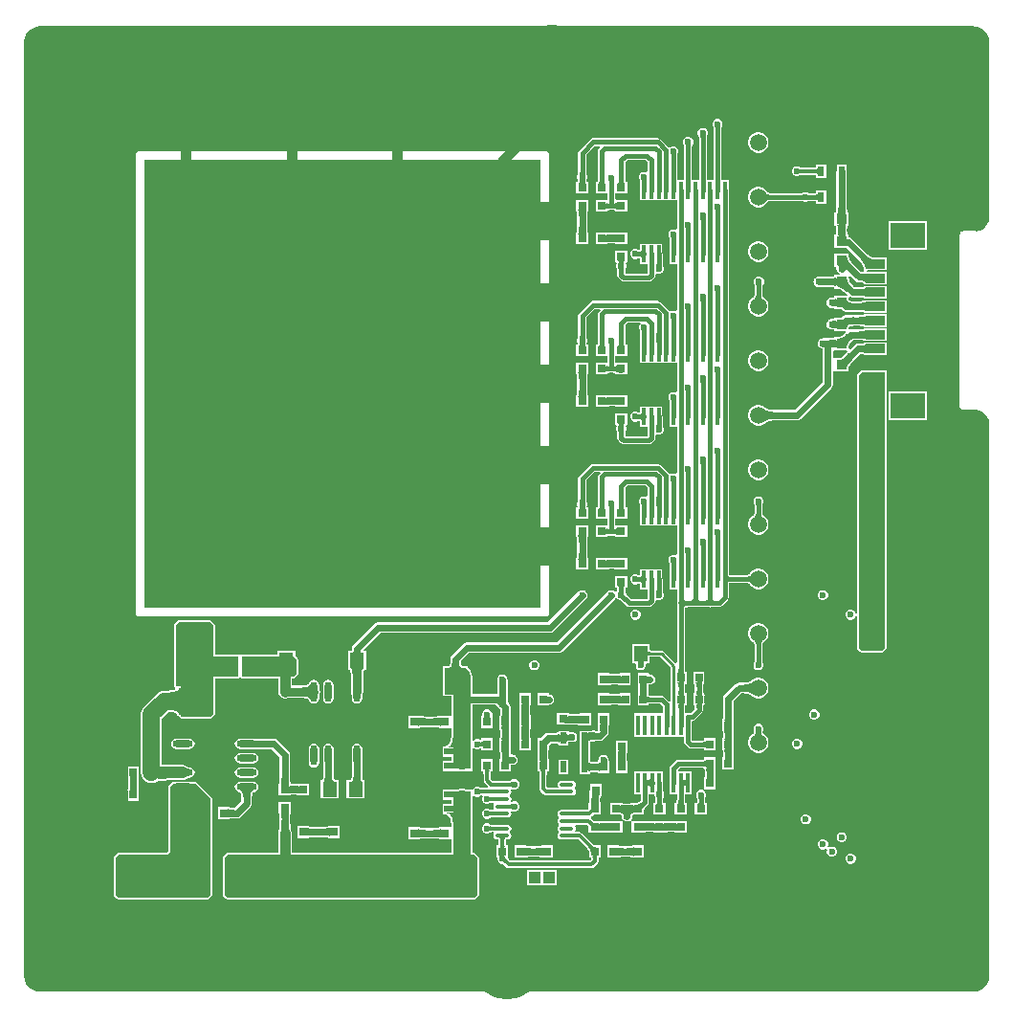
<source format=gbr>
G04*
G04 #@! TF.GenerationSoftware,Altium Limited,Altium Designer,25.8.1 (18)*
G04*
G04 Layer_Physical_Order=1*
G04 Layer_Color=255*
%FSLAX44Y44*%
%MOMM*%
G71*
G04*
G04 #@! TF.SameCoordinates,FED8D01D-8D25-4793-B94F-4791862208F0*
G04*
G04*
G04 #@! TF.FilePolarity,Positive*
G04*
G01*
G75*
%ADD19C,0.2540*%
%ADD20R,0.3500X1.8000*%
%ADD21R,1.0500X1.0500*%
%ADD22R,0.8000X0.7000*%
%ADD23R,2.3455X0.6325*%
%ADD24R,2.3455X3.1725*%
%ADD25R,0.7000X0.8000*%
%ADD26R,2.3000X2.8000*%
%ADD27O,1.8000X0.6000*%
%ADD28R,1.8796X2.3622*%
%ADD29R,0.9500X0.9000*%
%ADD30R,0.3500X1.5000*%
%ADD31O,0.6000X1.8000*%
%ADD32R,1.2696X1.3462*%
%ADD33R,2.3000X2.2860*%
%ADD34R,2.3622X1.8796*%
%ADD35O,1.3000X0.3500*%
%ADD36R,0.6000X1.0000*%
%ADD37R,1.7018X0.8128*%
%ADD38R,3.0988X2.2098*%
%ADD39R,0.8000X0.7000*%
%ADD40R,3.3000X3.1500*%
%ADD41R,0.6000X0.9000*%
%ADD44C,1.2700*%
%ADD65R,35.0520X39.6240*%
%ADD67C,6.0000*%
%ADD73C,1.5000*%
%ADD74C,0.8890*%
%ADD75C,1.5240*%
%ADD76C,0.9000*%
%ADD77C,0.3810*%
%ADD78C,0.6096*%
%ADD79C,0.3302*%
%ADD80C,0.4000*%
%ADD81C,0.7620*%
%ADD82C,1.0160*%
%ADD83C,0.8000*%
%ADD84C,0.7000*%
%ADD85C,0.6000*%
G36*
X12000Y852176D02*
X836783D01*
X838000Y852176D01*
X838050Y852178D01*
X839272Y852057D01*
X841682Y851740D01*
X845113Y850319D01*
X848059Y848058D01*
X850319Y845112D01*
X851740Y841682D01*
X852206Y838148D01*
X852176Y838000D01*
Y684290D01*
X852176Y683057D01*
X852178Y683022D01*
X852043Y681806D01*
X851792Y679898D01*
X850572Y676954D01*
X848632Y674425D01*
X846104Y672485D01*
X843160Y671266D01*
X840096Y670862D01*
X840000Y670882D01*
X828860D01*
X827779Y670667D01*
X826863Y670054D01*
X826251Y669138D01*
X826036Y668057D01*
Y515497D01*
X826251Y514416D01*
X826863Y513500D01*
X827779Y512888D01*
X828860Y512673D01*
X840000D01*
X840096Y512692D01*
X843160Y512289D01*
X846104Y511069D01*
X848632Y509129D01*
X850572Y506601D01*
X851792Y503657D01*
X852195Y500593D01*
X852176Y500497D01*
Y13233D01*
X852176Y12000D01*
X852177Y11965D01*
X852059Y10743D01*
X851740Y8318D01*
X850319Y4888D01*
X848058Y1942D01*
X845112Y-319D01*
X841682Y-1740D01*
X838148Y-2205D01*
X838000Y-2176D01*
X13218D01*
X12000Y-2176D01*
X11950Y-2177D01*
X10729Y-2057D01*
X8318Y-1740D01*
X4888Y-319D01*
X1942Y1942D01*
X-319Y4888D01*
X-1740Y8319D01*
X-2205Y11852D01*
X-2176Y12000D01*
Y836783D01*
X-2176Y838000D01*
X-2177Y838050D01*
X-2057Y839272D01*
X-1740Y841682D01*
X-319Y845113D01*
X1942Y848059D01*
X4888Y850319D01*
X8319Y851740D01*
X11852Y852206D01*
X12000Y852176D01*
D02*
G37*
%LPC*%
G36*
X823842Y840620D02*
X821845Y840620D01*
X822542Y838937D01*
X820195Y837965D01*
X819498Y839648D01*
X818085Y838235D01*
X817248Y836214D01*
X817248Y834216D01*
X818931Y834913D01*
X819903Y832567D01*
X818220Y831870D01*
X819633Y830457D01*
X821654Y829620D01*
X823652Y829620D01*
X822955Y831302D01*
X825301Y832274D01*
X825998Y830592D01*
X827411Y832004D01*
X828248Y834026D01*
X828248Y836023D01*
X826566Y835327D01*
X825594Y837673D01*
X827276Y838370D01*
X825864Y839782D01*
X823842Y840620D01*
D02*
G37*
G36*
X45842D02*
X43845Y840620D01*
X44542Y838937D01*
X42195Y837965D01*
X41498Y839648D01*
X40086Y838235D01*
X39248Y836214D01*
X39248Y834216D01*
X40931Y834913D01*
X41903Y832567D01*
X40220Y831870D01*
X41633Y830457D01*
X43654Y829620D01*
X45652Y829620D01*
X44955Y831302D01*
X47301Y832274D01*
X47998Y830592D01*
X49411Y832004D01*
X50248Y834026D01*
X50248Y836023D01*
X48566Y835327D01*
X47594Y837673D01*
X49276Y838370D01*
X47864Y839782D01*
X45842Y840620D01*
D02*
G37*
G36*
X804340Y840620D02*
X803899Y840513D01*
X802136Y839783D01*
X800724Y838370D01*
X802406Y837673D01*
X801434Y835327D01*
X799752Y836023D01*
X799752Y834026D01*
X800589Y832004D01*
X802002Y830592D01*
X802699Y832274D01*
X805045Y831302D01*
X804348Y829620D01*
X806346Y829620D01*
X808367Y830457D01*
X809780Y831870D01*
X808097Y832567D01*
X809069Y834913D01*
X810752Y834216D01*
X810752Y836214D01*
X809914Y838235D01*
X808502Y839648D01*
X807805Y837965D01*
X805459Y838937D01*
X806155Y840620D01*
D01*
X804340Y840620D01*
D02*
G37*
G36*
X26158D02*
X24136Y839783D01*
X22724Y838370D01*
X24406Y837673D01*
X23434Y835327D01*
X21752Y836023D01*
X21752Y834026D01*
X22589Y832004D01*
X24002Y830592D01*
X24699Y832274D01*
X27045Y831302D01*
X26348Y829620D01*
X28346Y829620D01*
X30367Y830457D01*
X31780Y831870D01*
X30097Y832567D01*
X31069Y834913D01*
X32752Y834216D01*
X32752Y836214D01*
X31915Y838235D01*
X30502Y839648D01*
X29805Y837965D01*
X27459Y838937D01*
X28155Y840620D01*
X26158Y840620D01*
D02*
G37*
G36*
X838370Y827276D02*
X838189Y826840D01*
X838731Y826915D01*
X838370Y827276D01*
D02*
G37*
G36*
X793974Y828248D02*
X791977Y828248D01*
X792673Y826566D01*
X790327Y825594D01*
X789630Y827276D01*
X788217Y825864D01*
X787380Y823842D01*
X787380Y821845D01*
X789063Y822542D01*
X790035Y820195D01*
X788352Y819498D01*
X789765Y818085D01*
X791786Y817248D01*
X793784Y817248D01*
X793087Y818931D01*
X795433Y819903D01*
X796130Y818220D01*
X797543Y819633D01*
X798380Y821654D01*
X798380Y823652D01*
X796698Y822955D01*
X795726Y825301D01*
X797408Y825998D01*
X795996Y827411D01*
X793974Y828248D01*
D02*
G37*
G36*
X15974D02*
X13977Y828248D01*
X14674Y826566D01*
X12327Y825594D01*
X11630Y827276D01*
X10217Y825864D01*
X9380Y823842D01*
X9380Y821845D01*
X11063Y822542D01*
X12035Y820195D01*
X10352Y819498D01*
X11765Y818085D01*
X13786Y817248D01*
X15784Y817248D01*
X15087Y818931D01*
X17433Y819903D01*
X18130Y818220D01*
X19543Y819633D01*
X20380Y821654D01*
X20380Y823652D01*
X18698Y822955D01*
X17726Y825301D01*
X19408Y825998D01*
X17996Y827411D01*
X15974Y828248D01*
D02*
G37*
G36*
X834026D02*
X832004Y827411D01*
X830592Y825998D01*
X832274Y825301D01*
X831302Y822955D01*
X829620Y823652D01*
X829620Y821654D01*
X830457Y819633D01*
X831870Y818220D01*
X832567Y819903D01*
X834913Y818931D01*
X834216Y817248D01*
X836214Y817248D01*
X838235Y818085D01*
X839648Y819498D01*
X837965Y820195D01*
X838937Y822542D01*
X840620Y821845D01*
X840620Y823842D01*
X839783Y825864D01*
X839000Y826646D01*
X838109D01*
X837673Y825594D01*
X835327Y826566D01*
X836023Y828248D01*
X834026Y828248D01*
D02*
G37*
G36*
X56026D02*
X54004Y827411D01*
X52592Y825998D01*
X54274Y825301D01*
X53302Y822955D01*
X51620Y823652D01*
X51620Y821654D01*
X52457Y819633D01*
X53870Y818220D01*
X54567Y819903D01*
X56913Y818931D01*
X56216Y817248D01*
X58214Y817248D01*
X60235Y818085D01*
X61648Y819498D01*
X59965Y820195D01*
X60937Y822542D01*
X62620Y821845D01*
X62620Y823842D01*
X61783Y825864D01*
X60370Y827276D01*
X59673Y825594D01*
X57326Y826566D01*
X58023Y828248D01*
X56026Y828248D01*
D02*
G37*
G36*
X836214Y810752D02*
X834216Y810752D01*
X834913Y809069D01*
X832567Y808097D01*
X831870Y809780D01*
X830457Y808367D01*
X829620Y806346D01*
X829620Y804348D01*
X831302Y805045D01*
X832274Y802699D01*
X830592Y802002D01*
X832004Y800589D01*
X834026Y799752D01*
X836023Y799752D01*
X835327Y801434D01*
X837673Y802406D01*
X838370Y800724D01*
X839782Y802136D01*
X840620Y804158D01*
X840620Y806155D01*
X838937Y805459D01*
X837965Y807805D01*
X839648Y808502D01*
X838235Y809914D01*
X836214Y810752D01*
D02*
G37*
G36*
X58214D02*
X56216Y810752D01*
X56913Y809069D01*
X54567Y808097D01*
X53870Y809780D01*
X53159Y809069D01*
X52457Y808367D01*
X51620Y806346D01*
X51620Y804348D01*
X53302Y805045D01*
X54274Y802699D01*
X52592Y802002D01*
X54004Y800589D01*
X56026Y799752D01*
X58023Y799752D01*
X57326Y801434D01*
X59673Y802406D01*
X60370Y800724D01*
X61783Y802136D01*
X62620Y804158D01*
X62620Y806155D01*
X60937Y805459D01*
X59965Y807805D01*
X61648Y808502D01*
X60235Y809914D01*
X58214Y810752D01*
D02*
G37*
G36*
X791786D02*
X789765Y809914D01*
X788352Y808502D01*
X790035Y807805D01*
X789063Y805459D01*
X787380Y806155D01*
X787380Y804158D01*
X788217Y802136D01*
X789630Y800724D01*
X790327Y802406D01*
X792673Y801434D01*
X791977Y799752D01*
X793974Y799752D01*
X795996Y800589D01*
X797408Y802002D01*
X795726Y802699D01*
X796698Y805045D01*
X798380Y804348D01*
X798380Y806346D01*
X797543Y808367D01*
X796130Y809780D01*
X795433Y808097D01*
X793087Y809069D01*
X793784Y810752D01*
X791786Y810752D01*
D02*
G37*
G36*
X13786D02*
X11765Y809914D01*
X10352Y808502D01*
X12035Y807805D01*
X11063Y805459D01*
X9380Y806155D01*
X9380Y804158D01*
X10217Y802136D01*
X11630Y800724D01*
X12327Y802406D01*
X14674Y801434D01*
X13977Y799752D01*
X15974Y799752D01*
X17996Y800589D01*
X19408Y802002D01*
X17726Y802699D01*
X18698Y805045D01*
X20380Y804348D01*
X20380Y806346D01*
X19543Y808367D01*
X18130Y809780D01*
X17433Y808097D01*
X15087Y809069D01*
X15784Y810752D01*
X13786Y810752D01*
D02*
G37*
G36*
X806346Y798380D02*
X804348Y798380D01*
X805045Y796698D01*
X802699Y795726D01*
X802002Y797408D01*
X800589Y795996D01*
X799752Y793974D01*
X799752Y791977D01*
X801434Y792673D01*
X802406Y790327D01*
X800724Y789630D01*
X802136Y788217D01*
X804158Y787380D01*
X806155Y787380D01*
X805459Y789063D01*
X807805Y790035D01*
X808502Y788352D01*
X809914Y789765D01*
X810752Y791786D01*
X810752Y793784D01*
X809069Y793087D01*
X808097Y795433D01*
X809780Y796130D01*
X808367Y797543D01*
X806346Y798380D01*
D02*
G37*
G36*
X28346D02*
X26348Y798380D01*
X27045Y796698D01*
X24699Y795726D01*
X24002Y797408D01*
X22589Y795996D01*
X21752Y793974D01*
X21752Y791977D01*
X23434Y792673D01*
X24406Y790327D01*
X22724Y789630D01*
X24136Y788217D01*
X26158Y787380D01*
X28155Y787380D01*
X27459Y789063D01*
X29805Y790035D01*
X30502Y788352D01*
X31915Y789765D01*
X32752Y791786D01*
X32752Y793784D01*
X31069Y793087D01*
X30097Y795433D01*
X31780Y796130D01*
X30367Y797543D01*
X28346Y798380D01*
D02*
G37*
G36*
X821654Y798380D02*
X819633Y797543D01*
X818220Y796130D01*
X819903Y795433D01*
X818931Y793087D01*
X817248Y793784D01*
X817248Y791786D01*
X818085Y789765D01*
X819498Y788352D01*
X820195Y790035D01*
X822542Y789063D01*
X821845Y787380D01*
X823842Y787380D01*
X825864Y788217D01*
X827276Y789630D01*
X825594Y790327D01*
X826566Y792673D01*
X828248Y791977D01*
X828248Y793974D01*
X827411Y795996D01*
X825998Y797408D01*
X825301Y795726D01*
X822955Y796698D01*
X823652Y798380D01*
X821654Y798380D01*
D02*
G37*
G36*
X43654D02*
X41633Y797543D01*
X40220Y796130D01*
X41903Y795433D01*
X40931Y793087D01*
X39248Y793784D01*
X39248Y791786D01*
X40086Y789765D01*
X41498Y788352D01*
X42195Y790035D01*
X44542Y789063D01*
X43845Y787380D01*
X45842Y787380D01*
X47864Y788217D01*
X49276Y789630D01*
X47594Y790327D01*
X48566Y792673D01*
X50248Y791977D01*
X50248Y793974D01*
X49411Y795996D01*
X47998Y797408D01*
X47301Y795726D01*
X44955Y796698D01*
X45652Y798380D01*
X43654Y798380D01*
D02*
G37*
G36*
X648885Y758300D02*
X646515D01*
X644226Y757687D01*
X642174Y756502D01*
X640498Y754826D01*
X639313Y752774D01*
X638700Y750485D01*
Y748115D01*
X639313Y745826D01*
X640498Y743774D01*
X642174Y742098D01*
X644226Y740913D01*
X646515Y740300D01*
X648885D01*
X651174Y740913D01*
X653226Y742098D01*
X654902Y743774D01*
X656087Y745826D01*
X656700Y748115D01*
Y750485D01*
X656087Y752774D01*
X654902Y754826D01*
X653226Y756502D01*
X651174Y757687D01*
X648885Y758300D01*
D02*
G37*
G36*
X707721Y729899D02*
X698721D01*
Y727526D01*
X698653Y727401D01*
X698542Y727356D01*
X698288Y727287D01*
X697933Y727228D01*
X697484Y727189D01*
X696907Y727173D01*
X696769Y727112D01*
X686461D01*
X686317Y727174D01*
X686010Y727178D01*
X685775Y727188D01*
X685346Y727232D01*
X685226Y727253D01*
X685136Y727275D01*
X685105Y727285D01*
X685073Y727304D01*
X685052Y727307D01*
X685017Y727322D01*
X684939Y727324D01*
X684928Y727326D01*
X684539Y727715D01*
X682885Y728400D01*
X681095D01*
X679441Y727715D01*
X678175Y726449D01*
X677490Y724795D01*
Y723005D01*
X678175Y721351D01*
X679441Y720085D01*
X681095Y719400D01*
X682885D01*
X684539Y720085D01*
X684927Y720473D01*
X684938Y720474D01*
X685016Y720476D01*
X685050Y720491D01*
X685072Y720495D01*
X685104Y720514D01*
X685135Y720524D01*
X685225Y720546D01*
X685328Y720564D01*
X686039Y720621D01*
X686316Y720625D01*
X686460Y720687D01*
X696769D01*
X696907Y720625D01*
X697484Y720610D01*
X697933Y720571D01*
X698288Y720511D01*
X698542Y720443D01*
X698653Y720398D01*
X698721Y720272D01*
Y717899D01*
X707721D01*
Y729899D01*
D02*
G37*
G36*
X612345Y770129D02*
X610555D01*
X608901Y769444D01*
X607635Y768178D01*
X606950Y766524D01*
Y764734D01*
X607635Y763080D01*
X607847Y762869D01*
X607920Y761793D01*
X607921Y761502D01*
X607978Y761367D01*
Y716194D01*
X601922D01*
Y753540D01*
X601978Y753673D01*
X601986Y754296D01*
X602006Y754749D01*
X602034Y755030D01*
X602265Y755261D01*
X602950Y756915D01*
Y758705D01*
X602265Y760359D01*
X600999Y761625D01*
X599345Y762310D01*
X597555D01*
X595901Y761625D01*
X594635Y760359D01*
X593950Y758705D01*
Y756915D01*
X594635Y755261D01*
X594847Y755050D01*
X594920Y753973D01*
X594921Y753683D01*
X594978Y753548D01*
Y716194D01*
X588922D01*
Y745394D01*
X588979Y745526D01*
X588986Y746149D01*
X589006Y746602D01*
X589034Y746883D01*
X589265Y747114D01*
X589950Y748768D01*
Y750558D01*
X589265Y752212D01*
X587999Y753478D01*
X586345Y754163D01*
X584555D01*
X582901Y753478D01*
X581635Y752212D01*
X580950Y750558D01*
Y748768D01*
X581635Y747114D01*
X581847Y746903D01*
X581920Y745826D01*
X581921Y745536D01*
X581978Y745401D01*
Y716194D01*
X575922D01*
Y737030D01*
X575979Y737163D01*
X575986Y737786D01*
X576006Y738239D01*
X576034Y738520D01*
X576265Y738751D01*
X576950Y740405D01*
Y742195D01*
X576265Y743849D01*
X574999Y745115D01*
X573345Y745800D01*
X571555D01*
X569901Y745115D01*
X569448Y744662D01*
X568405Y744764D01*
X561051Y752118D01*
X559925Y752870D01*
X558596Y753135D01*
X501083D01*
X499755Y752870D01*
X498628Y752118D01*
X489185Y742675D01*
X488433Y741549D01*
X488168Y740220D01*
Y723090D01*
X488111Y722957D01*
X488104Y722334D01*
X488084Y721881D01*
X488056Y721600D01*
X487825Y721369D01*
X487140Y719715D01*
Y717925D01*
X487825Y716271D01*
X488037Y716059D01*
X488068Y715594D01*
X488047Y715353D01*
X487975Y714922D01*
X487889Y714602D01*
X487805Y714397D01*
X487768Y714335D01*
X487660Y714324D01*
X487505Y714240D01*
X486140D01*
Y704240D01*
X497140D01*
Y714240D01*
X495775D01*
X495620Y714324D01*
X495512Y714335D01*
X495475Y714397D01*
X495391Y714602D01*
X495305Y714922D01*
X495233Y715353D01*
X495197Y715764D01*
X495224Y716040D01*
X495455Y716271D01*
X496140Y717925D01*
Y719715D01*
X495455Y721369D01*
X495243Y721581D01*
X495170Y722656D01*
X495169Y722947D01*
X495112Y723082D01*
Y738782D01*
X502521Y746191D01*
X507302D01*
X507788Y745018D01*
X506525Y743755D01*
X505773Y742629D01*
X505508Y741300D01*
Y716689D01*
X505452Y716562D01*
X505434Y715889D01*
X505387Y715353D01*
X505315Y714922D01*
X505229Y714602D01*
X505145Y714397D01*
X505108Y714335D01*
X505000Y714324D01*
X504845Y714240D01*
X503480D01*
Y704240D01*
X514178D01*
Y698895D01*
X512949Y698333D01*
X512837Y698287D01*
X512719Y698317D01*
X512590Y698240D01*
X503480D01*
Y688240D01*
X512590D01*
X512719Y688163D01*
X512837Y688193D01*
X512949Y688147D01*
X513174Y688240D01*
X514480D01*
Y689331D01*
X514518Y689348D01*
X514781Y689427D01*
X515142Y689499D01*
X516280Y689603D01*
X516981Y689617D01*
X517106Y689671D01*
X518194D01*
X518319Y689617D01*
X519042Y689603D01*
X519639Y689564D01*
X520134Y689503D01*
X520518Y689427D01*
X520782Y689348D01*
X520820Y689331D01*
Y688240D01*
X522126D01*
X522351Y688147D01*
X522463Y688193D01*
X522581Y688163D01*
X522710Y688240D01*
X531820D01*
Y698240D01*
X522710D01*
X522581Y698317D01*
X522463Y698287D01*
X522351Y698333D01*
X521122Y698895D01*
Y704240D01*
X531820D01*
Y714240D01*
X530455D01*
X530300Y714324D01*
X530192Y714335D01*
X530155Y714397D01*
X530071Y714602D01*
X529985Y714922D01*
X529913Y715353D01*
X529866Y715889D01*
X529848Y716562D01*
X529792Y716689D01*
Y732124D01*
X531758Y734090D01*
X547512D01*
X549478Y732124D01*
Y723811D01*
X548208Y722962D01*
X547345Y723320D01*
X545555D01*
X543901Y722635D01*
X542635Y721369D01*
X541950Y719715D01*
Y717925D01*
X542635Y716271D01*
X542847Y716059D01*
X542920Y714984D01*
X542921Y714693D01*
X542978Y714558D01*
Y707194D01*
X543200Y706079D01*
Y698194D01*
X548430D01*
X549700Y698194D01*
Y698194D01*
X549700D01*
Y698194D01*
X554930D01*
X556200Y698194D01*
Y698194D01*
X556200D01*
Y698194D01*
X561430D01*
X562700Y698194D01*
Y698194D01*
X562700D01*
Y698194D01*
X567930D01*
X569200Y698194D01*
Y698194D01*
X569200D01*
Y698194D01*
X575478D01*
Y673011D01*
X574208Y672162D01*
X573345Y672520D01*
X571555D01*
X569901Y671835D01*
X568635Y670569D01*
X567950Y668915D01*
Y667125D01*
X568635Y665471D01*
X568847Y665260D01*
X568920Y664184D01*
X568921Y663893D01*
X568978Y663758D01*
Y650806D01*
X569200Y649691D01*
Y641806D01*
X575478D01*
Y601011D01*
X574208Y600163D01*
X573345Y600520D01*
X571555D01*
X570321Y600009D01*
X569848Y599858D01*
X568657Y600387D01*
X568405Y600764D01*
X561051Y608118D01*
X559925Y608871D01*
X558596Y609135D01*
X501083D01*
X499755Y608871D01*
X498628Y608118D01*
X489185Y598675D01*
X488433Y597549D01*
X488168Y596220D01*
Y578310D01*
X488111Y578177D01*
X488104Y577554D01*
X488084Y577101D01*
X488056Y576820D01*
X487825Y576589D01*
X487140Y574935D01*
Y573145D01*
X487801Y571549D01*
X487769Y571272D01*
X487528Y570330D01*
X487482Y570240D01*
X486140D01*
Y560240D01*
X497140D01*
Y570240D01*
X495798D01*
X495752Y570330D01*
X495511Y571272D01*
X495479Y571549D01*
X496140Y573145D01*
Y574935D01*
X495455Y576589D01*
X495243Y576800D01*
X495170Y577877D01*
X495169Y578167D01*
X495112Y578302D01*
Y594782D01*
X502521Y602191D01*
X507302D01*
X507788Y601018D01*
X506525Y599755D01*
X505773Y598629D01*
X505508Y597300D01*
Y572689D01*
X505452Y572562D01*
X505434Y571889D01*
X505387Y571353D01*
X505315Y570922D01*
X505229Y570602D01*
X505145Y570397D01*
X505108Y570336D01*
X505000Y570324D01*
X504845Y570240D01*
X503480D01*
Y560240D01*
X514007D01*
Y555067D01*
X512949Y554333D01*
X512929Y554325D01*
X512737Y554312D01*
X512719Y554317D01*
X512590Y554240D01*
X503480D01*
Y544240D01*
X512590D01*
X512719Y544163D01*
X512837Y544193D01*
X512949Y544147D01*
X513174Y544240D01*
X514480D01*
Y545331D01*
X514518Y545348D01*
X514781Y545427D01*
X515142Y545499D01*
X516280Y545603D01*
X516981Y545617D01*
X517106Y545671D01*
X518195D01*
X518320Y545617D01*
X519044Y545603D01*
X519640Y545564D01*
X520135Y545504D01*
X520520Y545427D01*
X520783Y545348D01*
X520821Y545331D01*
Y544240D01*
X522127D01*
X522352Y544147D01*
X522464Y544193D01*
X522582Y544163D01*
X522711Y544240D01*
X531821D01*
Y554240D01*
X522711D01*
X522582Y554317D01*
X522464Y554286D01*
X522352Y554333D01*
X522127Y554240D01*
X520950D01*
Y560240D01*
X531820D01*
Y570240D01*
X530455D01*
X530300Y570324D01*
X530192Y570335D01*
X530155Y570397D01*
X530071Y570602D01*
X529985Y570922D01*
X529913Y571353D01*
X529866Y571888D01*
X529848Y572562D01*
X529792Y572689D01*
Y588124D01*
X531758Y590090D01*
X542910D01*
X543436Y588820D01*
X542635Y588019D01*
X541950Y586365D01*
Y584575D01*
X542635Y582921D01*
X542847Y582710D01*
X542920Y581633D01*
X542921Y581343D01*
X542978Y581208D01*
Y563194D01*
X543200Y562079D01*
Y554194D01*
X548430D01*
X549700Y554194D01*
Y554194D01*
X549700D01*
Y554194D01*
X554930D01*
X556200Y554194D01*
Y554194D01*
X556200D01*
Y554194D01*
X561430D01*
X562700Y554194D01*
Y554194D01*
X562700D01*
Y554194D01*
X569200D01*
Y554194D01*
X570470Y554194D01*
X575478D01*
Y529011D01*
X574208Y528162D01*
X573345Y528520D01*
X571555D01*
X569901Y527835D01*
X568635Y526569D01*
X567950Y524915D01*
Y523125D01*
X568635Y521471D01*
X568847Y521260D01*
X568920Y520183D01*
X568921Y519893D01*
X568978Y519758D01*
Y506806D01*
X569200Y505691D01*
Y497806D01*
X575478D01*
Y457011D01*
X574208Y456162D01*
X573345Y456520D01*
X571555D01*
X570321Y456009D01*
X569848Y455858D01*
X568657Y456387D01*
X568405Y456764D01*
X561051Y464118D01*
X559925Y464870D01*
X558596Y465135D01*
X501083D01*
X499755Y464870D01*
X498628Y464118D01*
X489185Y454675D01*
X488433Y453549D01*
X488168Y452220D01*
Y433530D01*
X488111Y433397D01*
X488104Y432774D01*
X488084Y432321D01*
X488056Y432040D01*
X487825Y431809D01*
X487140Y430155D01*
Y428365D01*
X487474Y427558D01*
X487484Y427494D01*
X486646Y426240D01*
X486140D01*
Y416240D01*
X497140D01*
Y426240D01*
X496634D01*
X495796Y427494D01*
X495806Y427558D01*
X496140Y428365D01*
Y430155D01*
X495455Y431809D01*
X495243Y432020D01*
X495170Y433097D01*
X495169Y433387D01*
X495112Y433522D01*
Y450782D01*
X502521Y458191D01*
X507302D01*
X507788Y457018D01*
X506525Y455755D01*
X505773Y454629D01*
X505508Y453300D01*
Y428689D01*
X505452Y428562D01*
X505434Y427888D01*
X505387Y427353D01*
X505315Y426922D01*
X505229Y426602D01*
X505145Y426397D01*
X505108Y426335D01*
X505000Y426324D01*
X504845Y426240D01*
X503480D01*
Y416240D01*
X514178D01*
Y410895D01*
X512949Y410333D01*
X512837Y410286D01*
X512719Y410317D01*
X512590Y410240D01*
X503480D01*
Y400240D01*
X512590D01*
X512719Y400163D01*
X512837Y400193D01*
X512949Y400147D01*
X513174Y400240D01*
X514480D01*
Y401331D01*
X514518Y401348D01*
X514781Y401427D01*
X515142Y401499D01*
X516280Y401603D01*
X516981Y401617D01*
X517106Y401671D01*
X518194D01*
X518319Y401617D01*
X519042Y401603D01*
X519639Y401564D01*
X520134Y401503D01*
X520518Y401427D01*
X520782Y401348D01*
X520820Y401331D01*
Y400240D01*
X522126D01*
X522351Y400147D01*
X522463Y400193D01*
X522581Y400163D01*
X522710Y400240D01*
X531820D01*
Y410240D01*
X522710D01*
X522581Y410317D01*
X522463Y410286D01*
X522351Y410333D01*
X521122Y410895D01*
Y416240D01*
X531820D01*
Y426240D01*
X530455D01*
X530300Y426324D01*
X530192Y426335D01*
X530155Y426397D01*
X530071Y426602D01*
X529985Y426922D01*
X529913Y427353D01*
X529866Y427888D01*
X529848Y428562D01*
X529792Y428689D01*
Y444124D01*
X531758Y446090D01*
X547512D01*
X549478Y444124D01*
Y436791D01*
X548208Y435942D01*
X547345Y436300D01*
X545555D01*
X543901Y435615D01*
X542635Y434349D01*
X541950Y432695D01*
Y430905D01*
X542635Y429251D01*
X542847Y429039D01*
X542920Y427963D01*
X542921Y427673D01*
X542978Y427538D01*
Y419194D01*
X543200Y418079D01*
Y410194D01*
X549700D01*
Y410194D01*
X549700Y410194D01*
X550970Y410194D01*
X554930D01*
X556200Y410194D01*
Y410194D01*
X556200D01*
Y410194D01*
X561430D01*
X562700Y410194D01*
Y410194D01*
X562700D01*
Y410194D01*
X569200D01*
Y410194D01*
X570470Y410194D01*
X575478D01*
Y385011D01*
X574208Y384162D01*
X573345Y384520D01*
X571555D01*
X569901Y383835D01*
X568635Y382569D01*
X567950Y380915D01*
Y379125D01*
X568635Y377471D01*
X568847Y377260D01*
X568920Y376184D01*
X568921Y375893D01*
X568978Y375758D01*
Y362806D01*
X569200Y361691D01*
Y353806D01*
X575478D01*
Y341986D01*
X575453Y341948D01*
X575478Y341820D01*
Y341440D01*
X575453Y341312D01*
X575478Y341274D01*
Y289392D01*
X574208Y288866D01*
X563897Y299177D01*
X562981Y299789D01*
X561900Y300004D01*
X561900Y300004D01*
X552615D01*
X552460Y300073D01*
X552028Y300084D01*
X551708Y300113D01*
X551467Y300153D01*
X551408Y300169D01*
Y305411D01*
X535712D01*
Y288949D01*
X538398D01*
X539104Y287893D01*
X539060Y287788D01*
Y285998D01*
X539745Y284344D01*
X541011Y283078D01*
X542665Y282393D01*
X544455D01*
X546109Y283078D01*
X547375Y284344D01*
X548060Y285998D01*
Y287788D01*
X548017Y287893D01*
X548722Y288949D01*
X551408D01*
Y294191D01*
X551467Y294207D01*
X551708Y294247D01*
X552028Y294276D01*
X552460Y294287D01*
X552615Y294356D01*
X560730D01*
X569776Y285310D01*
Y255328D01*
X569289Y255018D01*
X568506Y254844D01*
X564355Y258995D01*
X563229Y259747D01*
X561900Y260012D01*
X554371D01*
X554238Y260068D01*
X552373Y260088D01*
X552013Y260119D01*
X551704Y260222D01*
X550825Y260728D01*
X550746Y260862D01*
Y262040D01*
X550617D01*
X550435Y265257D01*
X550484Y268085D01*
X550535Y268820D01*
X550746D01*
Y269683D01*
X551717D01*
X552406Y269820D01*
X552612D01*
X552802Y269899D01*
X553492Y270036D01*
X554076Y270426D01*
X554266Y270505D01*
X554412Y270651D01*
X554996Y271041D01*
X555386Y271625D01*
X555532Y271771D01*
X555611Y271961D01*
X556001Y272546D01*
X556138Y273235D01*
X556217Y273425D01*
Y273631D01*
X556354Y274320D01*
X556217Y275009D01*
Y275215D01*
X556138Y275405D01*
X556001Y276094D01*
X555611Y276679D01*
X555532Y276869D01*
X555386Y277015D01*
X554996Y277599D01*
X554412Y277989D01*
X554266Y278135D01*
X554076Y278214D01*
X553492Y278604D01*
X552802Y278741D01*
X552612Y278820D01*
X552406D01*
X551717Y278957D01*
X550746D01*
Y279820D01*
X540746D01*
Y270575D01*
X540653Y270350D01*
X540697Y270244D01*
X540668Y270132D01*
X540746Y269998D01*
Y268820D01*
X540875D01*
X541057Y265603D01*
X541008Y262775D01*
X540957Y262040D01*
X540746D01*
Y260862D01*
X540668Y260728D01*
X540697Y260616D01*
X540653Y260509D01*
X540746Y260285D01*
Y251040D01*
X550746D01*
Y252405D01*
X550830Y252560D01*
X550842Y252668D01*
X550904Y252705D01*
X551108Y252789D01*
X551428Y252875D01*
X551616Y252906D01*
X554286Y253013D01*
X554407Y253068D01*
X560462D01*
X562778Y250752D01*
Y244307D01*
X537600D01*
Y223307D01*
X581828D01*
Y219583D01*
X582093Y218254D01*
X582845Y217128D01*
X585639Y214334D01*
X586766Y213582D01*
X588094Y213317D01*
X597536D01*
X597663Y213261D01*
X598336Y213243D01*
X598872Y213196D01*
X599303Y213124D01*
X599623Y213038D01*
X599828Y212954D01*
X599889Y212917D01*
X599901Y212809D01*
X599985Y212654D01*
Y211289D01*
X609985D01*
Y222289D01*
X599985D01*
Y220924D01*
X599901Y220769D01*
X599889Y220661D01*
X599828Y220624D01*
X599623Y220540D01*
X599303Y220454D01*
X598872Y220382D01*
X598336Y220335D01*
X597663Y220317D01*
X597536Y220261D01*
X589532D01*
X588772Y221021D01*
Y233807D01*
Y237358D01*
X589110Y237376D01*
X589368Y237498D01*
X590356Y237695D01*
X591482Y238447D01*
X597405Y244370D01*
X598158Y245496D01*
X598422Y246825D01*
Y248597D01*
X598478Y248725D01*
X598493Y249408D01*
X598533Y249963D01*
X598595Y250418D01*
X598672Y250764D01*
X598749Y250992D01*
X598773Y251040D01*
X599950D01*
Y252346D01*
X600043Y252570D01*
X600001Y252672D01*
X600030Y252777D01*
X599950Y252916D01*
Y260163D01*
X600030Y260303D01*
X600001Y260409D01*
X600043Y260509D01*
X599950Y260734D01*
Y262040D01*
X598773D01*
X598749Y262088D01*
X598672Y262316D01*
X598601Y262635D01*
X598493Y263696D01*
X598478Y264355D01*
X598422Y264483D01*
Y267647D01*
X598478Y267775D01*
X598493Y268458D01*
X598533Y269013D01*
X598595Y269468D01*
X598672Y269814D01*
X598749Y270042D01*
X598773Y270090D01*
X599950D01*
Y271396D01*
X600043Y271621D01*
X600001Y271721D01*
X600030Y271827D01*
X599950Y271966D01*
Y281090D01*
X589950D01*
Y271966D01*
X589870Y271827D01*
X589899Y271721D01*
X589857Y271621D01*
X589950Y271396D01*
Y270090D01*
X591127D01*
X591151Y270042D01*
X591228Y269814D01*
X591299Y269495D01*
X591408Y268434D01*
X591422Y267775D01*
X591478Y267647D01*
Y264483D01*
X591422Y264355D01*
X591407Y263672D01*
X591367Y263117D01*
X591305Y262662D01*
X591228Y262316D01*
X591151Y262088D01*
X591127Y262040D01*
X589950D01*
Y260734D01*
X589857Y260509D01*
X589899Y260408D01*
X589870Y260303D01*
X589950Y260164D01*
Y252917D01*
X589870Y252777D01*
X589899Y252671D01*
X589857Y252570D01*
X589950Y252346D01*
Y251040D01*
X591127D01*
X591151Y250992D01*
X591228Y250764D01*
X591299Y250445D01*
X591408Y249384D01*
X591422Y248725D01*
X591478Y248597D01*
Y248263D01*
X587625Y244410D01*
X586995Y244400D01*
X586934Y244374D01*
X585395D01*
X585060Y244307D01*
X582422D01*
Y248597D01*
X582478Y248725D01*
X582493Y249408D01*
X582533Y249963D01*
X582595Y250418D01*
X582672Y250764D01*
X582749Y250992D01*
X582773Y251040D01*
X583950D01*
Y252346D01*
X584043Y252570D01*
X584001Y252672D01*
X584030Y252777D01*
X583950Y252916D01*
Y260163D01*
X584030Y260303D01*
X584001Y260409D01*
X584043Y260509D01*
X583950Y260734D01*
Y262040D01*
X582773D01*
X582749Y262088D01*
X582672Y262316D01*
X582601Y262635D01*
X582492Y263696D01*
X582478Y264355D01*
X582422Y264483D01*
Y267647D01*
X582478Y267775D01*
X582493Y268458D01*
X582533Y269013D01*
X582595Y269468D01*
X582672Y269814D01*
X582749Y270042D01*
X582773Y270090D01*
X583950D01*
Y271396D01*
X584043Y271621D01*
X584001Y271721D01*
X584030Y271827D01*
X583950Y271966D01*
Y279214D01*
X584030Y279353D01*
X584001Y279459D01*
X584043Y279559D01*
X583950Y279784D01*
Y281090D01*
X582773D01*
X582749Y281138D01*
X582672Y281366D01*
X582601Y281685D01*
X582492Y282746D01*
X582478Y283405D01*
X582422Y283533D01*
Y335559D01*
X582447Y335597D01*
X582423Y335718D01*
X582476Y335830D01*
X582509Y336455D01*
X582585Y336886D01*
X582694Y337212D01*
X582820Y337446D01*
X582961Y337619D01*
X583134Y337760D01*
X583368Y337886D01*
X583694Y337994D01*
X584125Y338071D01*
X584750Y338104D01*
X584865Y338158D01*
X591594D01*
X591632Y338133D01*
X591760Y338158D01*
X592140D01*
X592268Y338133D01*
X592306Y338158D01*
X604594D01*
X604632Y338133D01*
X604760Y338158D01*
X605140D01*
X605268Y338133D01*
X605306Y338158D01*
X612830D01*
X614159Y338423D01*
X615285Y339175D01*
X620405Y344295D01*
X621157Y345421D01*
X621422Y346750D01*
Y359033D01*
X621534Y359240D01*
X621545Y359348D01*
X621607Y359385D01*
X621812Y359469D01*
X622132Y359555D01*
X622563Y359627D01*
X623098Y359674D01*
X623772Y359692D01*
X623899Y359748D01*
X636464D01*
X636590Y359692D01*
X637211Y359674D01*
X637728Y359627D01*
X638182Y359552D01*
X638573Y359454D01*
X638903Y359337D01*
X639174Y359207D01*
X639394Y359067D01*
X639571Y358920D01*
X639716Y358761D01*
X639901Y358492D01*
X640032Y358406D01*
X640092Y358262D01*
X640195Y358219D01*
X640498Y357694D01*
X642174Y356018D01*
X644226Y354833D01*
X646515Y354220D01*
X648885D01*
X651174Y354833D01*
X653226Y356018D01*
X654902Y357694D01*
X656087Y359746D01*
X656700Y362035D01*
Y364405D01*
X656087Y366694D01*
X654902Y368746D01*
X653226Y370422D01*
X651174Y371607D01*
X648885Y372220D01*
X646515D01*
X644226Y371607D01*
X642174Y370422D01*
X640498Y368746D01*
X640195Y368221D01*
X640092Y368178D01*
X640032Y368034D01*
X639901Y367948D01*
X639716Y367679D01*
X639571Y367520D01*
X639394Y367373D01*
X639174Y367233D01*
X638903Y367103D01*
X638573Y366986D01*
X638182Y366888D01*
X637728Y366813D01*
X637211Y366766D01*
X636590Y366748D01*
X636464Y366692D01*
X623899D01*
X623772Y366748D01*
X623098Y366766D01*
X622563Y366813D01*
X622132Y366885D01*
X621812Y366971D01*
X621607Y367055D01*
X621545Y367092D01*
X621534Y367200D01*
X621422Y367407D01*
Y419194D01*
Y506806D01*
Y563194D01*
Y650806D01*
Y707194D01*
X621200Y708309D01*
Y716194D01*
X614922D01*
Y761360D01*
X614978Y761492D01*
X614986Y762115D01*
X615006Y762568D01*
X615034Y762849D01*
X615265Y763080D01*
X615950Y764734D01*
Y766524D01*
X615265Y768178D01*
X613999Y769444D01*
X612345Y770129D01*
D02*
G37*
G36*
X648885Y710040D02*
X646515D01*
X644226Y709427D01*
X642174Y708242D01*
X640498Y706566D01*
X639313Y704514D01*
X638700Y702225D01*
Y699855D01*
X639313Y697566D01*
X640498Y695514D01*
X642174Y693838D01*
X644226Y692653D01*
X646515Y692040D01*
X648885D01*
X651174Y692653D01*
X653226Y693838D01*
X654902Y695514D01*
X655205Y696039D01*
X655308Y696082D01*
X655368Y696226D01*
X655499Y696312D01*
X655684Y696581D01*
X655829Y696740D01*
X656006Y696888D01*
X656226Y697027D01*
X656497Y697157D01*
X656827Y697274D01*
X657218Y697373D01*
X657672Y697447D01*
X658189Y697495D01*
X658810Y697512D01*
X658936Y697568D01*
X685340D01*
X685473Y697512D01*
X686096Y697504D01*
X686549Y697484D01*
X686830Y697456D01*
X687061Y697225D01*
X688715Y696540D01*
X690505D01*
X692159Y697225D01*
X692370Y697436D01*
X693446Y697509D01*
X693736Y697511D01*
X693872Y697568D01*
X696272D01*
X696399Y697511D01*
X697073Y697494D01*
X697608Y697446D01*
X698039Y697374D01*
X698360Y697288D01*
X698564Y697205D01*
X698626Y697167D01*
X698637Y697059D01*
X698721Y696904D01*
Y695039D01*
X707721D01*
Y707039D01*
X698721D01*
Y705174D01*
X698637Y705019D01*
X698626Y704912D01*
X698564Y704874D01*
X698360Y704790D01*
X698039Y704704D01*
X697608Y704632D01*
X697073Y704585D01*
X696399Y704567D01*
X696272Y704511D01*
X693880D01*
X693747Y704568D01*
X693125Y704575D01*
X692672Y704596D01*
X692391Y704623D01*
X692159Y704855D01*
X690505Y705540D01*
X688715D01*
X687061Y704855D01*
X686850Y704643D01*
X685773Y704570D01*
X685483Y704569D01*
X685348Y704512D01*
X658936D01*
X658810Y704568D01*
X658189Y704585D01*
X657672Y704633D01*
X657218Y704707D01*
X656826Y704806D01*
X656497Y704923D01*
X656226Y705053D01*
X656006Y705192D01*
X655829Y705340D01*
X655684Y705499D01*
X655499Y705768D01*
X655368Y705854D01*
X655308Y705998D01*
X655205Y706041D01*
X654902Y706566D01*
X653226Y708242D01*
X651174Y709427D01*
X648885Y710040D01*
D02*
G37*
G36*
X497140Y698240D02*
X486140D01*
Y690308D01*
X486137Y690304D01*
X486140Y690255D01*
Y689995D01*
X486047Y689771D01*
X486140Y689546D01*
Y688240D01*
X486712D01*
X486748Y688046D01*
X486960Y684774D01*
X486968Y683662D01*
X487003Y683580D01*
Y674432D01*
X486969Y674353D01*
X486932Y672197D01*
X486827Y670577D01*
X486756Y670001D01*
X486712Y669760D01*
X486140D01*
Y668454D01*
X486047Y668230D01*
X486140Y668005D01*
Y667745D01*
X486137Y667696D01*
X486140Y667692D01*
Y659760D01*
X497140D01*
Y667692D01*
X497143Y667696D01*
X497140Y667745D01*
Y668005D01*
X497233Y668230D01*
X497140Y668454D01*
Y669760D01*
X496568D01*
X496532Y669954D01*
X496320Y673226D01*
X496312Y674339D01*
X496277Y674420D01*
Y683568D01*
X496311Y683647D01*
X496348Y685803D01*
X496453Y687423D01*
X496524Y687999D01*
X496568Y688240D01*
X497140D01*
Y689546D01*
X497233Y689771D01*
X497140Y689995D01*
Y690255D01*
X497143Y690304D01*
X497140Y690308D01*
Y698240D01*
D02*
G37*
G36*
X512949Y669853D02*
X512725Y669760D01*
X503480D01*
Y659760D01*
X512725D01*
X512949Y659667D01*
X513056Y659711D01*
X513168Y659682D01*
X513302Y659760D01*
X514480D01*
Y659889D01*
X517594Y660065D01*
X520085Y660022D01*
X520820Y659971D01*
Y659760D01*
X521998D01*
X522132Y659682D01*
X522244Y659711D01*
X522351Y659667D01*
X522575Y659760D01*
X531820D01*
Y669760D01*
X522575D01*
X522351Y669853D01*
X522244Y669809D01*
X522132Y669838D01*
X521998Y669760D01*
X520820D01*
Y669631D01*
X517706Y669455D01*
X515215Y669498D01*
X514480Y669549D01*
Y669760D01*
X513302D01*
X513168Y669838D01*
X513056Y669809D01*
X512949Y669853D01*
D02*
G37*
G36*
X796949Y679801D02*
X762961D01*
Y654703D01*
X796949D01*
Y679801D01*
D02*
G37*
G36*
X549700Y659806D02*
X548430Y659806D01*
X543200D01*
Y655131D01*
X543116Y654976D01*
X543100Y654823D01*
X542995Y654759D01*
X542770Y654667D01*
X542425Y654574D01*
X541965Y654498D01*
X541602Y654466D01*
X541447Y654621D01*
X539793Y655306D01*
X538003D01*
X536349Y654621D01*
X535083Y653355D01*
X534398Y651701D01*
Y649911D01*
X535083Y648257D01*
X536349Y646991D01*
X538003Y646306D01*
X539793D01*
X541447Y646991D01*
X541564Y647108D01*
X541861Y647123D01*
X541965Y647114D01*
X542425Y647038D01*
X542770Y646945D01*
X542995Y646853D01*
X543100Y646789D01*
X543116Y646636D01*
X543200Y646481D01*
Y641806D01*
X549478D01*
Y633300D01*
X549280Y633102D01*
X529990D01*
X529792Y633300D01*
Y636041D01*
X529849Y636174D01*
X529856Y636797D01*
X529876Y637250D01*
X529904Y637531D01*
X530135Y637762D01*
X530820Y639416D01*
Y641206D01*
X530325Y642402D01*
X530319Y642695D01*
X530732Y643460D01*
X531031Y643760D01*
X531820D01*
Y653760D01*
X520820D01*
Y643760D01*
X521609D01*
X521908Y643460D01*
X522321Y642695D01*
X522315Y642402D01*
X521820Y641206D01*
Y639416D01*
X522505Y637762D01*
X522717Y637550D01*
X522790Y636474D01*
X522791Y636184D01*
X522848Y636049D01*
Y631862D01*
X523113Y630533D01*
X523865Y629407D01*
X526097Y627175D01*
X527223Y626423D01*
X528552Y626158D01*
X550718D01*
X552047Y626423D01*
X553173Y627175D01*
X555405Y629407D01*
X556157Y630533D01*
X556422Y631862D01*
Y632549D01*
X557692Y633397D01*
X558555Y633040D01*
X560345D01*
X561999Y633725D01*
X563265Y634991D01*
X563950Y636645D01*
Y638435D01*
X563265Y640089D01*
X563053Y640301D01*
X562980Y641376D01*
X562979Y641667D01*
X562922Y641802D01*
Y650806D01*
X562700Y651921D01*
Y659806D01*
X556200D01*
Y659806D01*
X554930Y659806D01*
X549700D01*
Y659806D01*
D02*
G37*
G36*
X648885Y661780D02*
X646515D01*
X644226Y661167D01*
X642174Y659982D01*
X640498Y658306D01*
X639313Y656254D01*
X638700Y653965D01*
Y651595D01*
X639313Y649306D01*
X640498Y647254D01*
X642174Y645578D01*
X644226Y644393D01*
X646515Y643780D01*
X648885D01*
X651174Y644393D01*
X653226Y645578D01*
X654902Y647254D01*
X656087Y649306D01*
X656700Y651595D01*
Y653965D01*
X656087Y656254D01*
X654902Y658306D01*
X653226Y659982D01*
X651174Y661167D01*
X648885Y661780D01*
D02*
G37*
G36*
X725880Y729900D02*
X716880D01*
Y724589D01*
X716743Y723900D01*
Y691955D01*
X716709Y691880D01*
X716644Y689736D01*
X716569Y688915D01*
X716467Y688226D01*
X716348Y687696D01*
X716229Y687340D01*
X716191Y687266D01*
X715130D01*
Y685960D01*
X715037Y685735D01*
X715098Y685586D01*
X715066Y685429D01*
X715130Y685332D01*
Y677199D01*
X715066Y677102D01*
X715098Y676945D01*
X715037Y676796D01*
X715130Y676571D01*
Y675266D01*
X716191D01*
X716229Y675191D01*
X716348Y674835D01*
X716467Y674305D01*
X716566Y673634D01*
X716681Y671958D01*
X716644Y670735D01*
X716569Y669915D01*
X716467Y669226D01*
X716348Y668696D01*
X716229Y668340D01*
X716191Y668266D01*
X715130D01*
Y666960D01*
X715037Y666735D01*
X715098Y666587D01*
X715066Y666429D01*
X715130Y666332D01*
Y656266D01*
X722384D01*
X722832Y656176D01*
X722832Y656176D01*
X725528D01*
X736962Y644742D01*
X736992Y644663D01*
X737784Y643836D01*
X738462Y643054D01*
X739050Y642294D01*
X739551Y641559D01*
X739965Y640849D01*
X740295Y640168D01*
X740544Y639515D01*
X740717Y638891D01*
X740817Y638294D01*
X740855Y637626D01*
X740946Y637439D01*
Y636188D01*
X741184D01*
X741186Y636186D01*
X741186Y636152D01*
X740541Y634919D01*
X738295Y634930D01*
X731617Y641608D01*
X731587Y641686D01*
X730799Y642516D01*
X730127Y643306D01*
X729543Y644085D01*
X729045Y644851D01*
X728631Y645604D01*
X728299Y646343D01*
X728044Y647069D01*
X727866Y647783D01*
X727760Y648488D01*
X727721Y649270D01*
X727630Y649462D01*
Y651038D01*
X715130D01*
Y639038D01*
X716743D01*
Y637688D01*
X716880Y636999D01*
Y636793D01*
X716959Y636603D01*
X717096Y635914D01*
X717486Y635329D01*
X717565Y635139D01*
X717711Y634994D01*
X718101Y634409D01*
X718685Y634019D01*
X718831Y633873D01*
X719021Y633794D01*
X719605Y633404D01*
X719974Y633331D01*
X719957Y632085D01*
X719944Y632038D01*
X717093D01*
X717018Y632091D01*
X716833Y632059D01*
X716660Y632131D01*
X716436Y632038D01*
X715130D01*
Y631127D01*
X714761Y631022D01*
X714250Y630925D01*
X711650Y630723D01*
X710545Y630709D01*
X710464Y630675D01*
X701130D01*
X700441Y630538D01*
X700235D01*
X700045Y630459D01*
X699355Y630322D01*
X698771Y629931D01*
X698581Y629852D01*
X698435Y629707D01*
X697851Y629316D01*
X697461Y628732D01*
X697315Y628587D01*
X697236Y628396D01*
X696846Y627812D01*
X696709Y627123D01*
X696630Y626933D01*
Y626727D01*
X696493Y626038D01*
X696630Y625348D01*
Y625143D01*
X696709Y624952D01*
X696846Y624263D01*
X697236Y623679D01*
X697315Y623489D01*
X697461Y623343D01*
X697851Y622759D01*
X698435Y622368D01*
X698581Y622223D01*
X698771Y622144D01*
X699355Y621753D01*
X700045Y621616D01*
X700235Y621538D01*
X700441D01*
X701130Y621400D01*
X710464D01*
X710545Y621366D01*
X711665Y621352D01*
X713525Y621244D01*
X714212Y621158D01*
X714761Y621053D01*
X715130Y620948D01*
Y620038D01*
X716436D01*
X716660Y619944D01*
X716833Y620016D01*
X717018Y619984D01*
X717093Y620038D01*
X717205D01*
X717397Y619947D01*
X718179Y619907D01*
X718885Y619802D01*
X719599Y619623D01*
X720325Y619369D01*
X721064Y619036D01*
X721816Y618623D01*
X722582Y618124D01*
X723362Y617540D01*
X724152Y616869D01*
X724981Y616080D01*
X725059Y616050D01*
X726399Y614711D01*
X725913Y613538D01*
X715130D01*
Y612383D01*
X714984Y612353D01*
X713320Y612218D01*
X712609Y612209D01*
X712442Y612137D01*
X711941Y612038D01*
X711735D01*
X711545Y611959D01*
X710855Y611822D01*
X710271Y611431D01*
X710081Y611353D01*
X709935Y611207D01*
X709351Y610816D01*
X708961Y610232D01*
X708815Y610087D01*
X708736Y609897D01*
X708346Y609312D01*
X708209Y608623D01*
X708130Y608433D01*
Y608227D01*
X707993Y607538D01*
X708130Y606848D01*
Y606642D01*
X708209Y606452D01*
X708346Y605763D01*
X708736Y605179D01*
X708815Y604989D01*
X708961Y604843D01*
X709351Y604259D01*
X709935Y603868D01*
X710081Y603723D01*
X710271Y603644D01*
X710855Y603254D01*
X711545Y603116D01*
X711735Y603038D01*
X711941D01*
X712442Y602938D01*
X712609Y602866D01*
X713336Y602857D01*
X714530Y602784D01*
X714945Y602730D01*
X715130Y602693D01*
Y601538D01*
X721072D01*
X721637Y600973D01*
X721637Y600973D01*
X723141Y599968D01*
X724915Y599615D01*
X724916Y599615D01*
X732112D01*
X732196Y599580D01*
X732279Y599615D01*
X736273D01*
X736351Y599581D01*
X738504Y599542D01*
X740119Y599430D01*
X740688Y599355D01*
X740946Y599304D01*
Y598688D01*
X742252D01*
X742477Y598595D01*
X742701Y598688D01*
X742808D01*
X742979Y598675D01*
X742995Y598688D01*
X760964D01*
Y609816D01*
X742995D01*
X742979Y609829D01*
X742808Y609816D01*
X742701D01*
X742477Y609909D01*
X742252Y609816D01*
X740946D01*
Y609200D01*
X740738Y609159D01*
X737476Y608933D01*
X736367Y608923D01*
X736285Y608889D01*
X732314D01*
X732238Y608923D01*
X731130Y608952D01*
X730206Y609034D01*
X729432Y609163D01*
X728815Y609329D01*
X728359Y609515D01*
X728060Y609698D01*
X727893Y609853D01*
X727807Y609982D01*
X727755Y610129D01*
X727714Y610518D01*
X727630Y610673D01*
Y611950D01*
X728900Y612629D01*
X729141Y612468D01*
X730916Y612115D01*
X736273D01*
X736351Y612081D01*
X738504Y612042D01*
X740119Y611930D01*
X740688Y611855D01*
X740946Y611804D01*
Y611188D01*
X742252D01*
X742477Y611095D01*
X742701Y611188D01*
X742808D01*
X742979Y611175D01*
X742995Y611188D01*
X760964D01*
Y622316D01*
X742995D01*
X742979Y622329D01*
X742808Y622316D01*
X742701D01*
X742477Y622409D01*
X742252Y622316D01*
X740946D01*
Y621700D01*
X740738Y621659D01*
X737476Y621433D01*
X736367Y621423D01*
X736285Y621389D01*
X732836D01*
X731617Y622608D01*
X731587Y622686D01*
X730799Y623516D01*
X730127Y624306D01*
X729543Y625085D01*
X729045Y625851D01*
X728631Y626604D01*
X728299Y627343D01*
X728044Y628069D01*
X727866Y628783D01*
X727760Y629488D01*
X727721Y630270D01*
X728662Y631111D01*
X728900Y631210D01*
X733120Y626989D01*
X733121Y626989D01*
X734625Y625984D01*
X736165Y625677D01*
X736340Y625597D01*
X738469Y625520D01*
X739268Y625432D01*
X739935Y625313D01*
X740441Y625177D01*
X740772Y625044D01*
X740870Y624984D01*
X740873Y624962D01*
X740946Y624844D01*
Y623688D01*
X742252D01*
X742477Y623595D01*
X742601Y623647D01*
X742733Y623615D01*
X742851Y623688D01*
X760964D01*
Y634816D01*
X750387D01*
X749939Y634905D01*
X749939Y634905D01*
X743650D01*
X743642Y634915D01*
X743642Y634925D01*
X744230Y636188D01*
X760964D01*
Y647316D01*
X751371D01*
X751179Y647407D01*
X750397Y647446D01*
X749691Y647552D01*
X748977Y647730D01*
X748251Y647985D01*
X747513Y648317D01*
X746760Y648731D01*
X745993Y649229D01*
X745214Y649813D01*
X744424Y650485D01*
X743595Y651273D01*
X743517Y651303D01*
X730727Y664092D01*
X729223Y665098D01*
X728201Y665301D01*
X727694Y666429D01*
X727673Y666533D01*
X727675Y666620D01*
X727723Y666735D01*
X727630Y666960D01*
Y668266D01*
X726569D01*
X726531Y668340D01*
X726412Y668696D01*
X726293Y669226D01*
X726194Y669897D01*
X726079Y671573D01*
X726116Y672796D01*
X726191Y673616D01*
X726293Y674305D01*
X726412Y674835D01*
X726531Y675191D01*
X726569Y675266D01*
X727630D01*
Y676571D01*
X727723Y676796D01*
X727662Y676945D01*
X727694Y677102D01*
X727630Y677199D01*
Y685332D01*
X727694Y685429D01*
X727662Y685586D01*
X727723Y685735D01*
X727630Y685960D01*
Y687266D01*
X726569D01*
X726531Y687340D01*
X726412Y687696D01*
X726293Y688226D01*
X726194Y688897D01*
X726068Y690740D01*
X726051Y691854D01*
X726017Y691934D01*
Y723900D01*
X725880Y724589D01*
Y729900D01*
D02*
G37*
G36*
X742477Y597409D02*
X742252Y597316D01*
X740946D01*
Y596700D01*
X740738Y596659D01*
X737476Y596433D01*
X736367Y596423D01*
X736285Y596389D01*
X732279D01*
X732196Y596424D01*
X732112Y596389D01*
X724845D01*
X724844Y596389D01*
X723070Y596036D01*
X721565Y595031D01*
X721072Y594538D01*
X715130D01*
Y593382D01*
X714984Y593353D01*
X713320Y593218D01*
X712609Y593209D01*
X712442Y593137D01*
X711941Y593037D01*
X711735D01*
X711545Y592959D01*
X710855Y592822D01*
X710271Y592431D01*
X710081Y592352D01*
X709935Y592207D01*
X709351Y591816D01*
X708961Y591232D01*
X708815Y591087D01*
X708736Y590896D01*
X708346Y590312D01*
X708209Y589623D01*
X708130Y589433D01*
Y589227D01*
X707993Y588538D01*
X708130Y587848D01*
Y587643D01*
X708209Y587452D01*
X708346Y586763D01*
X708736Y586179D01*
X708815Y585989D01*
X708961Y585843D01*
X709351Y585259D01*
X709935Y584868D01*
X710081Y584723D01*
X710271Y584644D01*
X710855Y584253D01*
X711545Y584116D01*
X711735Y584038D01*
X711941D01*
X712442Y583938D01*
X712609Y583866D01*
X713336Y583857D01*
X714530Y583784D01*
X714945Y583730D01*
X715130Y583693D01*
Y582538D01*
X724268D01*
X724503Y582230D01*
X724739Y581268D01*
X724142Y580686D01*
X723395Y580000D01*
X722008Y578858D01*
X721428Y578447D01*
X720898Y578118D01*
X720442Y577882D01*
X720070Y577734D01*
X719798Y577663D01*
X719473Y577632D01*
X719311Y577546D01*
X717093D01*
X717018Y577599D01*
X716833Y577568D01*
X716660Y577639D01*
X716436Y577546D01*
X715130D01*
Y576636D01*
X714761Y576531D01*
X714250Y576433D01*
X711650Y576231D01*
X710545Y576218D01*
X710464Y576183D01*
X704850D01*
X704161Y576046D01*
X703955D01*
X703765Y575967D01*
X703075Y575830D01*
X702491Y575440D01*
X702301Y575361D01*
X702156Y575215D01*
X701571Y574825D01*
X701181Y574241D01*
X701035Y574095D01*
X700956Y573905D01*
X700566Y573321D01*
X700429Y572631D01*
X700350Y572441D01*
Y572235D01*
X700213Y571546D01*
X700350Y570857D01*
Y570651D01*
X700429Y570461D01*
X700566Y569772D01*
X700956Y569187D01*
X701035Y568997D01*
X701181Y568852D01*
X701571Y568267D01*
X702156Y567877D01*
X702301Y567731D01*
X702491Y567653D01*
X703075Y567262D01*
X703765Y567125D01*
X703955Y567046D01*
X704161D01*
X704243Y567030D01*
Y536811D01*
X680069Y512637D01*
X660776D01*
X660702Y512671D01*
X659855Y512698D01*
X659075Y512776D01*
X658309Y512905D01*
X657553Y513085D01*
X656808Y513317D01*
X656071Y513602D01*
X655342Y513940D01*
X654620Y514332D01*
X653904Y514781D01*
X653156Y515312D01*
X652957Y515357D01*
X651174Y516387D01*
X648885Y517000D01*
X646515D01*
X644226Y516387D01*
X642174Y515202D01*
X640498Y513526D01*
X639313Y511474D01*
X638700Y509185D01*
Y506815D01*
X639313Y504526D01*
X640498Y502474D01*
X642174Y500798D01*
X644226Y499613D01*
X646515Y499000D01*
X648885D01*
X651174Y499613D01*
X652957Y500643D01*
X653156Y500689D01*
X653904Y501219D01*
X654620Y501668D01*
X655342Y502060D01*
X656071Y502398D01*
X656808Y502683D01*
X657553Y502915D01*
X658309Y503095D01*
X659075Y503224D01*
X659855Y503302D01*
X660702Y503329D01*
X660776Y503363D01*
X681990D01*
X681990Y503363D01*
X683764Y503716D01*
X685269Y504721D01*
X712159Y531611D01*
X712159Y531611D01*
X713164Y533115D01*
X713517Y534890D01*
X713517Y534890D01*
Y564728D01*
X714700Y565683D01*
X715130Y565546D01*
Y565546D01*
X716436D01*
X716660Y565453D01*
X716833Y565525D01*
X717018Y565493D01*
X717093Y565546D01*
X726026D01*
X726552Y564276D01*
X725841Y563565D01*
X725338Y562812D01*
X725056Y562530D01*
X724977Y562499D01*
X723389Y560979D01*
X722048Y559835D01*
X721493Y559417D01*
X720999Y559086D01*
X720830Y558989D01*
X720624Y558882D01*
X720252Y558734D01*
X719980Y558663D01*
X719655Y558632D01*
X719493Y558546D01*
X715130D01*
Y546546D01*
X727630D01*
Y550046D01*
X727716Y550207D01*
X727747Y550532D01*
X727818Y550804D01*
X727966Y551176D01*
X728202Y551632D01*
X728531Y552162D01*
X728933Y552729D01*
X730790Y554897D01*
X731573Y555701D01*
X731605Y555782D01*
X732615Y556791D01*
X733005Y557375D01*
X733151Y557521D01*
X733230Y557711D01*
X733485Y558093D01*
X737453Y562061D01*
X738504Y562042D01*
X740119Y561930D01*
X740688Y561855D01*
X740946Y561804D01*
Y561188D01*
X742252D01*
X742477Y561095D01*
X742701Y561188D01*
X742808D01*
X742979Y561175D01*
X742995Y561188D01*
X760964D01*
Y572316D01*
X742995D01*
X742979Y572329D01*
X742808Y572316D01*
X742701D01*
X742477Y572409D01*
X742252Y572316D01*
X740946D01*
Y571700D01*
X740738Y571659D01*
X737476Y571433D01*
X736367Y571423D01*
X736285Y571389D01*
X735586D01*
X735586Y571389D01*
X733811Y571036D01*
X732307Y570031D01*
X732307Y570031D01*
X728900Y566624D01*
X727630Y567150D01*
Y569227D01*
X727716Y569389D01*
X727747Y569714D01*
X727818Y569986D01*
X727966Y570358D01*
X728202Y570814D01*
X728531Y571344D01*
X728933Y571911D01*
X730790Y574079D01*
X731312Y574615D01*
X736273D01*
X736351Y574581D01*
X738504Y574542D01*
X740119Y574430D01*
X740688Y574355D01*
X740946Y574304D01*
Y573688D01*
X742252D01*
X742477Y573595D01*
X742701Y573688D01*
X742808D01*
X742979Y573675D01*
X742995Y573688D01*
X760964D01*
Y584816D01*
X742995D01*
X742979Y584829D01*
X742808Y584816D01*
X742701D01*
X742477Y584909D01*
X742252Y584816D01*
X740946D01*
Y584200D01*
X740738Y584159D01*
X737476Y583933D01*
X736367Y583923D01*
X736285Y583889D01*
X729336D01*
X729336Y583889D01*
X728612Y583745D01*
X727630Y584551D01*
Y585331D01*
X727714Y585486D01*
X727755Y585875D01*
X727807Y586021D01*
X727893Y586151D01*
X728060Y586306D01*
X728359Y586489D01*
X728815Y586675D01*
X729432Y586841D01*
X730206Y586970D01*
X731130Y587052D01*
X732238Y587081D01*
X732314Y587115D01*
X736273D01*
X736351Y587081D01*
X738504Y587042D01*
X740119Y586930D01*
X740688Y586855D01*
X740946Y586804D01*
Y586188D01*
X742252D01*
X742477Y586095D01*
X742701Y586188D01*
X742808D01*
X742979Y586175D01*
X742995Y586188D01*
X760964D01*
Y597316D01*
X742995D01*
X742979Y597329D01*
X742808Y597316D01*
X742701D01*
X742477Y597409D01*
D02*
G37*
G36*
X648906Y630538D02*
X647115D01*
X645462Y629852D01*
X644196Y628587D01*
X643511Y626933D01*
Y625143D01*
X644094Y623734D01*
X644173Y622134D01*
X644228Y622018D01*
Y615756D01*
X644172Y615630D01*
X644155Y615009D01*
X644107Y614492D01*
X644033Y614038D01*
X643934Y613647D01*
X643817Y613317D01*
X643687Y613046D01*
X643548Y612826D01*
X643400Y612649D01*
X643241Y612504D01*
X642972Y612319D01*
X642886Y612188D01*
X642742Y612128D01*
X642699Y612025D01*
X642174Y611722D01*
X640498Y610046D01*
X639313Y607994D01*
X638700Y605705D01*
Y603335D01*
X639313Y601046D01*
X640498Y598994D01*
X642174Y597318D01*
X644226Y596133D01*
X646515Y595520D01*
X648885D01*
X651174Y596133D01*
X653226Y597318D01*
X654902Y598994D01*
X656087Y601046D01*
X656700Y603335D01*
Y605705D01*
X656087Y607994D01*
X654902Y610046D01*
X653226Y611722D01*
X652701Y612025D01*
X652658Y612128D01*
X652514Y612188D01*
X652428Y612319D01*
X652159Y612504D01*
X652000Y612649D01*
X651852Y612826D01*
X651713Y613046D01*
X651583Y613317D01*
X651466Y613647D01*
X651367Y614038D01*
X651293Y614492D01*
X651245Y615009D01*
X651228Y615630D01*
X651172Y615756D01*
Y621405D01*
X651214Y621477D01*
X651186Y621583D01*
X651228Y621683D01*
X651231Y621999D01*
X651250Y622515D01*
X651284Y622875D01*
X651297Y622952D01*
X651299Y622962D01*
X651825Y623489D01*
X652511Y625143D01*
Y626933D01*
X651825Y628587D01*
X650560Y629852D01*
X648906Y630538D01*
D02*
G37*
G36*
X648885Y565260D02*
X646515D01*
X644226Y564647D01*
X642174Y563462D01*
X640498Y561786D01*
X639313Y559734D01*
X638700Y557445D01*
Y555075D01*
X639313Y552786D01*
X640498Y550734D01*
X642174Y549058D01*
X644226Y547873D01*
X646515Y547260D01*
X648885D01*
X651174Y547873D01*
X653226Y549058D01*
X654902Y550734D01*
X656087Y552786D01*
X656700Y555075D01*
Y557445D01*
X656087Y559734D01*
X654902Y561786D01*
X653226Y563462D01*
X651174Y564647D01*
X648885Y565260D01*
D02*
G37*
G36*
X497140Y554240D02*
X486140D01*
Y546308D01*
X486137Y546304D01*
X486140Y546255D01*
Y545995D01*
X486047Y545770D01*
X486140Y545546D01*
Y544240D01*
X486712D01*
X486748Y544046D01*
X486960Y540774D01*
X486968Y539662D01*
X487003Y539580D01*
Y530432D01*
X486969Y530353D01*
X486932Y528197D01*
X486827Y526577D01*
X486756Y526001D01*
X486712Y525760D01*
X486140D01*
Y524454D01*
X486047Y524230D01*
X486140Y524005D01*
Y523745D01*
X486137Y523696D01*
X486140Y523693D01*
Y515760D01*
X497140D01*
Y523693D01*
X497143Y523696D01*
X497140Y523745D01*
Y524005D01*
X497233Y524230D01*
X497140Y524454D01*
Y525760D01*
X496568D01*
X496532Y525954D01*
X496320Y529226D01*
X496312Y530339D01*
X496277Y530420D01*
Y539568D01*
X496311Y539647D01*
X496348Y541803D01*
X496453Y543424D01*
X496524Y543999D01*
X496568Y544240D01*
X497140D01*
Y545546D01*
X497233Y545770D01*
X497140Y545995D01*
Y546255D01*
X497143Y546304D01*
X497140Y546308D01*
Y554240D01*
D02*
G37*
G36*
X512949Y525853D02*
X512725Y525760D01*
X503480D01*
Y515760D01*
X512725D01*
X512949Y515667D01*
X513056Y515711D01*
X513168Y515682D01*
X513302Y515760D01*
X514480D01*
Y515889D01*
X517594Y516065D01*
X520085Y516022D01*
X520820Y515971D01*
Y515760D01*
X521998D01*
X522132Y515682D01*
X522244Y515711D01*
X522351Y515667D01*
X522575Y515760D01*
X531820D01*
Y525760D01*
X522575D01*
X522351Y525853D01*
X522244Y525809D01*
X522132Y525838D01*
X521998Y525760D01*
X520820D01*
Y525631D01*
X517706Y525455D01*
X515215Y525498D01*
X514480Y525549D01*
Y525760D01*
X513302D01*
X513168Y525838D01*
X513056Y525809D01*
X512949Y525853D01*
D02*
G37*
G36*
X549700Y515806D02*
X548430Y515806D01*
X543200D01*
Y511131D01*
X543116Y510976D01*
X543100Y510823D01*
X542995Y510759D01*
X542770Y510667D01*
X542425Y510574D01*
X541965Y510498D01*
X541602Y510466D01*
X541447Y510621D01*
X539793Y511306D01*
X538003D01*
X536349Y510621D01*
X535083Y509355D01*
X534398Y507701D01*
Y505911D01*
X535083Y504257D01*
X536349Y502991D01*
X538003Y502306D01*
X539793D01*
X541447Y502991D01*
X541564Y503108D01*
X541861Y503123D01*
X541965Y503114D01*
X542425Y503037D01*
X542770Y502945D01*
X542995Y502853D01*
X543100Y502789D01*
X543116Y502636D01*
X543200Y502481D01*
Y497806D01*
X549478D01*
Y489300D01*
X549280Y489102D01*
X529990D01*
X529792Y489300D01*
Y492041D01*
X529849Y492174D01*
X529856Y492797D01*
X529876Y493250D01*
X529904Y493531D01*
X530135Y493762D01*
X530820Y495416D01*
Y497206D01*
X530325Y498402D01*
X530319Y498695D01*
X530732Y499460D01*
X531031Y499760D01*
X531820D01*
Y509760D01*
X520820D01*
Y499760D01*
X521609D01*
X521908Y499460D01*
X522321Y498695D01*
X522315Y498402D01*
X521820Y497206D01*
Y495416D01*
X522505Y493762D01*
X522717Y493550D01*
X522790Y492474D01*
X522791Y492184D01*
X522848Y492049D01*
Y487862D01*
X523113Y486533D01*
X523865Y485407D01*
X526097Y483175D01*
X527223Y482423D01*
X528552Y482158D01*
X550718D01*
X552047Y482423D01*
X553173Y483175D01*
X555405Y485407D01*
X556157Y486533D01*
X556422Y487862D01*
Y490309D01*
X557692Y491157D01*
X558555Y490800D01*
X560345D01*
X561999Y491485D01*
X563265Y492751D01*
X563950Y494405D01*
Y496195D01*
X563265Y497849D01*
X563053Y498060D01*
X562980Y499137D01*
X562979Y499427D01*
X562922Y499562D01*
Y506806D01*
X562700Y507921D01*
Y515806D01*
X556200D01*
Y515806D01*
X554930Y515806D01*
X549700D01*
Y515806D01*
D02*
G37*
G36*
X796949Y528801D02*
X762961D01*
Y503703D01*
X796949D01*
Y528801D01*
D02*
G37*
G36*
X648885Y468740D02*
X646515D01*
X644226Y468127D01*
X642174Y466942D01*
X640498Y465266D01*
X639313Y463214D01*
X638700Y460925D01*
Y458555D01*
X639313Y456266D01*
X640498Y454214D01*
X642174Y452538D01*
X644226Y451353D01*
X646515Y450740D01*
X648885D01*
X651174Y451353D01*
X653226Y452538D01*
X654902Y454214D01*
X656087Y456266D01*
X656700Y458555D01*
Y460925D01*
X656087Y463214D01*
X654902Y465266D01*
X653226Y466942D01*
X651174Y468127D01*
X648885Y468740D01*
D02*
G37*
G36*
X648595Y436300D02*
X646805D01*
X645151Y435615D01*
X643885Y434349D01*
X643200Y432695D01*
Y430905D01*
X643885Y429251D01*
X644097Y429039D01*
X644170Y427963D01*
X644171Y427673D01*
X644228Y427538D01*
Y422716D01*
X644172Y422590D01*
X644155Y421969D01*
X644107Y421452D01*
X644033Y420998D01*
X643934Y420606D01*
X643817Y420277D01*
X643687Y420005D01*
X643548Y419786D01*
X643400Y419609D01*
X643241Y419464D01*
X642972Y419279D01*
X642886Y419148D01*
X642742Y419088D01*
X642699Y418985D01*
X642174Y418682D01*
X640498Y417006D01*
X639313Y414954D01*
X638700Y412665D01*
Y410295D01*
X639313Y408006D01*
X640498Y405954D01*
X642174Y404278D01*
X644226Y403093D01*
X646515Y402480D01*
X648885D01*
X651174Y403093D01*
X653226Y404278D01*
X654902Y405954D01*
X656087Y408006D01*
X656700Y410295D01*
Y412665D01*
X656087Y414954D01*
X654902Y417006D01*
X653226Y418682D01*
X652701Y418985D01*
X652658Y419088D01*
X652514Y419148D01*
X652428Y419279D01*
X652159Y419464D01*
X652000Y419609D01*
X651852Y419786D01*
X651713Y420006D01*
X651583Y420277D01*
X651466Y420607D01*
X651367Y420998D01*
X651293Y421452D01*
X651245Y421969D01*
X651228Y422590D01*
X651172Y422716D01*
Y427531D01*
X651228Y427663D01*
X651236Y428286D01*
X651256Y428739D01*
X651284Y429020D01*
X651515Y429251D01*
X652200Y430905D01*
Y432695D01*
X651515Y434349D01*
X650249Y435615D01*
X648595Y436300D01*
D02*
G37*
G36*
X823842Y390620D02*
X821845Y390620D01*
X822542Y388937D01*
X820195Y387965D01*
X819498Y389648D01*
X818085Y388235D01*
X817248Y386214D01*
X817248Y384216D01*
X818931Y384913D01*
X819903Y382567D01*
X818220Y381870D01*
X819633Y380457D01*
X821654Y379620D01*
X823652Y379620D01*
X822955Y381302D01*
X825301Y382274D01*
X825998Y380592D01*
X827411Y382004D01*
X828248Y384026D01*
X828248Y386023D01*
X826566Y385326D01*
X825594Y387673D01*
X827276Y388370D01*
X825864Y389783D01*
X823842Y390620D01*
D02*
G37*
G36*
X45842D02*
X43845Y390620D01*
X44542Y388937D01*
X42195Y387965D01*
X41498Y389648D01*
X40086Y388235D01*
X39248Y386214D01*
X39248Y384216D01*
X40931Y384913D01*
X41903Y382567D01*
X40220Y381870D01*
X41633Y380457D01*
X43654Y379620D01*
X45652Y379620D01*
X44955Y381302D01*
X47301Y382274D01*
X47998Y380592D01*
X49411Y382004D01*
X50248Y384026D01*
X50248Y386023D01*
X48566Y385326D01*
X47594Y387673D01*
X49276Y388370D01*
X47864Y389783D01*
X45842Y390620D01*
D02*
G37*
G36*
X804158Y390620D02*
X802136Y389783D01*
X800724Y388370D01*
X802406Y387673D01*
X801434Y385326D01*
X799752Y386023D01*
X799752Y384026D01*
X800589Y382004D01*
X802002Y380592D01*
X802699Y382274D01*
X805045Y381302D01*
X804348Y379620D01*
X806346Y379620D01*
X808367Y380457D01*
X809780Y381870D01*
X808097Y382567D01*
X809069Y384913D01*
X810752Y384216D01*
X810752Y386214D01*
X809914Y388235D01*
X808502Y389648D01*
X807805Y387965D01*
X805459Y388937D01*
X806155Y390620D01*
X804158Y390620D01*
D02*
G37*
G36*
X26158D02*
X24136Y389783D01*
X22724Y388370D01*
X24406Y387673D01*
X23434Y385326D01*
X21752Y386023D01*
X21752Y384026D01*
X22589Y382004D01*
X24002Y380592D01*
X24699Y382274D01*
X27045Y381302D01*
X26348Y379620D01*
X28346Y379620D01*
X30367Y380457D01*
X31780Y381870D01*
X30097Y382567D01*
X31069Y384913D01*
X32752Y384216D01*
X32752Y386214D01*
X31915Y388235D01*
X30502Y389648D01*
X29805Y387965D01*
X27459Y388937D01*
X28155Y390620D01*
X26158Y390620D01*
D02*
G37*
G36*
X793974Y378248D02*
X791977Y378248D01*
X792673Y376566D01*
X790327Y375594D01*
X789630Y377276D01*
X788217Y375864D01*
X787380Y373842D01*
X787380Y371845D01*
X789063Y372542D01*
X790035Y370195D01*
X788352Y369498D01*
X789765Y368086D01*
X791786Y367248D01*
X793784Y367248D01*
X793087Y368931D01*
X795433Y369903D01*
X796130Y368220D01*
X797543Y369633D01*
X798380Y371654D01*
X798380Y373652D01*
X796698Y372955D01*
X795726Y375301D01*
X797408Y375998D01*
X795996Y377411D01*
X793974Y378248D01*
D02*
G37*
G36*
X15974D02*
X13977Y378248D01*
X14674Y376566D01*
X12327Y375594D01*
X11630Y377276D01*
X10217Y375864D01*
X9380Y373842D01*
X9380Y371845D01*
X11063Y372542D01*
X12035Y370195D01*
X10352Y369498D01*
X11765Y368086D01*
X13786Y367248D01*
X15784Y367248D01*
X15087Y368931D01*
X17433Y369903D01*
X18130Y368220D01*
X19543Y369633D01*
X20380Y371654D01*
X20380Y373652D01*
X18698Y372955D01*
X17726Y375301D01*
X19408Y375998D01*
X17996Y377411D01*
X15974Y378248D01*
D02*
G37*
G36*
X834026D02*
X832004Y377411D01*
X830592Y375998D01*
X832274Y375301D01*
X831302Y372955D01*
X829620Y373652D01*
X829620Y371654D01*
X830457Y369633D01*
X831870Y368220D01*
X832567Y369903D01*
X834913Y368931D01*
X834216Y367248D01*
X836214Y367248D01*
X838235Y368086D01*
X839648Y369498D01*
X837965Y370195D01*
X838937Y372542D01*
X840620Y371845D01*
X840620Y373842D01*
X839783Y375864D01*
X838370Y377276D01*
X837673Y375594D01*
X835327Y376566D01*
X836023Y378248D01*
X834026Y378248D01*
D02*
G37*
G36*
X56026D02*
X54004Y377411D01*
X52592Y375998D01*
X54274Y375301D01*
X53302Y372955D01*
X51620Y373652D01*
X51620Y371654D01*
X52457Y369633D01*
X53870Y368220D01*
X54567Y369903D01*
X56913Y368931D01*
X56216Y367248D01*
X58214Y367248D01*
X60235Y368086D01*
X61648Y369498D01*
X59965Y370195D01*
X60937Y372542D01*
X62620Y371845D01*
X62620Y373842D01*
X61783Y375864D01*
X60370Y377276D01*
X59673Y375594D01*
X57326Y376566D01*
X58023Y378248D01*
X56026Y378248D01*
D02*
G37*
G36*
X497140Y410240D02*
X486140D01*
Y402308D01*
X486137Y402304D01*
X486140Y402255D01*
Y401995D01*
X486047Y401771D01*
X486140Y401546D01*
Y400240D01*
X486712D01*
X486748Y400046D01*
X486960Y396774D01*
X486968Y395662D01*
X487003Y395580D01*
Y386432D01*
X486969Y386353D01*
X486932Y384197D01*
X486827Y382577D01*
X486756Y382001D01*
X486712Y381760D01*
X486140D01*
Y380454D01*
X486047Y380229D01*
X486140Y380005D01*
Y379745D01*
X486137Y379696D01*
X486140Y379692D01*
Y371760D01*
X497140D01*
Y379692D01*
X497143Y379696D01*
X497140Y379745D01*
Y380005D01*
X497233Y380229D01*
X497140Y380454D01*
Y381760D01*
X496568D01*
X496532Y381954D01*
X496320Y385226D01*
X496312Y386338D01*
X496277Y386420D01*
Y395568D01*
X496311Y395647D01*
X496348Y397803D01*
X496453Y399423D01*
X496524Y399999D01*
X496568Y400240D01*
X497140D01*
Y401546D01*
X497233Y401771D01*
X497140Y401995D01*
Y402255D01*
X497143Y402304D01*
X497140Y402308D01*
Y410240D01*
D02*
G37*
G36*
X512949Y381853D02*
X512725Y381760D01*
X503480D01*
Y371760D01*
X512725D01*
X512949Y371667D01*
X513056Y371711D01*
X513168Y371682D01*
X513302Y371760D01*
X514480D01*
Y371889D01*
X517594Y372065D01*
X520085Y372022D01*
X520820Y371971D01*
Y371760D01*
X521998D01*
X522132Y371682D01*
X522244Y371711D01*
X522351Y371667D01*
X522575Y371760D01*
X531820D01*
Y381760D01*
X522575D01*
X522351Y381853D01*
X522244Y381809D01*
X522132Y381838D01*
X521998Y381760D01*
X520820D01*
Y381631D01*
X517706Y381455D01*
X515215Y381498D01*
X514480Y381549D01*
Y381760D01*
X513302D01*
X513168Y381838D01*
X513056Y381809D01*
X512949Y381853D01*
D02*
G37*
G36*
X549700Y371806D02*
X548430Y371806D01*
X543200D01*
Y367131D01*
X543116Y366976D01*
X543100Y366823D01*
X542995Y366759D01*
X542770Y366667D01*
X542425Y366574D01*
X541965Y366498D01*
X541602Y366466D01*
X541447Y366621D01*
X539793Y367306D01*
X538003D01*
X536349Y366621D01*
X535083Y365355D01*
X534398Y363701D01*
Y361911D01*
X535083Y360257D01*
X536349Y358991D01*
X538003Y358306D01*
X539793D01*
X541447Y358991D01*
X541564Y359108D01*
X541861Y359123D01*
X541965Y359114D01*
X542425Y359038D01*
X542770Y358945D01*
X542995Y358853D01*
X543100Y358789D01*
X543116Y358636D01*
X543200Y358481D01*
Y353806D01*
X549478D01*
Y345300D01*
X549280Y345102D01*
X534938D01*
X531794Y348246D01*
X531740Y348380D01*
X531305Y348825D01*
X530999Y349160D01*
X530820Y349379D01*
Y349705D01*
X530135Y351359D01*
X529923Y351571D01*
X529850Y352646D01*
X529849Y352937D01*
X529792Y353072D01*
Y353311D01*
X529848Y353438D01*
X529866Y354112D01*
X529913Y354647D01*
X529985Y355078D01*
X530071Y355398D01*
X530155Y355603D01*
X530192Y355664D01*
X530300Y355676D01*
X530455Y355760D01*
X531820D01*
Y365760D01*
X520820D01*
Y355760D01*
X522185D01*
X522340Y355676D01*
X522448Y355664D01*
X522485Y355603D01*
X522569Y355398D01*
X522655Y355078D01*
X522727Y354647D01*
X522774Y354112D01*
X522792Y353438D01*
X522848Y353311D01*
Y353079D01*
X522791Y352947D01*
X522785Y352369D01*
X522611Y352206D01*
X522355Y352032D01*
X520929Y352089D01*
X520345Y352479D01*
X520199Y352625D01*
X520009Y352704D01*
X519425Y353094D01*
X518735Y353231D01*
X518545Y353310D01*
X518339D01*
X517650Y353447D01*
X516961Y353310D01*
X516755D01*
X516565Y353231D01*
X515876Y353094D01*
X515291Y352704D01*
X515101Y352625D01*
X514955Y352479D01*
X514371Y352089D01*
X469179Y306897D01*
X389651D01*
X389651Y306897D01*
X387876Y306544D01*
X386372Y305539D01*
X386372Y305539D01*
X376297Y295464D01*
X375291Y293959D01*
X374938Y292185D01*
X374939Y292185D01*
Y290806D01*
X374905Y290730D01*
X374875Y289622D01*
X374794Y288697D01*
X374665Y287924D01*
X374499Y287306D01*
X374312Y286851D01*
X374130Y286552D01*
X373974Y286385D01*
X373845Y286299D01*
X373699Y286247D01*
X373310Y286206D01*
X373155Y286122D01*
X368678D01*
Y259500D01*
X376163D01*
Y242499D01*
X374926Y242420D01*
X374893Y242420D01*
X366993D01*
X366990Y242423D01*
X366941Y242420D01*
X366681D01*
X366456Y242513D01*
X366231Y242420D01*
X364926D01*
Y241848D01*
X364731Y241812D01*
X361459Y241600D01*
X360347Y241591D01*
X360266Y241557D01*
X352891D01*
X352812Y241591D01*
X350656Y241628D01*
X349036Y241733D01*
X348460Y241804D01*
X348219Y241848D01*
Y242420D01*
X346913D01*
X346689Y242513D01*
X346464Y242420D01*
X346204D01*
X346155Y242423D01*
X346152Y242420D01*
X338219D01*
Y231420D01*
X346152D01*
X346155Y231417D01*
X346204Y231420D01*
X346464D01*
X346689Y231327D01*
X346913Y231420D01*
X348219D01*
Y231992D01*
X348413Y232028D01*
X351685Y232240D01*
X352798Y232248D01*
X352879Y232283D01*
X360254D01*
X360333Y232249D01*
X362489Y232212D01*
X364109Y232107D01*
X364685Y232036D01*
X364926Y231992D01*
Y231420D01*
X366231D01*
X366456Y231327D01*
X366681Y231420D01*
X366941D01*
X366990Y231417D01*
X366993Y231420D01*
X374893D01*
X374926Y231420D01*
X376163Y231341D01*
Y229121D01*
X376119Y229021D01*
X376044Y226176D01*
X375825Y223697D01*
X375467Y221551D01*
X374981Y219745D01*
X374383Y218284D01*
X373698Y217162D01*
X372948Y216355D01*
X372133Y215812D01*
X371209Y215485D01*
X369952Y215353D01*
X369797Y215269D01*
X368026D01*
Y205944D01*
X376163D01*
Y202569D01*
X368026D01*
Y193244D01*
X382702D01*
X382981Y193129D01*
X385362Y192815D01*
X387742Y193129D01*
X388021Y193244D01*
X394482D01*
Y201416D01*
X394560Y202014D01*
Y213053D01*
X395830Y213579D01*
X396231Y213178D01*
X397885Y212493D01*
X399675D01*
X401329Y213178D01*
X401400Y213249D01*
X402452Y212878D01*
X402657Y212682D01*
X402661Y212677D01*
X402670Y212663D01*
Y211493D01*
X412670D01*
Y222493D01*
X402670D01*
Y221324D01*
X402661Y221310D01*
X402657Y221304D01*
X402452Y221109D01*
X401400Y220737D01*
X401329Y220808D01*
X399675Y221493D01*
X397885D01*
X396231Y220808D01*
X395858Y220435D01*
X394589Y220963D01*
X394605Y228975D01*
X394604Y228977D01*
X394605Y228978D01*
X394560Y229087D01*
Y251903D01*
X415019D01*
X419033Y247889D01*
Y246939D01*
X418999Y246860D01*
X418932Y243001D01*
X418881Y242267D01*
X418670D01*
Y241089D01*
X418592Y240954D01*
X418621Y240843D01*
X418577Y240736D01*
X418670Y240511D01*
Y233022D01*
X418577Y232797D01*
X418621Y232691D01*
X418592Y232579D01*
X418670Y232444D01*
Y231267D01*
X418799D01*
X418994Y227811D01*
X418997Y227007D01*
X418932Y223228D01*
X418881Y222493D01*
X418670D01*
Y221316D01*
X418592Y221181D01*
X418621Y221069D01*
X418577Y220963D01*
X418670Y220738D01*
Y213249D01*
X418577Y213024D01*
X418621Y212917D01*
X418592Y212806D01*
X418670Y212671D01*
Y211493D01*
X418799D01*
X418994Y208037D01*
X418998Y206922D01*
X419033Y206840D01*
Y203620D01*
X418670D01*
Y192620D01*
X428670D01*
Y198513D01*
X429820D01*
X430509Y198650D01*
X430715D01*
X430905Y198729D01*
X431595Y198866D01*
X432179Y199256D01*
X432369Y199335D01*
X432514Y199481D01*
X433099Y199871D01*
X433489Y200455D01*
X433635Y200601D01*
X433714Y200791D01*
X434104Y201375D01*
X434241Y202065D01*
X434320Y202255D01*
Y202461D01*
X434457Y203150D01*
X434320Y203839D01*
Y204045D01*
X434241Y204235D01*
X434104Y204925D01*
X433714Y205509D01*
X433635Y205699D01*
X433489Y205844D01*
X433099Y206429D01*
X432514Y206819D01*
X432369Y206965D01*
X432179Y207044D01*
X431595Y207434D01*
X430905Y207571D01*
X430715Y207650D01*
X430509D01*
X429820Y207787D01*
X429263D01*
X428372Y208693D01*
X428408Y210759D01*
X428459Y211493D01*
X428670D01*
Y212671D01*
X428748Y212806D01*
X428719Y212917D01*
X428763Y213024D01*
X428670Y213249D01*
Y220738D01*
X428763Y220963D01*
X428719Y221069D01*
X428748Y221181D01*
X428670Y221316D01*
Y222493D01*
X428541D01*
X428346Y225949D01*
X428343Y226753D01*
X428408Y230532D01*
X428459Y231267D01*
X428670D01*
Y232444D01*
X428748Y232579D01*
X428719Y232691D01*
X428763Y232797D01*
X428670Y233022D01*
Y240511D01*
X428763Y240736D01*
X428719Y240843D01*
X428748Y240954D01*
X428670Y241089D01*
Y242267D01*
X428541D01*
X428346Y245723D01*
X428342Y246838D01*
X428307Y246921D01*
Y249810D01*
X427954Y251584D01*
X426949Y253089D01*
X426949Y253089D01*
X425655Y254383D01*
Y274320D01*
X425518Y275009D01*
Y275215D01*
X425439Y275405D01*
X425302Y276094D01*
X424912Y276679D01*
X424833Y276869D01*
X424688Y277015D01*
X424297Y277599D01*
X423713Y277989D01*
X423567Y278135D01*
X423377Y278214D01*
X422793Y278604D01*
X422103Y278741D01*
X421913Y278820D01*
X421707D01*
X421018Y278957D01*
X420329Y278820D01*
X420123D01*
X419933Y278741D01*
X419244Y278604D01*
X418659Y278214D01*
X418469Y278135D01*
X418324Y277989D01*
X417739Y277599D01*
X417349Y277015D01*
X417203Y276869D01*
X417124Y276679D01*
X416734Y276094D01*
X416597Y275405D01*
X416518Y275215D01*
Y275009D01*
X416381Y274320D01*
Y261177D01*
X394560D01*
Y276860D01*
X394247Y279241D01*
X393328Y281459D01*
X391866Y283365D01*
X390474Y284433D01*
Y286122D01*
X385997D01*
X385841Y286206D01*
X385452Y286247D01*
X385306Y286299D01*
X385177Y286385D01*
X385021Y286552D01*
X384839Y286851D01*
X384652Y287306D01*
X384486Y287924D01*
X384357Y288697D01*
X384276Y289622D01*
X384258Y290309D01*
X391572Y297623D01*
X471100D01*
X471100Y297623D01*
X472875Y297976D01*
X474379Y298981D01*
X520929Y345531D01*
X521240Y345997D01*
X522040Y346164D01*
X522556Y346076D01*
X522768Y345998D01*
X523771Y344995D01*
X525425Y344310D01*
X525724D01*
X526536Y343601D01*
X526743Y343397D01*
X526879Y343342D01*
X531045Y339175D01*
X532171Y338423D01*
X533500Y338158D01*
X550718D01*
X552047Y338423D01*
X553173Y339175D01*
X555405Y341407D01*
X556157Y342533D01*
X556422Y343862D01*
X557692Y344668D01*
X558555Y344310D01*
X560345D01*
X561999Y344995D01*
X563265Y346261D01*
X563950Y347915D01*
Y349705D01*
X563265Y351359D01*
X563053Y351571D01*
X562980Y352646D01*
X562979Y352937D01*
X562922Y353072D01*
Y362806D01*
X562700Y363921D01*
Y371806D01*
X556200D01*
Y371806D01*
X554930Y371806D01*
X549700D01*
Y371806D01*
D02*
G37*
G36*
X836214Y360752D02*
X834216Y360752D01*
X834913Y359069D01*
X832567Y358097D01*
X831870Y359780D01*
X830457Y358367D01*
X829620Y356346D01*
X829620Y354348D01*
X831302Y355045D01*
X832274Y352699D01*
X830592Y352002D01*
X832004Y350589D01*
X834026Y349752D01*
X836023Y349752D01*
X835327Y351434D01*
X837673Y352406D01*
X838094Y351390D01*
X839037D01*
X839782Y352136D01*
X840620Y354158D01*
X840620Y356155D01*
X838937Y355458D01*
X837965Y357805D01*
X839648Y358502D01*
X838235Y359915D01*
X836214Y360752D01*
D02*
G37*
G36*
X58214D02*
X56216Y360752D01*
X56913Y359069D01*
X54567Y358097D01*
X53870Y359780D01*
X52457Y358367D01*
X51620Y356346D01*
X51620Y354348D01*
X53302Y355045D01*
X54274Y352699D01*
X52592Y352002D01*
X54004Y350589D01*
X56026Y349752D01*
X58023Y349752D01*
X57326Y351434D01*
X59673Y352406D01*
X60370Y350724D01*
X61783Y352136D01*
X62620Y354158D01*
X62620Y356155D01*
X60937Y355458D01*
X59965Y357805D01*
X61648Y358502D01*
X60235Y359915D01*
X58214Y360752D01*
D02*
G37*
G36*
X791786D02*
X789765Y359915D01*
X788352Y358502D01*
X790035Y357805D01*
X789063Y355458D01*
X787380Y356155D01*
X787380Y354158D01*
X788217Y352136D01*
X789630Y350724D01*
X790327Y352406D01*
X792673Y351434D01*
X791977Y349752D01*
X793974Y349752D01*
X795996Y350589D01*
X797408Y352002D01*
X795726Y352699D01*
X796698Y355045D01*
X798380Y354348D01*
X798380Y356346D01*
X797543Y358367D01*
X796130Y359780D01*
X795433Y358097D01*
X793087Y359069D01*
X793784Y360752D01*
X791786Y360752D01*
D02*
G37*
G36*
X13786D02*
X11765Y359915D01*
X10352Y358502D01*
X12035Y357805D01*
X11063Y355458D01*
X9380Y356155D01*
X9380Y354158D01*
X10217Y352136D01*
X11630Y350724D01*
X12327Y352406D01*
X14674Y351434D01*
X13977Y349752D01*
X15974Y349752D01*
X17996Y350589D01*
X19408Y352002D01*
X17726Y352699D01*
X18698Y355045D01*
X20380Y354348D01*
X20380Y356346D01*
X19543Y358367D01*
X18130Y359780D01*
X17433Y358097D01*
X15087Y359069D01*
X15784Y360752D01*
X13786Y360752D01*
D02*
G37*
G36*
X838172Y351201D02*
X838370Y350724D01*
X838766Y351119D01*
X838172Y351201D01*
D02*
G37*
G36*
X806346Y348380D02*
X804348Y348380D01*
X805045Y346698D01*
X802699Y345726D01*
X802002Y347408D01*
X800589Y345996D01*
X799752Y343974D01*
X799752Y341977D01*
X801434Y342673D01*
X802406Y340327D01*
X800724Y339630D01*
X802136Y338218D01*
X804158Y337380D01*
X806155Y337380D01*
X805459Y339063D01*
X807805Y340035D01*
X808502Y338352D01*
X809914Y339765D01*
X810752Y341786D01*
X810752Y343784D01*
X809069Y343087D01*
X808097Y345433D01*
X809780Y346130D01*
X808367Y347543D01*
X806346Y348380D01*
D02*
G37*
G36*
X28346D02*
X26348Y348380D01*
X27045Y346698D01*
X24699Y345726D01*
X24002Y347408D01*
X22589Y345996D01*
X21752Y343974D01*
X21752Y341977D01*
X23434Y342673D01*
X24406Y340327D01*
X22724Y339630D01*
X24136Y338218D01*
X26158Y337380D01*
X28155Y337380D01*
X27459Y339063D01*
X29805Y340035D01*
X30502Y338352D01*
X31915Y339765D01*
X32752Y341786D01*
X32752Y343784D01*
X31069Y343087D01*
X30097Y345433D01*
X31780Y346130D01*
X30367Y347543D01*
X28346Y348380D01*
D02*
G37*
G36*
X705745Y353310D02*
X703955D01*
X702301Y352625D01*
X701035Y351359D01*
X700350Y349705D01*
Y347915D01*
X701035Y346261D01*
X702301Y344995D01*
X703955Y344310D01*
X705745D01*
X707399Y344995D01*
X708665Y346261D01*
X709350Y347915D01*
Y349705D01*
X708665Y351359D01*
X707399Y352625D01*
X705745Y353310D01*
D02*
G37*
G36*
X821654Y348380D02*
X819633Y347543D01*
X818220Y346130D01*
X819903Y345433D01*
X818931Y343087D01*
X817248Y343784D01*
X817248Y341786D01*
X818085Y339765D01*
X819498Y338352D01*
X820195Y340035D01*
X822542Y339063D01*
X821845Y337380D01*
X823842Y337380D01*
X825864Y338217D01*
X827276Y339630D01*
X825594Y340327D01*
X826566Y342673D01*
X828248Y341977D01*
X828248Y343974D01*
X827411Y345996D01*
X825998Y347408D01*
X825301Y345726D01*
X822955Y346698D01*
X823652Y348380D01*
X821654Y348380D01*
D02*
G37*
G36*
X43654D02*
X41633Y347543D01*
X40220Y346130D01*
X41903Y345433D01*
X40931Y343087D01*
X39248Y343784D01*
X39248Y341786D01*
X40086Y339765D01*
X41498Y338352D01*
X42195Y340035D01*
X44542Y339063D01*
X43845Y337380D01*
X45842Y337380D01*
X47864Y338217D01*
X49276Y339630D01*
X47594Y340327D01*
X48566Y342673D01*
X50248Y341977D01*
X50248Y343974D01*
X49411Y345996D01*
X47998Y347408D01*
X47301Y345726D01*
X44955Y346698D01*
X45652Y348380D01*
X43654Y348380D01*
D02*
G37*
G36*
X756920Y547724D02*
X739140D01*
X737992Y547248D01*
X735452Y544708D01*
X734976Y543560D01*
Y332930D01*
X733706Y332677D01*
X733151Y334019D01*
X731885Y335285D01*
X730231Y335970D01*
X728441D01*
X726787Y335285D01*
X725521Y334019D01*
X724836Y332365D01*
Y330575D01*
X725521Y328921D01*
X726787Y327655D01*
X728441Y326970D01*
X730231D01*
X731885Y327655D01*
X733151Y328921D01*
X733706Y330262D01*
X734976Y330010D01*
Y302260D01*
X735452Y301112D01*
X737992Y298572D01*
X739140Y298096D01*
X756920D01*
X758068Y298572D01*
X760608Y301112D01*
X761084Y302260D01*
Y543560D01*
X760964Y543849D01*
Y547316D01*
X757904D01*
X756920Y547724D01*
D02*
G37*
G36*
X459740Y741689D02*
X99060D01*
X98085Y741495D01*
X97258Y740942D01*
X96705Y740115D01*
X96511Y739140D01*
Y332740D01*
X96705Y331765D01*
X97258Y330938D01*
X98085Y330385D01*
X99060Y330191D01*
X459740D01*
X460715Y330385D01*
X461542Y330938D01*
X462095Y331765D01*
X462289Y332740D01*
X462289Y739140D01*
X462095Y740115D01*
X461542Y740942D01*
X460715Y741495D01*
X459740Y741689D01*
D02*
G37*
G36*
X539845Y335970D02*
X538055D01*
X536401Y335285D01*
X535135Y334019D01*
X534450Y332365D01*
Y330575D01*
X535135Y328921D01*
X536401Y327655D01*
X538055Y326970D01*
X539845D01*
X541499Y327655D01*
X542765Y328921D01*
X543450Y330575D01*
Y332365D01*
X542765Y334019D01*
X541499Y335285D01*
X539845Y335970D01*
D02*
G37*
G36*
X491640Y353447D02*
X490951Y353310D01*
X490745D01*
X490555Y353231D01*
X489865Y353094D01*
X489281Y352704D01*
X489091Y352625D01*
X488945Y352479D01*
X488361Y352089D01*
X460949Y324677D01*
X311101D01*
X309326Y324324D01*
X307822Y323319D01*
X307822Y323319D01*
X289167Y304665D01*
X288162Y303160D01*
X287848Y301581D01*
X287775Y301413D01*
X287754Y300160D01*
X287701Y299330D01*
X284599D01*
Y284773D01*
X284526Y284655D01*
X284557Y284523D01*
X284506Y284398D01*
X284599Y284173D01*
Y282868D01*
X285754D01*
X285873Y282795D01*
X286062Y282765D01*
X286120Y282705D01*
X286278Y282448D01*
X286467Y281977D01*
X286649Y281302D01*
X286799Y280456D01*
X286989Y278145D01*
X287013Y276750D01*
X287032Y276706D01*
Y263438D01*
X287445Y261367D01*
X287858Y260747D01*
Y257438D01*
X288208Y255683D01*
X289202Y254194D01*
X290691Y253200D01*
X292446Y252850D01*
X294202Y253200D01*
X295691Y254194D01*
X296685Y255683D01*
X297035Y257438D01*
Y260747D01*
X297448Y261367D01*
X297861Y263438D01*
Y276678D01*
X297879Y276719D01*
X297977Y279403D01*
X298090Y280434D01*
X298244Y281302D01*
X298426Y281977D01*
X298615Y282448D01*
X298773Y282705D01*
X298831Y282765D01*
X299020Y282795D01*
X299139Y282868D01*
X300294D01*
Y284173D01*
X300387Y284398D01*
X300336Y284523D01*
X300367Y284655D01*
X300294Y284773D01*
Y299330D01*
X298744D01*
X298218Y300600D01*
X313022Y315403D01*
X462870D01*
X462870Y315403D01*
X464645Y315756D01*
X466149Y316761D01*
X494919Y345531D01*
X495309Y346115D01*
X495455Y346261D01*
X495534Y346451D01*
X495924Y347035D01*
X496061Y347725D01*
X496140Y347915D01*
Y348121D01*
X496277Y348810D01*
X496140Y349499D01*
Y349705D01*
X496061Y349895D01*
X495924Y350584D01*
X495534Y351169D01*
X495455Y351359D01*
X495309Y351505D01*
X494919Y352089D01*
X494335Y352479D01*
X494189Y352625D01*
X493999Y352704D01*
X493414Y353094D01*
X492725Y353231D01*
X492535Y353310D01*
X492329D01*
X491640Y353447D01*
D02*
G37*
G36*
X648885Y323960D02*
X646515D01*
X644226Y323347D01*
X642174Y322162D01*
X640498Y320486D01*
X639313Y318434D01*
X638700Y316145D01*
Y313775D01*
X639313Y311486D01*
X640498Y309434D01*
X642174Y307758D01*
X642699Y307455D01*
X642742Y307352D01*
X642886Y307292D01*
X642972Y307161D01*
X643241Y306976D01*
X643400Y306831D01*
X643548Y306654D01*
X643687Y306434D01*
X643817Y306163D01*
X643934Y305833D01*
X644033Y305442D01*
X644107Y304988D01*
X644155Y304471D01*
X644172Y303850D01*
X644228Y303724D01*
Y291162D01*
X644172Y291030D01*
X644164Y290407D01*
X644144Y289954D01*
X644116Y289673D01*
X643885Y289442D01*
X643200Y287788D01*
Y285998D01*
X643885Y284344D01*
X645151Y283078D01*
X646805Y282393D01*
X648595D01*
X650249Y283078D01*
X651515Y284344D01*
X652200Y285998D01*
Y287788D01*
X651515Y289442D01*
X651303Y289653D01*
X651230Y290730D01*
X651229Y291020D01*
X651172Y291155D01*
Y303724D01*
X651228Y303850D01*
X651245Y304471D01*
X651293Y304988D01*
X651367Y305442D01*
X651466Y305833D01*
X651583Y306163D01*
X651713Y306434D01*
X651852Y306654D01*
X652000Y306831D01*
X652159Y306976D01*
X652428Y307161D01*
X652514Y307292D01*
X652658Y307352D01*
X652701Y307455D01*
X653226Y307758D01*
X654902Y309434D01*
X656087Y311486D01*
X656700Y313775D01*
Y316145D01*
X656087Y318434D01*
X654902Y320486D01*
X653226Y322162D01*
X651174Y323347D01*
X648885Y323960D01*
D02*
G37*
G36*
X450208Y291315D02*
X448418D01*
X446764Y290630D01*
X445498Y289364D01*
X444813Y287710D01*
Y285920D01*
X445498Y284266D01*
X446764Y283000D01*
X448418Y282315D01*
X450208D01*
X451862Y283000D01*
X453128Y284266D01*
X453813Y285920D01*
Y287710D01*
X453128Y289364D01*
X451862Y290630D01*
X450208Y291315D01*
D02*
G37*
G36*
X824319Y282620D02*
X822321Y282620D01*
X823018Y280937D01*
X820672Y279965D01*
X819975Y281648D01*
X818562Y280235D01*
X817725Y278214D01*
X817725Y276216D01*
X819408Y276913D01*
X820380Y274567D01*
X818697Y273870D01*
X820109Y272457D01*
X822131Y271620D01*
X824129Y271620D01*
X823432Y273302D01*
X825778Y274274D01*
X826475Y272592D01*
X827888Y274004D01*
X828725Y276026D01*
X828725Y278023D01*
X827042Y277327D01*
X826070Y279673D01*
X827753Y280370D01*
X826340Y281782D01*
X824319Y282620D01*
D02*
G37*
G36*
X45842D02*
X43845Y282620D01*
X44542Y280937D01*
X42195Y279965D01*
X41498Y281648D01*
X40086Y280235D01*
X39248Y278214D01*
X39248Y276216D01*
X40931Y276913D01*
X41903Y274567D01*
X40220Y273870D01*
X41633Y272457D01*
X43654Y271620D01*
X45652Y271620D01*
X44955Y273302D01*
X47301Y274274D01*
X47998Y272592D01*
X49411Y274004D01*
X50248Y276026D01*
X50248Y278023D01*
X48566Y277327D01*
X47594Y279673D01*
X49276Y280370D01*
X47864Y281782D01*
X45842Y282620D01*
D02*
G37*
G36*
X526277Y279913D02*
X526052Y279820D01*
X524746D01*
Y279248D01*
X524552Y279212D01*
X521280Y279000D01*
X520168Y278992D01*
X520108Y278966D01*
X520050Y278991D01*
X517894Y279028D01*
X516273Y279133D01*
X515698Y279204D01*
X515457Y279248D01*
Y279820D01*
X514151D01*
X513927Y279913D01*
X513702Y279820D01*
X513442D01*
X513393Y279823D01*
X513389Y279820D01*
X505457D01*
Y268820D01*
X513389D01*
X513393Y268817D01*
X513442Y268820D01*
X513702D01*
X513927Y268727D01*
X514151Y268820D01*
X515457D01*
Y269392D01*
X515651Y269428D01*
X518923Y269640D01*
X520035Y269648D01*
X520095Y269674D01*
X520154Y269649D01*
X522309Y269612D01*
X523930Y269507D01*
X524506Y269436D01*
X524746Y269392D01*
Y268820D01*
X526052D01*
X526277Y268727D01*
X526502Y268820D01*
X526761D01*
X526811Y268817D01*
X526814Y268820D01*
X534746D01*
Y279820D01*
X526814D01*
X526811Y279823D01*
X526761Y279820D01*
X526502D01*
X526277Y279913D01*
D02*
G37*
G36*
X804635Y282620D02*
X802613Y281783D01*
X801201Y280370D01*
X802883Y279673D01*
X801911Y277327D01*
X800229Y278023D01*
X800229Y276026D01*
X801066Y274004D01*
X802479Y272592D01*
X803176Y274274D01*
X805522Y273302D01*
X804825Y271620D01*
X806823Y271620D01*
X808844Y272457D01*
X810257Y273870D01*
X808574Y274567D01*
X809546Y276913D01*
X811229Y276216D01*
X811229Y278214D01*
X810391Y280235D01*
X808979Y281648D01*
X808282Y279965D01*
X805935Y280937D01*
X806632Y282620D01*
X804635Y282620D01*
D02*
G37*
G36*
X26158D02*
X24136Y281783D01*
X22724Y280370D01*
X24406Y279673D01*
X23434Y277327D01*
X21752Y278023D01*
X21752Y276026D01*
X22589Y274004D01*
X24002Y272592D01*
X24699Y274274D01*
X27045Y273302D01*
X26348Y271620D01*
X28346Y271620D01*
X30367Y272457D01*
X31780Y273870D01*
X30097Y274567D01*
X31069Y276913D01*
X32752Y276216D01*
X32752Y278214D01*
X31915Y280235D01*
X30502Y281648D01*
X29805Y279965D01*
X27459Y280937D01*
X28155Y282620D01*
X26158Y282620D01*
D02*
G37*
G36*
X794451Y270248D02*
X792454Y270248D01*
X793150Y268566D01*
X790804Y267594D01*
X790107Y269276D01*
X788694Y267864D01*
X787857Y265842D01*
X787857Y263845D01*
X789539Y264541D01*
X790512Y262195D01*
X788829Y261498D01*
X790241Y260086D01*
X792263Y259248D01*
X794260Y259248D01*
X793564Y260931D01*
X795910Y261903D01*
X796607Y260220D01*
X798020Y261633D01*
X798857Y263654D01*
X798857Y265652D01*
X797175Y264955D01*
X796202Y267301D01*
X797885Y267998D01*
X796472Y269411D01*
X794451Y270248D01*
D02*
G37*
G36*
X15974D02*
X13977Y270248D01*
X14674Y268566D01*
X12327Y267594D01*
X11630Y269276D01*
X10217Y267864D01*
X9607Y266388D01*
X9380Y265458D01*
X9380Y263845D01*
X11063Y264541D01*
X12035Y262195D01*
X10352Y261498D01*
X11765Y260086D01*
X13786Y259248D01*
X15784Y259248D01*
X15087Y260931D01*
X17433Y261903D01*
X18130Y260220D01*
X19543Y261633D01*
X20380Y263654D01*
X20380Y265652D01*
X18698Y264955D01*
X17726Y267301D01*
X19408Y267998D01*
X17996Y269411D01*
X15974Y270248D01*
D02*
G37*
G36*
X834503D02*
X832481Y269411D01*
X831069Y267998D01*
X832751Y267301D01*
X831779Y264955D01*
X830097Y265652D01*
X830097Y263654D01*
X830934Y261633D01*
X832347Y260220D01*
X833044Y261903D01*
X835390Y260931D01*
X834693Y259248D01*
X836691Y259248D01*
X838712Y260086D01*
X840125Y261498D01*
X838442Y262195D01*
X839414Y264541D01*
X841097Y263845D01*
X841097Y265842D01*
X840259Y267864D01*
X838847Y269276D01*
X838150Y267594D01*
X835803Y268566D01*
X836500Y270248D01*
X834503Y270248D01*
D02*
G37*
G36*
X56026D02*
X54004Y269411D01*
X52592Y267998D01*
X54274Y267301D01*
X53302Y264955D01*
X51620Y265652D01*
X51620Y263654D01*
X52457Y261633D01*
X53870Y260220D01*
X54567Y261903D01*
X56913Y260931D01*
X56216Y259248D01*
X58214Y259248D01*
X60235Y260086D01*
X61648Y261498D01*
X59965Y262195D01*
X60937Y264541D01*
X62620Y263845D01*
X62620Y265842D01*
X61783Y267864D01*
X60370Y269276D01*
X59673Y267594D01*
X57326Y268566D01*
X58023Y270248D01*
X56026Y270248D01*
D02*
G37*
G36*
X526277Y262133D02*
X526052Y262040D01*
X524746D01*
Y261468D01*
X524552Y261432D01*
X521280Y261220D01*
X520168Y261211D01*
X520108Y261186D01*
X520050Y261211D01*
X517894Y261248D01*
X516273Y261353D01*
X515698Y261424D01*
X515457Y261468D01*
Y262040D01*
X514151D01*
X513927Y262133D01*
X513702Y262040D01*
X513442D01*
X513393Y262043D01*
X513389Y262040D01*
X505457D01*
Y251040D01*
X513389D01*
X513393Y251037D01*
X513442Y251040D01*
X513702D01*
X513927Y250947D01*
X514151Y251040D01*
X515457D01*
Y251612D01*
X515651Y251648D01*
X518923Y251860D01*
X520035Y251868D01*
X520095Y251894D01*
X520154Y251869D01*
X522309Y251832D01*
X523930Y251727D01*
X524506Y251656D01*
X524746Y251612D01*
Y251040D01*
X526052D01*
X526277Y250947D01*
X526502Y251040D01*
X526761D01*
X526811Y251037D01*
X526814Y251040D01*
X534746D01*
Y262040D01*
X526814D01*
X526811Y262043D01*
X526761Y262040D01*
X526502D01*
X526277Y262133D01*
D02*
G37*
G36*
X648885Y275700D02*
X646515D01*
X644226Y275087D01*
X642443Y274057D01*
X642244Y274011D01*
X641496Y273480D01*
X640780Y273032D01*
X640058Y272640D01*
X639329Y272302D01*
X638592Y272017D01*
X637847Y271785D01*
X637091Y271605D01*
X636325Y271476D01*
X635545Y271398D01*
X634698Y271371D01*
X634624Y271337D01*
X630603D01*
X628828Y270984D01*
X627324Y269979D01*
X627324Y269979D01*
X617706Y260361D01*
X616701Y258857D01*
X616348Y257082D01*
X616348Y257082D01*
Y243979D01*
X616314Y243901D01*
X616247Y240042D01*
X616196Y239307D01*
X615985D01*
Y238129D01*
X615907Y237995D01*
X615936Y237883D01*
X615892Y237777D01*
X615985Y237552D01*
Y230062D01*
X615892Y229837D01*
X615936Y229731D01*
X615907Y229619D01*
X615985Y229485D01*
Y228307D01*
X616114D01*
X616286Y225268D01*
X616247Y223023D01*
X616196Y222289D01*
X615985D01*
Y221111D01*
X615907Y220977D01*
X615936Y220865D01*
X615892Y220758D01*
X615985Y220534D01*
Y213044D01*
X615892Y212819D01*
X615936Y212713D01*
X615907Y212601D01*
X615985Y212467D01*
Y211289D01*
X616114D01*
X616286Y208250D01*
X616247Y206005D01*
X616196Y205271D01*
X615985D01*
Y204093D01*
X615907Y203959D01*
X615936Y203847D01*
X615892Y203741D01*
X615985Y203516D01*
Y194271D01*
X625985D01*
Y203516D01*
X626078Y203741D01*
X626034Y203847D01*
X626063Y203959D01*
X625985Y204093D01*
Y205271D01*
X625856D01*
X625684Y208310D01*
X625723Y210555D01*
X625774Y211289D01*
X625985D01*
Y212467D01*
X626063Y212601D01*
X626034Y212713D01*
X626078Y212819D01*
X625985Y213044D01*
Y220534D01*
X626078Y220758D01*
X626034Y220865D01*
X626063Y220977D01*
X625985Y221111D01*
Y222289D01*
X625856D01*
X625684Y225328D01*
X625723Y227572D01*
X625774Y228307D01*
X625985D01*
Y229485D01*
X626063Y229619D01*
X626034Y229731D01*
X626078Y229837D01*
X625985Y230062D01*
Y237552D01*
X626078Y237777D01*
X626034Y237883D01*
X626063Y237995D01*
X625985Y238129D01*
Y239307D01*
X625856D01*
X625661Y242763D01*
X625657Y243878D01*
X625622Y243961D01*
Y255162D01*
X632523Y262063D01*
X634624D01*
X634698Y262029D01*
X635545Y262002D01*
X636325Y261924D01*
X637091Y261795D01*
X637847Y261615D01*
X638592Y261383D01*
X639329Y261098D01*
X640058Y260760D01*
X640780Y260368D01*
X641496Y259919D01*
X642244Y259389D01*
X642443Y259343D01*
X644226Y258313D01*
X646515Y257700D01*
X648885D01*
X651174Y258313D01*
X653226Y259498D01*
X654902Y261174D01*
X656087Y263226D01*
X656700Y265515D01*
Y267885D01*
X656087Y270174D01*
X654902Y272226D01*
X653226Y273902D01*
X651174Y275087D01*
X648885Y275700D01*
D02*
G37*
G36*
X267047Y274027D02*
X265291Y273677D01*
X263802Y272683D01*
X262808Y271194D01*
X262458Y269438D01*
Y257438D01*
X262808Y255683D01*
X263802Y254194D01*
X265291Y253200D01*
X267047Y252850D01*
X268802Y253200D01*
X270291Y254194D01*
X271285Y255683D01*
X271635Y257438D01*
Y269438D01*
X271285Y271194D01*
X270291Y272683D01*
X268802Y273677D01*
X267047Y274027D01*
D02*
G37*
G36*
X162560Y326744D02*
X134620D01*
X133472Y326268D01*
X130932Y323728D01*
X130456Y322580D01*
Y292100D01*
X130456Y279400D01*
Y268255D01*
X130490Y268173D01*
X130465Y268088D01*
X130724Y267610D01*
X130932Y267107D01*
X131014Y267073D01*
X131056Y266995D01*
X131307Y266792D01*
X131401Y266764D01*
X131509Y266488D01*
X131435Y265669D01*
X131352Y265380D01*
X131112Y265285D01*
X129850Y264953D01*
X128310Y264686D01*
X124298Y264363D01*
X121892Y264322D01*
X121733Y264253D01*
X119539Y263964D01*
X117321Y263046D01*
X115415Y261584D01*
X103986Y250154D01*
X102524Y248249D01*
X101605Y246030D01*
X101291Y243649D01*
Y191811D01*
X101605Y189430D01*
X102524Y187212D01*
X103986Y185306D01*
X105891Y183845D01*
X108109Y182926D01*
X110490Y182612D01*
X112871Y182926D01*
X115089Y183845D01*
X116341Y184805D01*
X131442Y185108D01*
X131594Y185174D01*
X138320D01*
X140038Y185400D01*
X141638Y186063D01*
X143013Y187118D01*
X143093Y187223D01*
X144320D01*
X146076Y187572D01*
X147564Y188567D01*
X148559Y190055D01*
X148908Y191811D01*
X148559Y193567D01*
X147564Y195055D01*
X146076Y196050D01*
X144320Y196399D01*
X143093D01*
X143013Y196504D01*
X141638Y197559D01*
X140038Y198222D01*
X138320Y198448D01*
X131581D01*
X131424Y198514D01*
X119689Y198617D01*
Y239839D01*
X125554Y245705D01*
X126459Y245672D01*
X128289Y245476D01*
X129850Y245206D01*
X131112Y244873D01*
X132063Y244499D01*
X132694Y244123D01*
X133028Y243800D01*
X133164Y243553D01*
X133248Y243037D01*
X133320Y242922D01*
Y241769D01*
X134626D01*
X134851Y241676D01*
X134852Y241677D01*
X135407Y240571D01*
X135608Y240398D01*
X135710Y240152D01*
X136060Y240007D01*
X136347Y239759D01*
X136612Y239778D01*
X136858Y239676D01*
X162560D01*
X163708Y240152D01*
X166248Y242692D01*
X166724Y243840D01*
Y275236D01*
X187452D01*
X188600Y275712D01*
X189352Y275712D01*
X190500Y275236D01*
X222539D01*
Y263438D01*
X223000Y261119D01*
X224314Y259152D01*
X226280Y257838D01*
X228600Y257377D01*
X230920Y257838D01*
X231198Y258024D01*
X243649D01*
X243690Y258006D01*
X244804Y257969D01*
X245773Y257868D01*
X246645Y257704D01*
X247422Y257481D01*
X248107Y257205D01*
X248706Y256879D01*
X249227Y256505D01*
X249680Y256080D01*
X250072Y255598D01*
X250464Y254965D01*
X250623Y254851D01*
X250697Y254670D01*
X250817Y254621D01*
X251102Y254194D01*
X252591Y253200D01*
X254347Y252850D01*
X256102Y253200D01*
X257591Y254194D01*
X258585Y255683D01*
X258935Y257438D01*
Y260747D01*
X259348Y261367D01*
X259760Y263438D01*
X259348Y265510D01*
X258935Y266129D01*
Y269438D01*
X258585Y271194D01*
X257591Y272683D01*
X256102Y273677D01*
X254347Y274027D01*
X252591Y273677D01*
X251102Y272683D01*
X250817Y272256D01*
X250697Y272206D01*
X250623Y272026D01*
X250464Y271912D01*
X250072Y271278D01*
X249680Y270797D01*
X249227Y270372D01*
X248706Y269998D01*
X248107Y269672D01*
X247422Y269395D01*
X246645Y269173D01*
X245773Y269009D01*
X244804Y268907D01*
X243690Y268871D01*
X243649Y268852D01*
X234662D01*
Y275236D01*
X236220D01*
X237368Y275712D01*
X239908Y278252D01*
X240384Y279400D01*
Y292100D01*
X239908Y293248D01*
X237716Y295440D01*
Y299330D01*
X222020D01*
Y296264D01*
X190500D01*
X189883Y296008D01*
X188976Y295853D01*
X188069Y296008D01*
X187452Y296264D01*
X166724D01*
Y322580D01*
X166248Y323728D01*
X163708Y326268D01*
X162560Y326744D01*
D02*
G37*
G36*
X462016Y262040D02*
X452016D01*
Y251040D01*
X462016D01*
Y251903D01*
X462280D01*
X462969Y252040D01*
X463175D01*
X463365Y252119D01*
X464054Y252256D01*
X464639Y252646D01*
X464829Y252725D01*
X464975Y252871D01*
X465559Y253261D01*
X465949Y253846D01*
X466095Y253991D01*
X466174Y254181D01*
X466564Y254765D01*
X466701Y255455D01*
X466780Y255645D01*
Y255851D01*
X466917Y256540D01*
X466780Y257229D01*
Y257435D01*
X466701Y257625D01*
X466564Y258314D01*
X466174Y258899D01*
X466095Y259089D01*
X465949Y259235D01*
X465559Y259819D01*
X464975Y260209D01*
X464829Y260355D01*
X464639Y260434D01*
X464054Y260824D01*
X463365Y260961D01*
X463175Y261040D01*
X462969D01*
X462280Y261177D01*
X462016D01*
Y262040D01*
D02*
G37*
G36*
X836691Y252752D02*
X834693Y252752D01*
X835390Y251069D01*
X833044Y250097D01*
X832347Y251780D01*
X830934Y250367D01*
X830097Y248346D01*
X830097Y246348D01*
X831779Y247045D01*
X832751Y244699D01*
X831069Y244002D01*
X832481Y242589D01*
X834503Y241752D01*
X836500Y241752D01*
X835803Y243434D01*
X838150Y244406D01*
X838847Y242724D01*
X840259Y244136D01*
X841097Y246158D01*
X841097Y248155D01*
X839414Y247458D01*
X838442Y249805D01*
X840125Y250502D01*
X838712Y251915D01*
X836691Y252752D01*
D02*
G37*
G36*
X58214D02*
X56216Y252752D01*
X56913Y251069D01*
X54567Y250097D01*
X53870Y251780D01*
X52457Y250367D01*
X51620Y248346D01*
X51620Y246348D01*
X53302Y247045D01*
X54274Y244699D01*
X52592Y244002D01*
X54004Y242589D01*
X56026Y241752D01*
X58023Y241752D01*
X57326Y243434D01*
X59673Y244406D01*
X60370Y242724D01*
X61783Y244136D01*
X62620Y246158D01*
X62620Y248155D01*
X60937Y247458D01*
X59965Y249805D01*
X61648Y250502D01*
X60235Y251915D01*
X58214Y252752D01*
D02*
G37*
G36*
X792263D02*
X790241Y251915D01*
X788829Y250502D01*
X790511Y249805D01*
X789539Y247458D01*
X787857Y248155D01*
X787857Y246158D01*
X788694Y244136D01*
X790107Y242724D01*
X790804Y244406D01*
X793150Y243434D01*
X792454Y241752D01*
X794451Y241752D01*
X796472Y242589D01*
X797885Y244002D01*
X796202Y244699D01*
X797175Y247045D01*
X798857Y246348D01*
X798857Y248346D01*
X798020Y250367D01*
X796607Y251780D01*
X795910Y250097D01*
X793564Y251069D01*
X794260Y252752D01*
X792263Y252752D01*
D02*
G37*
G36*
X13786D02*
X11765Y251915D01*
X10352Y250502D01*
X12035Y249805D01*
X11063Y247458D01*
X9380Y248155D01*
X9380Y246158D01*
X10217Y244136D01*
X11630Y242724D01*
X12327Y244406D01*
X14674Y243434D01*
X13977Y241752D01*
X15974Y241752D01*
X17996Y242589D01*
X19408Y244002D01*
X17726Y244699D01*
X18698Y247045D01*
X20380Y246348D01*
X20380Y248346D01*
X19543Y250367D01*
X18130Y251780D01*
X17433Y250097D01*
X15087Y251069D01*
X15784Y252752D01*
X13786Y252752D01*
D02*
G37*
G36*
X478988Y244743D02*
X478801Y244666D01*
X478602Y244697D01*
X478538Y244650D01*
X469518D01*
Y234650D01*
X474373D01*
X474633Y234476D01*
X476408Y234123D01*
X476408Y234123D01*
X484572D01*
X484932Y234095D01*
X484947Y234089D01*
X487103Y234052D01*
X488723Y233947D01*
X489299Y233876D01*
X489540Y233832D01*
Y233260D01*
X490846D01*
X491071Y233167D01*
X491295Y233260D01*
X491555D01*
X491604Y233257D01*
X491608Y233260D01*
X499540D01*
Y244260D01*
X491608D01*
X491604Y244263D01*
X491555Y244260D01*
X491295D01*
X491071Y244353D01*
X490846Y244260D01*
X489540D01*
Y243688D01*
X489346Y243652D01*
X486074Y243440D01*
X485041Y243432D01*
X483978Y243444D01*
X482112Y243545D01*
X481417Y243625D01*
X480859Y243723D01*
X480518Y243813D01*
Y244650D01*
X479212D01*
X478988Y244743D01*
D02*
G37*
G36*
X698125Y247617D02*
X696335D01*
X694681Y246931D01*
X693415Y245666D01*
X692730Y244012D01*
Y242222D01*
X693415Y240568D01*
X694681Y239302D01*
X696335Y238617D01*
X698125D01*
X699779Y239302D01*
X701045Y240568D01*
X701730Y242222D01*
Y244012D01*
X701045Y245666D01*
X699779Y246931D01*
X698125Y247617D01*
D02*
G37*
G36*
X806823Y240380D02*
X804825Y240380D01*
X805522Y238698D01*
X803176Y237726D01*
X802479Y239408D01*
X801066Y237996D01*
X800229Y235974D01*
X800229Y233977D01*
X801911Y234674D01*
X802883Y232327D01*
X801201Y231630D01*
X802613Y230217D01*
X804635Y229380D01*
X806632Y229380D01*
X805935Y231063D01*
X808282Y232035D01*
X808979Y230352D01*
X810391Y231765D01*
X811229Y233786D01*
X811229Y235784D01*
X809546Y235087D01*
X808574Y237433D01*
X810257Y238130D01*
X808844Y239543D01*
X806823Y240380D01*
D02*
G37*
G36*
X28346D02*
X26348Y240380D01*
X27045Y238698D01*
X24699Y237726D01*
X24002Y239408D01*
X22589Y237996D01*
X21752Y235974D01*
X21752Y233977D01*
X23434Y234674D01*
X24406Y232327D01*
X22724Y231630D01*
X24136Y230217D01*
X26158Y229380D01*
X28155Y229380D01*
X27459Y231063D01*
X29805Y232035D01*
X30502Y230352D01*
X31915Y231765D01*
X32752Y233786D01*
X32752Y235784D01*
X31069Y235087D01*
X30097Y237433D01*
X31780Y238130D01*
X30367Y239543D01*
X28346Y240380D01*
D02*
G37*
G36*
X822131Y240380D02*
X820109Y239543D01*
X818697Y238130D01*
X820380Y237433D01*
X819408Y235087D01*
X817725Y235784D01*
X817725Y233786D01*
X818562Y231765D01*
X819975Y230352D01*
X820672Y232035D01*
X823018Y231063D01*
X822321Y229380D01*
X824319Y229380D01*
X826340Y230217D01*
X827753Y231630D01*
X826070Y232327D01*
X827042Y234674D01*
X828725Y233977D01*
X828725Y235974D01*
X827888Y237996D01*
X826475Y239408D01*
X825778Y237726D01*
X823432Y238698D01*
X824129Y240380D01*
X822131Y240380D01*
D02*
G37*
G36*
X43654D02*
X41633Y239543D01*
X40220Y238130D01*
X41903Y237433D01*
X40931Y235087D01*
X39248Y235784D01*
X39248Y233786D01*
X40086Y231765D01*
X41498Y230352D01*
X42195Y232035D01*
X44542Y231063D01*
X43845Y229380D01*
X45842Y229380D01*
X47864Y230217D01*
X49276Y231630D01*
X47594Y232327D01*
X48566Y234674D01*
X50248Y233977D01*
X50248Y235974D01*
X49411Y237996D01*
X47998Y239408D01*
X47301Y237726D01*
X44955Y238698D01*
X45652Y240380D01*
X43654Y240380D01*
D02*
G37*
G36*
X408565Y247617D02*
X406775D01*
X405121Y246931D01*
X403855Y245666D01*
X403170Y244012D01*
Y242267D01*
X402670D01*
Y231267D01*
X412670D01*
Y242267D01*
X412170D01*
Y244012D01*
X411485Y245666D01*
X410219Y246931D01*
X408565Y247617D01*
D02*
G37*
G36*
X446016Y262040D02*
X436016D01*
Y252795D01*
X435923Y252570D01*
X435967Y252464D01*
X435937Y252352D01*
X436016Y252218D01*
Y251040D01*
X436145D01*
X436340Y247584D01*
X436343Y246737D01*
X436315Y243767D01*
X436249Y242267D01*
X436108D01*
Y240974D01*
X436015Y240758D01*
X436019Y240747D01*
X436015Y240736D01*
X436108Y240511D01*
Y233022D01*
X436015Y232797D01*
X436033Y232754D01*
X436017Y232710D01*
X436339Y226758D01*
X436278Y223228D01*
X436227Y222493D01*
X436016D01*
Y221316D01*
X435937Y221181D01*
X435967Y221069D01*
X435923Y220963D01*
X436016Y220738D01*
Y211493D01*
X446016D01*
Y220738D01*
X446109Y220963D01*
X446065Y221069D01*
X446094Y221181D01*
X446016Y221316D01*
Y222493D01*
X445887D01*
X445691Y225949D01*
X445688Y226798D01*
X445708Y228851D01*
X445762Y230048D01*
X445990Y231267D01*
X445991D01*
X445991D01*
X446108D01*
X446159Y232432D01*
X446128Y232620D01*
X446201Y232797D01*
X446108Y233022D01*
Y240511D01*
X446201Y240736D01*
X446128Y240913D01*
X446144Y241012D01*
X446159Y241101D01*
X446108Y242267D01*
X445991D01*
X445991D01*
X445990D01*
X445844Y243525D01*
X445692Y245734D01*
X445689Y246537D01*
X445754Y250305D01*
X445805Y251040D01*
X446016D01*
Y252218D01*
X446094Y252352D01*
X446065Y252464D01*
X446109Y252570D01*
X446016Y252795D01*
Y262040D01*
D02*
G37*
G36*
X515540Y244260D02*
X505540D01*
Y235015D01*
X505447Y234790D01*
X505491Y234684D01*
X505462Y234572D01*
X505540Y234438D01*
Y233260D01*
X505669D01*
X505863Y229822D01*
X505678Y229621D01*
X504934Y228889D01*
X503167D01*
X503084Y228924D01*
X503079Y228922D01*
X503075Y228924D01*
X496979Y228893D01*
X496970Y228889D01*
X494066D01*
X494066Y228889D01*
X493618Y228800D01*
X489518D01*
Y224893D01*
X489381Y224204D01*
X489381Y224204D01*
Y222300D01*
Y196800D01*
X489518Y196111D01*
Y190300D01*
X496606D01*
X496720Y190229D01*
X496857Y190261D01*
X496988Y190207D01*
X497212Y190300D01*
X498518D01*
Y191450D01*
X498572Y191535D01*
X498670Y191593D01*
X499008Y191723D01*
X499521Y191855D01*
X500175Y191966D01*
X502003Y192110D01*
X502023Y192111D01*
X503103Y192092D01*
X504724Y191987D01*
X505299Y191916D01*
X505540Y191872D01*
Y191300D01*
X506846D01*
X507071Y191207D01*
X507295Y191300D01*
X507555D01*
X507604Y191297D01*
X507607Y191300D01*
X515540D01*
Y202300D01*
X515177D01*
Y203150D01*
X515040Y203839D01*
Y204045D01*
X514961Y204235D01*
X514824Y204925D01*
X514434Y205509D01*
X514355Y205699D01*
X514209Y205844D01*
X513819Y206429D01*
X513234Y206819D01*
X513089Y206965D01*
X512899Y207044D01*
X512314Y207434D01*
X511625Y207571D01*
X511435Y207650D01*
X511229D01*
X510540Y207787D01*
X509851Y207650D01*
X509645D01*
X509455Y207571D01*
X508765Y207434D01*
X508181Y207044D01*
X507991Y206965D01*
X507845Y206819D01*
X507261Y206429D01*
X506871Y205844D01*
X506725Y205699D01*
X506646Y205509D01*
X506256Y204925D01*
X506119Y204235D01*
X506040Y204045D01*
Y203839D01*
X505903Y203150D01*
Y202300D01*
X505540D01*
Y201728D01*
X505346Y201692D01*
X502350Y201498D01*
X501002Y201546D01*
X500196Y201630D01*
X499521Y201745D01*
X499008Y201877D01*
X498670Y202007D01*
X498655Y202016D01*
Y218409D01*
X498695Y218522D01*
X498781Y218651D01*
X498948Y218806D01*
X499247Y218989D01*
X499703Y219175D01*
X500320Y219341D01*
X501094Y219470D01*
X502018Y219552D01*
X503126Y219581D01*
X503203Y219615D01*
X506969D01*
X506969Y219615D01*
X508744Y219968D01*
X510248Y220973D01*
X513819Y224544D01*
X513819Y224544D01*
X514824Y226049D01*
X515177Y227823D01*
X515177Y227823D01*
Y228588D01*
X515211Y228666D01*
X515278Y232526D01*
X515329Y233260D01*
X515540D01*
Y234438D01*
X515618Y234572D01*
X515589Y234684D01*
X515633Y234790D01*
X515540Y235015D01*
Y244260D01*
D02*
G37*
G36*
X472048Y228893D02*
X471824Y228800D01*
X470518D01*
Y227651D01*
X470465Y227565D01*
X470367Y227507D01*
X470028Y227377D01*
X469515Y227245D01*
X468862Y227134D01*
X467033Y226990D01*
X465926Y226971D01*
X465847Y226937D01*
X461823D01*
X461823Y226937D01*
X460048Y226584D01*
X458544Y225579D01*
X458544Y225579D01*
X455458Y222493D01*
X452016D01*
Y213249D01*
X451923Y213024D01*
X451982Y212880D01*
X451950Y212727D01*
X452016Y212626D01*
Y211493D01*
X452169D01*
X452386Y208032D01*
X452386Y207934D01*
X452331Y204347D01*
X452286Y203620D01*
X452108D01*
Y202390D01*
X452020Y202217D01*
X452041Y202152D01*
X452015Y202090D01*
X452108Y201865D01*
Y192620D01*
X453435D01*
X453560Y192552D01*
X453605Y192441D01*
X453674Y192187D01*
X453684Y192129D01*
X453782Y190597D01*
X453787Y189501D01*
X453849Y189353D01*
Y177846D01*
X454094Y176616D01*
X454790Y175574D01*
X457636Y172728D01*
X458678Y172032D01*
X459908Y171787D01*
X469304D01*
X469451Y171725D01*
X472632Y171710D01*
X472714Y171707D01*
X472762Y171725D01*
X472819Y171701D01*
X472941Y171751D01*
X473268Y171686D01*
X482768D01*
X484036Y171939D01*
X485111Y172657D01*
X485830Y173732D01*
X486082Y175000D01*
X485830Y176268D01*
X485111Y177343D01*
X484897Y177486D01*
Y179014D01*
X485111Y179157D01*
X485830Y180232D01*
X486082Y181500D01*
X485830Y182768D01*
X485111Y183843D01*
X484036Y184561D01*
X482768Y184814D01*
X473268D01*
X472000Y184561D01*
X470925Y183843D01*
X470207Y182768D01*
X469954Y181500D01*
X470207Y180232D01*
X470660Y179553D01*
X470147Y178329D01*
X470100Y178279D01*
X469447Y178274D01*
X469301Y178213D01*
X461239D01*
X460275Y179177D01*
Y189334D01*
X460336Y189474D01*
X460383Y191744D01*
X460391Y191832D01*
X460450Y192187D01*
X460518Y192441D01*
X460564Y192552D01*
X460689Y192620D01*
X462108D01*
Y201865D01*
X462201Y202090D01*
X462141Y202234D01*
X462174Y202386D01*
X462108Y202488D01*
Y203620D01*
X461955D01*
X461738Y207082D01*
X461737Y207180D01*
X461793Y210767D01*
X461838Y211493D01*
X462016D01*
Y212724D01*
X462104Y212897D01*
X462083Y212961D01*
X462109Y213024D01*
X462016Y213249D01*
Y215935D01*
X463743Y217663D01*
X465822D01*
X465896Y217629D01*
X468034Y217554D01*
X468841Y217470D01*
X469515Y217355D01*
X470028Y217223D01*
X470367Y217093D01*
X470465Y217035D01*
X470518Y216950D01*
Y215800D01*
X471824D01*
X472048Y215707D01*
X472179Y215761D01*
X472316Y215729D01*
X472430Y215800D01*
X479518D01*
Y218771D01*
X479602Y218926D01*
X480757Y219306D01*
X481873Y218843D01*
X483663D01*
X485317Y219528D01*
X486583Y220794D01*
X487268Y222448D01*
Y224238D01*
X486583Y225892D01*
X485317Y227158D01*
X483663Y227843D01*
X481873D01*
X480788Y227394D01*
X479544Y228102D01*
X479518Y228138D01*
Y228800D01*
X472430D01*
X472316Y228871D01*
X472179Y228839D01*
X472048Y228893D01*
D02*
G37*
G36*
X682885Y221670D02*
X681095D01*
X679441Y220985D01*
X678175Y219719D01*
X677490Y218065D01*
Y216275D01*
X678175Y214621D01*
X679441Y213355D01*
X681095Y212670D01*
X682885D01*
X684539Y213355D01*
X685805Y214621D01*
X686490Y216275D01*
Y218065D01*
X685805Y219719D01*
X684539Y220985D01*
X682885Y221670D01*
D02*
G37*
G36*
X144320Y221799D02*
X132320D01*
X130564Y221450D01*
X129076Y220455D01*
X128081Y218967D01*
X127732Y217211D01*
X128081Y215455D01*
X129076Y213967D01*
X130564Y212972D01*
X132320Y212623D01*
X144320D01*
X146076Y212972D01*
X147564Y213967D01*
X148559Y215455D01*
X148908Y217211D01*
X148559Y218967D01*
X147564Y220455D01*
X146076Y221450D01*
X144320Y221799D01*
D02*
G37*
G36*
X648595Y234940D02*
X646805D01*
X645151Y234255D01*
X643885Y232989D01*
X643200Y231335D01*
Y229545D01*
X643885Y227891D01*
X643989Y227787D01*
X643934Y227567D01*
X643817Y227237D01*
X643687Y226966D01*
X643548Y226746D01*
X643400Y226569D01*
X643241Y226424D01*
X642972Y226239D01*
X642886Y226108D01*
X642742Y226048D01*
X642699Y225945D01*
X642174Y225642D01*
X640498Y223966D01*
X639313Y221914D01*
X638700Y219625D01*
Y217255D01*
X639313Y214966D01*
X640498Y212914D01*
X642174Y211238D01*
X644226Y210053D01*
X646515Y209440D01*
X648885D01*
X651174Y210053D01*
X653226Y211238D01*
X654902Y212914D01*
X656087Y214966D01*
X656700Y217255D01*
Y219625D01*
X656087Y221914D01*
X654902Y223966D01*
X653226Y225642D01*
X652701Y225945D01*
X652658Y226048D01*
X652514Y226108D01*
X652428Y226239D01*
X652159Y226424D01*
X652000Y226569D01*
X651852Y226746D01*
X651713Y226966D01*
X651583Y227237D01*
X651466Y227567D01*
X651411Y227787D01*
X651515Y227891D01*
X652200Y229545D01*
Y231335D01*
X651515Y232989D01*
X650249Y234255D01*
X648595Y234940D01*
D02*
G37*
G36*
X200820Y209099D02*
X188820D01*
X187064Y208750D01*
X185576Y207755D01*
X184581Y206267D01*
X184232Y204511D01*
X184581Y202755D01*
X185576Y201267D01*
X187064Y200272D01*
X188820Y199923D01*
X200820D01*
X202576Y200272D01*
X204064Y201267D01*
X205059Y202755D01*
X205408Y204511D01*
X205059Y206267D01*
X204064Y207755D01*
X202576Y208750D01*
X200820Y209099D01*
D02*
G37*
G36*
X254347Y217526D02*
X252591Y217177D01*
X251102Y216183D01*
X250108Y214694D01*
X249758Y212938D01*
Y200938D01*
X250108Y199183D01*
X251102Y197694D01*
X252591Y196700D01*
X254347Y196350D01*
X256102Y196700D01*
X257591Y197694D01*
X258585Y199183D01*
X258935Y200938D01*
Y212938D01*
X258585Y214694D01*
X257591Y216183D01*
X256102Y217177D01*
X254347Y217526D01*
D02*
G37*
G36*
X531540Y220050D02*
X521540D01*
Y210805D01*
X521447Y210581D01*
X521491Y210474D01*
X521462Y210362D01*
X521540Y210228D01*
Y209050D01*
X521669D01*
X521850Y205840D01*
X521802Y203034D01*
X521751Y202300D01*
X521540D01*
Y201122D01*
X521462Y200988D01*
X521491Y200876D01*
X521447Y200770D01*
X521540Y200545D01*
Y191300D01*
X531540D01*
Y200545D01*
X531633Y200770D01*
X531589Y200876D01*
X531618Y200988D01*
X531540Y201122D01*
Y202300D01*
X531411D01*
X531230Y205510D01*
X531278Y208316D01*
X531329Y209050D01*
X531540D01*
Y210228D01*
X531618Y210362D01*
X531589Y210474D01*
X531633Y210581D01*
X531540Y210805D01*
Y220050D01*
D02*
G37*
G36*
X479518Y203300D02*
X470518D01*
Y190300D01*
X479518D01*
Y203300D01*
D02*
G37*
G36*
X200820Y196399D02*
X188820D01*
X187064Y196050D01*
X185576Y195055D01*
X184581Y193567D01*
X184232Y191811D01*
X184581Y190055D01*
X185576Y188567D01*
X187064Y187572D01*
X188820Y187223D01*
X200820D01*
X202576Y187572D01*
X204064Y188567D01*
X205059Y190055D01*
X205408Y191811D01*
X205059Y193567D01*
X204064Y195055D01*
X202576Y196050D01*
X200820Y196399D01*
D02*
G37*
G36*
X412670Y203620D02*
X402670D01*
Y192620D01*
X404043D01*
X404168Y192552D01*
X404214Y192441D01*
X404282Y192187D01*
X404341Y191832D01*
X404381Y191383D01*
X404396Y190806D01*
X404457Y190668D01*
Y185000D01*
X404702Y183771D01*
X405398Y182728D01*
X408644Y179483D01*
X408360Y178483D01*
X408166Y178213D01*
X403250D01*
X403107Y178274D01*
X402800Y178279D01*
X402564Y178289D01*
X402135Y178332D01*
X402016Y178353D01*
X401925Y178375D01*
X401894Y178385D01*
X401862Y178405D01*
X401841Y178408D01*
X401807Y178423D01*
X401729Y178425D01*
X401717Y178427D01*
X401329Y178815D01*
X399675Y179500D01*
X397885D01*
X396231Y178815D01*
X395410Y177994D01*
X394482Y177169D01*
X388021D01*
X387742Y177284D01*
X385362Y177598D01*
X382981Y177284D01*
X382702Y177169D01*
X368026D01*
Y167844D01*
X376163D01*
Y164469D01*
X368026D01*
Y155144D01*
X369797D01*
X369952Y155060D01*
X371209Y154928D01*
X372133Y154601D01*
X372948Y154058D01*
X373698Y153251D01*
X374383Y152129D01*
X374981Y150668D01*
X375467Y148862D01*
X375825Y146716D01*
X376044Y144237D01*
X376048Y144073D01*
X374787Y143716D01*
X366997D01*
X366996Y143717D01*
X366983Y143716D01*
X366681D01*
X366456Y143810D01*
X366231Y143716D01*
X364926D01*
Y143153D01*
X364734Y143118D01*
X361460Y142908D01*
X360347Y142900D01*
X360266Y142865D01*
X352891D01*
X352812Y142900D01*
X350657Y142936D01*
X349038Y143042D01*
X348463Y143115D01*
X348219Y143160D01*
Y143740D01*
X346913D01*
X346689Y143833D01*
X346464Y143740D01*
X346240D01*
X346161Y143745D01*
X346155Y143740D01*
X338219D01*
Y132740D01*
X346148D01*
X346149Y132739D01*
X346161Y132740D01*
X346464D01*
X346689Y132647D01*
X346913Y132740D01*
X348219D01*
Y133304D01*
X348411Y133338D01*
X351685Y133548D01*
X352797Y133557D01*
X352879Y133591D01*
X360253D01*
X360332Y133557D01*
X362488Y133520D01*
X364107Y133414D01*
X364682Y133342D01*
X364926Y133296D01*
Y132717D01*
X366231D01*
X366456Y132623D01*
X366681Y132717D01*
X366904D01*
X366984Y132712D01*
X366990Y132717D01*
X374893D01*
X374926Y132717D01*
X376163Y132638D01*
Y123620D01*
X376119Y123520D01*
X376052Y121004D01*
X234662Y121004D01*
Y138812D01*
X234200Y141132D01*
X233600Y142030D01*
Y143065D01*
X233693Y143289D01*
X233649Y143396D01*
X233678Y143508D01*
X233600Y143642D01*
Y144820D01*
X233471D01*
X233276Y148276D01*
X233272Y149391D01*
X233237Y149474D01*
Y151428D01*
X233271Y151507D01*
X233308Y153663D01*
X233413Y155283D01*
X233484Y155859D01*
X233528Y156100D01*
X234100D01*
Y157406D01*
X234193Y157631D01*
X234100Y157855D01*
Y158115D01*
X234103Y158164D01*
X234100Y158167D01*
Y166100D01*
X223100D01*
Y158167D01*
X223097Y158164D01*
X223100Y158115D01*
Y157855D01*
X223007Y157631D01*
X223100Y157406D01*
Y156100D01*
X223672D01*
X223708Y155906D01*
X223920Y152634D01*
X223929Y151522D01*
X223963Y151440D01*
Y149492D01*
X223929Y149413D01*
X223862Y145555D01*
X223811Y144820D01*
X223600D01*
Y143642D01*
X223522Y143508D01*
X223551Y143396D01*
X223507Y143289D01*
X223600Y143065D01*
Y142030D01*
X223000Y141132D01*
X222539Y138812D01*
Y121004D01*
X177800Y121004D01*
X176652Y120528D01*
X174112Y117988D01*
X173636Y116840D01*
X173636Y83820D01*
X174112Y82672D01*
X176652Y80132D01*
X177800Y79656D01*
X396240D01*
X397388Y80132D01*
X399928Y82672D01*
X400404Y83820D01*
X400404Y116840D01*
X399928Y117988D01*
X399928Y117988D01*
X397388Y120528D01*
X396240Y121004D01*
X394614D01*
X394605Y123483D01*
X394560Y123590D01*
Y141326D01*
X394605Y141435D01*
X394604Y141436D01*
X394605Y141438D01*
X394575Y156678D01*
X394560Y156712D01*
Y168399D01*
X394482Y168997D01*
Y171138D01*
X395752Y171665D01*
X396231Y171185D01*
X397885Y170500D01*
X399675D01*
X401329Y171185D01*
X401697Y171553D01*
X402981Y171588D01*
X403440Y171039D01*
X403539Y170835D01*
X403635Y170517D01*
X403170Y169395D01*
Y167605D01*
X403855Y165951D01*
X405121Y164685D01*
X406775Y164000D01*
X408565D01*
X410219Y164685D01*
X410607Y165073D01*
X410619Y165075D01*
X410697Y165077D01*
X410731Y165092D01*
X410752Y165095D01*
X410784Y165115D01*
X410815Y165125D01*
X410906Y165147D01*
X411008Y165165D01*
X411719Y165222D01*
X411997Y165226D01*
X412982Y164906D01*
X413453Y163636D01*
X413207Y163268D01*
X412954Y162000D01*
X413207Y160732D01*
X413451Y160366D01*
X412981Y159096D01*
X411997Y158774D01*
X411690Y158779D01*
X411454Y158789D01*
X411025Y158832D01*
X410906Y158853D01*
X410815Y158875D01*
X410784Y158885D01*
X410752Y158905D01*
X410731Y158908D01*
X410697Y158923D01*
X410619Y158925D01*
X410607Y158927D01*
X410219Y159315D01*
X408565Y160000D01*
X406775D01*
X405121Y159315D01*
X403855Y158049D01*
X403170Y156395D01*
Y154605D01*
X403855Y152951D01*
X405121Y151685D01*
X406775Y151000D01*
X408565D01*
X410219Y151685D01*
X410607Y152073D01*
X410619Y152075D01*
X410697Y152077D01*
X410731Y152092D01*
X410752Y152095D01*
X410784Y152115D01*
X410815Y152125D01*
X410906Y152147D01*
X411008Y152165D01*
X411719Y152222D01*
X411997Y152226D01*
X412140Y152287D01*
X412304D01*
X412451Y152226D01*
X415632Y152210D01*
X415714Y152207D01*
X415762Y152225D01*
X415819Y152201D01*
X415941Y152252D01*
X416268Y152186D01*
X425768D01*
X427036Y152439D01*
X428111Y153157D01*
X428829Y154232D01*
X429082Y155500D01*
X428829Y156768D01*
X428737Y156907D01*
X429579Y157933D01*
X430623Y157500D01*
X432413D01*
X434067Y158185D01*
X435333Y159451D01*
X436018Y161105D01*
Y162895D01*
X435333Y164549D01*
X434067Y165815D01*
X432413Y166500D01*
X430623D01*
X429579Y166068D01*
X428737Y167093D01*
X428829Y167232D01*
X429082Y168500D01*
X428829Y169768D01*
X428111Y170843D01*
X427897Y170986D01*
Y172514D01*
X428111Y172657D01*
X428829Y173732D01*
X429082Y175000D01*
X428829Y176268D01*
X428737Y176407D01*
X429579Y177432D01*
X430623Y177000D01*
X432413D01*
X434067Y177685D01*
X435333Y178951D01*
X436018Y180605D01*
Y182395D01*
X435333Y184049D01*
X434067Y185315D01*
X432413Y186000D01*
X430623D01*
X428969Y185315D01*
X428581Y184927D01*
X428569Y184925D01*
X428491Y184923D01*
X428457Y184908D01*
X428436Y184905D01*
X428404Y184885D01*
X428373Y184875D01*
X428282Y184853D01*
X428180Y184835D01*
X427547Y184784D01*
X426404Y184790D01*
X426322Y184793D01*
X426274Y184775D01*
X426217Y184799D01*
X426096Y184749D01*
X425768Y184814D01*
X416268D01*
X415941Y184749D01*
X415819Y184799D01*
X415813Y184796D01*
X415807Y184799D01*
X412447Y184775D01*
X412441Y184772D01*
X410883Y186331D01*
Y190668D01*
X410944Y190806D01*
X410959Y191383D01*
X410999Y191832D01*
X411058Y192187D01*
X411126Y192441D01*
X411172Y192552D01*
X411297Y192620D01*
X412670D01*
Y203620D01*
D02*
G37*
G36*
X609985Y205271D02*
X599985D01*
Y203906D01*
X599901Y203751D01*
X599889Y203643D01*
X599828Y203606D01*
X599623Y203522D01*
X599303Y203436D01*
X599115Y203405D01*
X596445Y203298D01*
X596325Y203243D01*
X576640D01*
X575312Y202978D01*
X574185Y202226D01*
X570240Y198281D01*
X569488Y197155D01*
X569223Y195826D01*
Y183231D01*
X569128Y182753D01*
X569350Y181638D01*
Y172253D01*
X575478D01*
Y167469D01*
X575422Y167342D01*
X575404Y166668D01*
X575357Y166133D01*
X575285Y165702D01*
X575199Y165382D01*
X575115Y165177D01*
X575078Y165116D01*
X574970Y165104D01*
X574815Y165020D01*
X573450D01*
Y155020D01*
X584450D01*
Y165020D01*
X583085D01*
X582930Y165104D01*
X582822Y165116D01*
X582785Y165177D01*
X582701Y165382D01*
X582615Y165702D01*
X582543Y166133D01*
X582496Y166668D01*
X582478Y167342D01*
X582422Y167469D01*
Y172253D01*
X588550D01*
Y193253D01*
X576493D01*
X576302Y194523D01*
X578078Y196299D01*
X596360D01*
X596493Y196243D01*
X598358Y196223D01*
X598719Y196192D01*
X599027Y196089D01*
X599907Y195583D01*
X599985Y195449D01*
Y194271D01*
X600114D01*
X600286Y191232D01*
X600247Y188988D01*
X600196Y188253D01*
X599985D01*
Y187075D01*
X599907Y186941D01*
X599936Y186829D01*
X599892Y186723D01*
X599985Y186498D01*
Y177253D01*
X609985D01*
Y186498D01*
X610078Y186723D01*
X610034Y186829D01*
X610063Y186941D01*
X609985Y187075D01*
Y188253D01*
X609856D01*
X609684Y191292D01*
X609723Y193536D01*
X609774Y194271D01*
X609985D01*
Y195449D01*
X610063Y195583D01*
X610034Y195695D01*
X610078Y195802D01*
X609985Y196026D01*
Y205271D01*
D02*
G37*
G36*
X218529Y221848D02*
X218529Y221848D01*
X194820D01*
X194574Y221799D01*
X188820D01*
X187064Y221450D01*
X185576Y220455D01*
X184581Y218967D01*
X184232Y217211D01*
X184581Y215455D01*
X185576Y213967D01*
X187064Y212972D01*
X188820Y212623D01*
X194574D01*
X194820Y212574D01*
X216609D01*
X223963Y205219D01*
Y186772D01*
X223929Y186693D01*
X223892Y184537D01*
X223787Y182917D01*
X223716Y182341D01*
X223672Y182100D01*
X223100D01*
Y180794D01*
X223007Y180569D01*
X223100Y180345D01*
Y180085D01*
X223097Y180036D01*
X223100Y180032D01*
Y172100D01*
X232345D01*
X232570Y172007D01*
X232676Y172051D01*
X232788Y172022D01*
X232922Y172100D01*
X234100D01*
Y172229D01*
X236901Y172387D01*
X238365Y172362D01*
X239100Y172311D01*
Y172100D01*
X240278D01*
X240412Y172022D01*
X240524Y172051D01*
X240630Y172007D01*
X240855Y172100D01*
X250100D01*
Y182100D01*
X240855D01*
X240630Y182193D01*
X240524Y182149D01*
X240412Y182178D01*
X240278Y182100D01*
X239100D01*
Y181971D01*
X236299Y181813D01*
X234834Y181838D01*
X234100Y181889D01*
Y182100D01*
X233528D01*
X233492Y182294D01*
X233280Y185566D01*
X233272Y186678D01*
X233237Y186760D01*
Y207140D01*
X233237Y207140D01*
X232884Y208915D01*
X231879Y210419D01*
X231879Y210419D01*
X221808Y220490D01*
X220304Y221495D01*
X218529Y221848D01*
D02*
G37*
G36*
X292446Y217526D02*
X290691Y217177D01*
X289202Y216183D01*
X288208Y214694D01*
X287858Y212938D01*
Y207378D01*
X287761Y206890D01*
X287761Y206890D01*
Y190015D01*
X287727Y189939D01*
X287698Y188831D01*
X287617Y187907D01*
X287488Y187133D01*
X287321Y186516D01*
X287135Y186060D01*
X286953Y185761D01*
X286797Y185594D01*
X286668Y185508D01*
X286521Y185456D01*
X286133Y185415D01*
X285977Y185331D01*
X283331D01*
Y168869D01*
X299027D01*
Y183429D01*
X299100Y183549D01*
X299069Y183678D01*
X299120Y183801D01*
X299027Y184025D01*
Y185331D01*
X297868D01*
X297747Y185405D01*
X297701Y185412D01*
X297634Y185520D01*
X297498Y185850D01*
X297359Y186356D01*
X297242Y187001D01*
X297089Y188821D01*
X297070Y189925D01*
X297036Y190004D01*
Y206697D01*
X297084Y206938D01*
X297035Y207185D01*
Y212938D01*
X296685Y214694D01*
X295691Y216183D01*
X294202Y217177D01*
X292446Y217526D01*
D02*
G37*
G36*
X267047D02*
X265291Y217177D01*
X263802Y216183D01*
X262808Y214694D01*
X262458Y212938D01*
Y207185D01*
X262409Y206938D01*
X262457Y206697D01*
Y190030D01*
X262424Y189957D01*
X262344Y187823D01*
X262255Y187023D01*
X262134Y186356D01*
X261995Y185850D01*
X261859Y185520D01*
X261792Y185412D01*
X261746Y185405D01*
X261625Y185331D01*
X260466D01*
Y184025D01*
X260373Y183801D01*
X260424Y183678D01*
X260393Y183549D01*
X260466Y183429D01*
Y168869D01*
X276162D01*
Y185331D01*
X273515D01*
X273361Y185415D01*
X272971Y185456D01*
X272825Y185508D01*
X272696Y185594D01*
X272540Y185761D01*
X272358Y186060D01*
X272171Y186516D01*
X272005Y187133D01*
X271876Y187907D01*
X271795Y188831D01*
X271765Y189939D01*
X271732Y190015D01*
Y206890D01*
X271732Y206890D01*
X271635Y207378D01*
Y212938D01*
X271285Y214694D01*
X270291Y216183D01*
X268802Y217177D01*
X267047Y217526D01*
D02*
G37*
G36*
X99490Y197311D02*
X89490D01*
Y188066D01*
X89397Y187841D01*
X89441Y187735D01*
X89412Y187623D01*
X89490Y187489D01*
Y186311D01*
X89619D01*
X89814Y182855D01*
X89816Y182458D01*
X89752Y178764D01*
X89701Y178030D01*
X89490D01*
Y176852D01*
X89412Y176718D01*
X89441Y176606D01*
X89397Y176500D01*
X89490Y176275D01*
Y167030D01*
X99490D01*
Y176275D01*
X99583Y176500D01*
X99539Y176606D01*
X99568Y176718D01*
X99490Y176852D01*
Y178030D01*
X99361D01*
X99166Y181486D01*
X99164Y181883D01*
X99228Y185576D01*
X99279Y186311D01*
X99490D01*
Y187489D01*
X99568Y187623D01*
X99539Y187735D01*
X99583Y187841D01*
X99490Y188066D01*
Y197311D01*
D02*
G37*
G36*
X194820Y183748D02*
X194574Y183699D01*
X188820D01*
X187064Y183350D01*
X185576Y182355D01*
X184581Y180867D01*
X184232Y179111D01*
X184581Y177355D01*
X185576Y175867D01*
X187064Y174872D01*
X188278Y174631D01*
X188407Y174544D01*
X188816Y174463D01*
X189007Y174380D01*
X189180Y174253D01*
X189362Y174048D01*
X189556Y173727D01*
X189745Y173268D01*
X189911Y172665D01*
X190039Y171921D01*
X190120Y171041D01*
X190149Y169986D01*
X190183Y169911D01*
Y166672D01*
X184190Y160679D01*
X184163Y160691D01*
X182007Y160728D01*
X180387Y160833D01*
X179811Y160904D01*
X179570Y160948D01*
Y161520D01*
X178264D01*
X178039Y161613D01*
X177815Y161520D01*
X177555D01*
X177506Y161523D01*
X177502Y161520D01*
X169570D01*
Y150520D01*
X177502D01*
X177506Y150517D01*
X177555Y150520D01*
X177815D01*
X178039Y150427D01*
X178264Y150520D01*
X179570D01*
Y151092D01*
X179764Y151128D01*
X183036Y151340D01*
X184148Y151348D01*
X184230Y151383D01*
X186089D01*
X186089Y151383D01*
X187863Y151736D01*
X189368Y152741D01*
X198099Y161472D01*
X198099Y161472D01*
X199104Y162977D01*
X199457Y164751D01*
X199457Y164751D01*
Y169911D01*
X199491Y169986D01*
X199520Y171041D01*
X199601Y171921D01*
X199729Y172665D01*
X199895Y173268D01*
X200084Y173727D01*
X200278Y174048D01*
X200460Y174253D01*
X200632Y174380D01*
X200824Y174463D01*
X201232Y174544D01*
X201362Y174631D01*
X202576Y174872D01*
X204064Y175867D01*
X205059Y177355D01*
X205408Y179111D01*
X205059Y180867D01*
X204064Y182355D01*
X202576Y183350D01*
X200820Y183699D01*
X195066D01*
X194820Y183748D01*
D02*
G37*
G36*
X508810Y181737D02*
X498810D01*
Y176883D01*
X498636Y176622D01*
X498283Y174847D01*
X498283Y174847D01*
Y169692D01*
X498249Y169613D01*
X498212Y167457D01*
X498107Y165837D01*
X498036Y165261D01*
X497992Y165020D01*
X497420D01*
Y163714D01*
X497327Y163489D01*
X497420Y163265D01*
Y163005D01*
X497417Y162956D01*
X497420Y162952D01*
Y159564D01*
X496569Y158713D01*
X486733D01*
X486585Y158775D01*
X483404Y158790D01*
X483322Y158793D01*
X483274Y158775D01*
X483217Y158799D01*
X483096Y158749D01*
X482768Y158814D01*
X473268D01*
X472000Y158561D01*
X470925Y157843D01*
X470207Y156768D01*
X469954Y155500D01*
X470207Y154232D01*
X470925Y153157D01*
X471139Y153014D01*
Y151486D01*
X470925Y151343D01*
X470207Y150268D01*
X469954Y149000D01*
X470207Y147732D01*
X470925Y146657D01*
X471139Y146514D01*
Y144986D01*
X470925Y144843D01*
X470207Y143768D01*
X469954Y142500D01*
X470207Y141232D01*
X470925Y140157D01*
X471139Y140014D01*
Y138486D01*
X470925Y138343D01*
X470207Y137268D01*
X469954Y136000D01*
X470207Y134732D01*
X470925Y133657D01*
X472000Y132939D01*
X473268Y132686D01*
X482768D01*
X483096Y132752D01*
X483217Y132701D01*
X483223Y132704D01*
X483229Y132701D01*
X486589Y132725D01*
X486735Y132787D01*
X488009D01*
X495884Y124912D01*
X495938Y124771D01*
X496351Y124337D01*
X496687Y123942D01*
X496975Y123558D01*
X497216Y123187D01*
X497413Y122829D01*
X497567Y122485D01*
X497683Y122155D01*
X497763Y121836D01*
X497810Y121525D01*
X497829Y121139D01*
X497920Y120947D01*
Y116420D01*
X499293D01*
X499418Y116352D01*
X499464Y116241D01*
X499532Y115987D01*
X499591Y115632D01*
X499631Y115183D01*
X499641Y114795D01*
X498740Y113894D01*
X427994D01*
X426527Y115361D01*
X426508Y115401D01*
X426466Y115508D01*
X426018Y116420D01*
Y127420D01*
X424645D01*
X424520Y127488D01*
X424474Y127599D01*
X424406Y127853D01*
X424347Y128208D01*
X424307Y128657D01*
X424292Y129234D01*
X424231Y129372D01*
Y130783D01*
X424292Y130921D01*
X424307Y131498D01*
X424347Y131947D01*
X424406Y132302D01*
X424474Y132556D01*
X424520Y132667D01*
X424555Y132686D01*
X425768D01*
X427036Y132939D01*
X428111Y133657D01*
X428829Y134732D01*
X429082Y136000D01*
X428829Y137268D01*
X428111Y138343D01*
X427897Y138486D01*
Y140014D01*
X428111Y140157D01*
X428829Y141232D01*
X429082Y142500D01*
X428829Y143768D01*
X428111Y144843D01*
X427036Y145561D01*
X425768Y145814D01*
X416268D01*
X415941Y145749D01*
X415819Y145799D01*
X415809Y145795D01*
X415799Y145799D01*
X412392Y145756D01*
X412380Y145750D01*
X412368Y145755D01*
X412231Y145694D01*
X412127D01*
X411984Y145756D01*
X411677Y145760D01*
X411440Y145770D01*
X411009Y145813D01*
X410889Y145834D01*
X410797Y145856D01*
X410764Y145866D01*
X410731Y145886D01*
X410710Y145889D01*
X410677Y145904D01*
X410602Y145905D01*
X410589Y145907D01*
X410219Y146277D01*
X408565Y146962D01*
X406775D01*
X405121Y146277D01*
X403855Y145011D01*
X403170Y143357D01*
Y141567D01*
X403855Y139913D01*
X405121Y138647D01*
X406775Y137962D01*
X408565D01*
X410219Y138647D01*
X410625Y139053D01*
X410639Y139056D01*
X410717Y139058D01*
X410752Y139073D01*
X410773Y139077D01*
X410804Y139096D01*
X410833Y139105D01*
X410923Y139127D01*
X411024Y139145D01*
X411732Y139203D01*
X412010Y139207D01*
X412153Y139268D01*
X412353D01*
X412502Y139206D01*
X413090Y139206D01*
X413115Y139180D01*
X413652Y137935D01*
X413207Y137268D01*
X412954Y136000D01*
X413207Y134732D01*
X413925Y133657D01*
X415000Y132939D01*
X416268Y132686D01*
X417481D01*
X417516Y132667D01*
X417562Y132556D01*
X417630Y132302D01*
X417689Y131947D01*
X417729Y131498D01*
X417744Y130921D01*
X417805Y130783D01*
Y129372D01*
X417744Y129234D01*
X417729Y128657D01*
X417689Y128208D01*
X417630Y127853D01*
X417562Y127599D01*
X417516Y127488D01*
X417391Y127420D01*
X416018D01*
Y116420D01*
X416518D01*
Y114675D01*
X417203Y113021D01*
X418469Y111755D01*
X420123Y111070D01*
X421439D01*
X421447Y111067D01*
X421472Y111048D01*
X421534Y111032D01*
X421535Y111032D01*
X421585Y111006D01*
X421676Y110949D01*
X421785Y110870D01*
X422141Y110566D01*
X422342Y110371D01*
X422486Y110315D01*
X422519Y110281D01*
X422597Y110170D01*
X422638Y110163D01*
X424391Y108409D01*
X425434Y107713D01*
X426663Y107468D01*
X500071D01*
X501300Y107713D01*
X502343Y108409D01*
X505192Y111258D01*
X505888Y112301D01*
X506133Y113530D01*
Y114468D01*
X506194Y114606D01*
X506209Y115183D01*
X506249Y115632D01*
X506308Y115987D01*
X506376Y116241D01*
X506422Y116352D01*
X506547Y116420D01*
X507920D01*
Y127420D01*
X504393D01*
X504201Y127511D01*
X503815Y127530D01*
X503504Y127577D01*
X503185Y127657D01*
X502855Y127772D01*
X502511Y127927D01*
X502153Y128124D01*
X501782Y128365D01*
X501398Y128653D01*
X501003Y128989D01*
X500569Y129402D01*
X500428Y129456D01*
X491612Y138272D01*
X490569Y138968D01*
X489340Y139213D01*
X486733D01*
X486585Y139275D01*
X485935Y139278D01*
X485885Y139331D01*
X485374Y140550D01*
X485830Y141232D01*
X486082Y142500D01*
X485830Y143768D01*
X485376Y144447D01*
X485889Y145671D01*
X485936Y145721D01*
X486589Y145725D01*
X486735Y145787D01*
X496006D01*
X496589Y145162D01*
X497089Y144564D01*
X497240Y144358D01*
X497339Y144205D01*
X497374Y144140D01*
X497407Y144052D01*
X497420Y144038D01*
Y139020D01*
X506665D01*
X506889Y138927D01*
X506921Y138940D01*
X506953Y138928D01*
X512666Y139150D01*
X514945Y139110D01*
X516325Y139018D01*
X516470Y139001D01*
Y138650D01*
X517523Y138629D01*
X517747Y138650D01*
X517776D01*
X518000Y138557D01*
X518225Y138650D01*
X527470D01*
Y148650D01*
X518225D01*
X518000Y148743D01*
X517969Y148730D01*
X517938Y148742D01*
X512224Y148520D01*
X509945Y148560D01*
X508565Y148652D01*
X508420Y148669D01*
Y149020D01*
X507368Y149041D01*
X507143Y149020D01*
X507114D01*
X506889Y149113D01*
X506665Y149020D01*
X502402D01*
X502388Y149033D01*
X502300Y149066D01*
X502235Y149101D01*
X502135Y149165D01*
X500502Y150575D01*
X500090Y150981D01*
X499943Y151041D01*
X499712Y151272D01*
X499534Y151391D01*
X499509Y151461D01*
X499621Y152860D01*
X500172Y153228D01*
X501964Y155020D01*
X508420D01*
Y162952D01*
X508423Y162956D01*
X508420Y163005D01*
Y163265D01*
X508513Y163489D01*
X508420Y163714D01*
Y165020D01*
X507848D01*
X507812Y165214D01*
X507638Y167906D01*
X507705Y169144D01*
X507785Y169839D01*
X507883Y170396D01*
X507973Y170737D01*
X508810D01*
Y172043D01*
X508903Y172268D01*
X508826Y172454D01*
X508857Y172654D01*
X508810Y172717D01*
Y181737D01*
D02*
G37*
G36*
X597795Y176488D02*
X596005D01*
X594351Y175803D01*
X593085Y174537D01*
X592400Y172883D01*
Y171093D01*
X593085Y169439D01*
X593297Y169228D01*
X593370Y168152D01*
X593371Y167861D01*
X593428Y167726D01*
Y167469D01*
X593372Y167342D01*
X593354Y166668D01*
X593307Y166133D01*
X593235Y165702D01*
X593149Y165382D01*
X593065Y165177D01*
X593028Y165116D01*
X592920Y165104D01*
X592765Y165020D01*
X591400D01*
Y155020D01*
X602400D01*
Y165020D01*
X601035D01*
X600880Y165104D01*
X600772Y165116D01*
X600735Y165177D01*
X600651Y165382D01*
X600565Y165702D01*
X600493Y166133D01*
X600446Y166668D01*
X600428Y167342D01*
X600372Y167469D01*
Y167719D01*
X600429Y167851D01*
X600436Y168474D01*
X600456Y168927D01*
X600484Y169208D01*
X600715Y169439D01*
X601400Y171093D01*
Y172883D01*
X600715Y174537D01*
X599449Y175803D01*
X597795Y176488D01*
D02*
G37*
G36*
X563150Y193253D02*
X537600D01*
Y172253D01*
X543728D01*
Y167381D01*
X543719Y167378D01*
X542710Y166447D01*
X542284Y166108D01*
X541870Y165815D01*
X541484Y165578D01*
X541129Y165395D01*
X540809Y165263D01*
X540525Y165177D01*
X540276Y165130D01*
X539954Y165110D01*
X539772Y165020D01*
X537105D01*
X536880Y165113D01*
X536656Y165020D01*
X535350D01*
Y164689D01*
X532397Y164512D01*
X531416Y164507D01*
X527470Y164564D01*
X527470Y164650D01*
X526381Y164652D01*
X526371Y164650D01*
X526164Y164650D01*
X525939Y164743D01*
X525862Y164711D01*
X525781Y164735D01*
X525621Y164650D01*
X516470D01*
Y154650D01*
X525707D01*
X526021Y154503D01*
X526317Y154295D01*
X526503Y154097D01*
X526621Y153894D01*
X526700Y153638D01*
X526745Y153142D01*
X526837Y152967D01*
X526910Y152601D01*
Y152395D01*
X526989Y152205D01*
X527126Y151515D01*
X527516Y150931D01*
X527595Y150741D01*
X527741Y150596D01*
X528131Y150011D01*
X528716Y149621D01*
X528861Y149475D01*
X529051Y149396D01*
X529636Y149006D01*
X530325Y148869D01*
X530515Y148790D01*
X530721D01*
X531410Y148653D01*
X532099Y148790D01*
X532305D01*
X532495Y148869D01*
X533185Y149006D01*
X533656Y149321D01*
X533769Y149396D01*
X534023Y149472D01*
X534418Y149430D01*
X535119Y149149D01*
X535350Y148925D01*
X535350Y147786D01*
Y139020D01*
X544595D01*
X544819Y138927D01*
X544926Y138971D01*
X545038Y138942D01*
X545172Y139020D01*
X546350D01*
Y139149D01*
X549806Y139344D01*
X550013Y139345D01*
X553666Y139282D01*
X554400Y139231D01*
Y139020D01*
X555578D01*
X555712Y138942D01*
X555824Y138971D01*
X555930Y138927D01*
X556155Y139020D01*
X563645D01*
X563870Y138927D01*
X563976Y138971D01*
X564088Y138942D01*
X564222Y139020D01*
X565400D01*
Y139149D01*
X568856Y139344D01*
X569063Y139345D01*
X572715Y139282D01*
X573450Y139231D01*
Y139020D01*
X574628D01*
X574762Y138942D01*
X574874Y138971D01*
X574981Y138927D01*
X575205Y139020D01*
X584450D01*
Y149020D01*
X575205D01*
X574981Y149113D01*
X574874Y149069D01*
X574762Y149098D01*
X574628Y149020D01*
X573450D01*
Y148891D01*
X569994Y148696D01*
X569787Y148695D01*
X566134Y148758D01*
X565400Y148809D01*
Y149020D01*
X564222D01*
X564088Y149098D01*
X563976Y149069D01*
X563870Y149113D01*
X563645Y149020D01*
X556155D01*
X555930Y149113D01*
X555824Y149069D01*
X555712Y149098D01*
X555578Y149020D01*
X554400D01*
Y148891D01*
X550944Y148696D01*
X550737Y148695D01*
X547085Y148758D01*
X546350Y148809D01*
Y149020D01*
X545172D01*
X545038Y149098D01*
X544926Y149069D01*
X544819Y149113D01*
X544595Y149020D01*
X536589D01*
X535918Y149020D01*
X535244Y149276D01*
X534888Y149747D01*
X535079Y150596D01*
X535225Y150741D01*
X535304Y150931D01*
X535694Y151515D01*
X535831Y152205D01*
X535910Y152395D01*
Y152601D01*
X535983Y152967D01*
X536075Y153142D01*
X536120Y153638D01*
X536199Y153894D01*
X536317Y154097D01*
X536503Y154295D01*
X536799Y154503D01*
X537240Y154710D01*
X537838Y154895D01*
X538495Y155020D01*
X546350D01*
Y158442D01*
X546440Y158624D01*
X546460Y158946D01*
X546507Y159195D01*
X546593Y159479D01*
X546725Y159799D01*
X546908Y160154D01*
X547145Y160540D01*
X547426Y160937D01*
X548210Y161871D01*
X548684Y162364D01*
X548736Y162496D01*
X549655Y163415D01*
X550407Y164541D01*
X550672Y165870D01*
Y172253D01*
X555400D01*
Y171531D01*
X556085Y169877D01*
X556297Y169665D01*
X556370Y168589D01*
X556371Y168299D01*
X556428Y168164D01*
Y167469D01*
X556372Y167342D01*
X556354Y166668D01*
X556307Y166133D01*
X556235Y165702D01*
X556149Y165382D01*
X556065Y165177D01*
X556028Y165116D01*
X555920Y165104D01*
X555765Y165020D01*
X554400D01*
Y155020D01*
X565400D01*
Y165020D01*
X564035D01*
X563880Y165104D01*
X563773Y165116D01*
X563735Y165177D01*
X563651Y165382D01*
X563565Y165702D01*
X563493Y166133D01*
X563446Y166668D01*
X563428Y167342D01*
X563372Y167469D01*
Y168156D01*
X563428Y168289D01*
X563436Y168912D01*
X563456Y169364D01*
X563484Y169646D01*
X563715Y169877D01*
X564400Y171531D01*
Y173321D01*
X563715Y174975D01*
X563503Y175186D01*
X563430Y176262D01*
X563429Y176553D01*
X563372Y176688D01*
Y182753D01*
X563150Y183868D01*
Y193253D01*
D02*
G37*
G36*
X690505Y154985D02*
X688715D01*
X687061Y154300D01*
X685795Y153034D01*
X685110Y151380D01*
Y149590D01*
X685795Y147936D01*
X687061Y146670D01*
X688715Y145985D01*
X690505D01*
X692159Y146670D01*
X693425Y147936D01*
X694110Y149590D01*
Y151380D01*
X693425Y153034D01*
X692159Y154300D01*
X690505Y154985D01*
D02*
G37*
G36*
X268345Y144913D02*
X268120Y144820D01*
X266814D01*
Y144248D01*
X266620Y144212D01*
X263348Y144000D01*
X262236Y143991D01*
X262155Y143957D01*
X254272D01*
X254193Y143991D01*
X252037Y144028D01*
X250417Y144132D01*
X249841Y144204D01*
X249600Y144248D01*
Y144820D01*
X248294D01*
X248069Y144913D01*
X247845Y144820D01*
X247585D01*
X247536Y144823D01*
X247532Y144820D01*
X239600D01*
Y133820D01*
X247532D01*
X247536Y133817D01*
X247585Y133820D01*
X247845D01*
X248069Y133727D01*
X248294Y133820D01*
X249600D01*
Y134392D01*
X249794Y134428D01*
X253066Y134640D01*
X254178Y134648D01*
X254260Y134683D01*
X262143D01*
X262222Y134649D01*
X264377Y134612D01*
X265998Y134507D01*
X266574Y134436D01*
X266814Y134392D01*
Y133820D01*
X268120D01*
X268345Y133727D01*
X268570Y133820D01*
X268829D01*
X268879Y133817D01*
X268882Y133820D01*
X276814D01*
Y144820D01*
X268882D01*
X268879Y144823D01*
X268829Y144820D01*
X268570D01*
X268345Y144913D01*
D02*
G37*
G36*
X722275Y139120D02*
X720485D01*
X718831Y138435D01*
X717565Y137169D01*
X716880Y135515D01*
Y133725D01*
X717565Y132071D01*
X718831Y130805D01*
X720485Y130120D01*
X722275D01*
X723929Y130805D01*
X725195Y132071D01*
X725880Y133725D01*
Y135515D01*
X725195Y137169D01*
X723929Y138435D01*
X722275Y139120D01*
D02*
G37*
G36*
X537380Y127513D02*
X537156Y127420D01*
X535850D01*
Y126848D01*
X535656Y126812D01*
X532384Y126600D01*
X531272Y126592D01*
X531190Y126557D01*
X528592D01*
X528513Y126591D01*
X526357Y126628D01*
X524737Y126733D01*
X524161Y126804D01*
X523920Y126848D01*
Y127420D01*
X522614D01*
X522389Y127513D01*
X522165Y127420D01*
X521905D01*
X521856Y127423D01*
X521852Y127420D01*
X513920D01*
Y116420D01*
X521852D01*
X521856Y116417D01*
X521905Y116420D01*
X522165D01*
X522389Y116327D01*
X522614Y116420D01*
X523920D01*
Y116992D01*
X524114Y117028D01*
X527386Y117240D01*
X528498Y117248D01*
X528580Y117283D01*
X531178D01*
X531257Y117249D01*
X533413Y117212D01*
X535033Y117107D01*
X535609Y117036D01*
X535850Y116992D01*
Y116420D01*
X537156D01*
X537380Y116327D01*
X537605Y116420D01*
X537865D01*
X537914Y116417D01*
X537918Y116420D01*
X545850D01*
Y127420D01*
X537918D01*
X537914Y127423D01*
X537865Y127420D01*
X537605D01*
X537380Y127513D01*
D02*
G37*
G36*
X457048D02*
X456824Y127420D01*
X455518D01*
Y126848D01*
X455324Y126812D01*
X452052Y126600D01*
X450940Y126592D01*
X450858Y126557D01*
X446690D01*
X446611Y126591D01*
X444455Y126628D01*
X442835Y126733D01*
X442259Y126804D01*
X442018Y126848D01*
Y127420D01*
X440712D01*
X440488Y127513D01*
X440263Y127420D01*
X440003D01*
X439954Y127423D01*
X439950Y127420D01*
X432018D01*
Y116420D01*
X439950D01*
X439954Y116417D01*
X440003Y116420D01*
X440263D01*
X440488Y116327D01*
X440712Y116420D01*
X442018D01*
Y116992D01*
X442212Y117028D01*
X445484Y117240D01*
X446596Y117248D01*
X446678Y117283D01*
X450846D01*
X450925Y117249D01*
X453081Y117212D01*
X454701Y117107D01*
X455277Y117036D01*
X455518Y116992D01*
Y116420D01*
X456824D01*
X457048Y116327D01*
X457273Y116420D01*
X457533D01*
X457582Y116417D01*
X457586Y116420D01*
X465518D01*
Y127420D01*
X457586D01*
X457582Y127423D01*
X457533Y127420D01*
X457273D01*
X457048Y127513D01*
D02*
G37*
G36*
X705745Y132770D02*
X703955D01*
X702301Y132085D01*
X701035Y130819D01*
X700350Y129165D01*
Y127375D01*
X701035Y125721D01*
X702301Y124455D01*
X703955Y123770D01*
X705745D01*
X707399Y124455D01*
X707460Y124516D01*
X708536Y123796D01*
X708130Y122815D01*
Y121025D01*
X708815Y119371D01*
X710081Y118105D01*
X711735Y117420D01*
X713525D01*
X715179Y118105D01*
X716445Y119371D01*
X717130Y121025D01*
Y122815D01*
X716445Y124469D01*
X715179Y125735D01*
X713525Y126420D01*
X711735D01*
X710081Y125735D01*
X710020Y125674D01*
X708943Y126394D01*
X709350Y127375D01*
Y129165D01*
X708665Y130819D01*
X707399Y132085D01*
X705745Y132770D01*
D02*
G37*
G36*
X730231Y120070D02*
X728441D01*
X726787Y119385D01*
X725521Y118119D01*
X724836Y116465D01*
Y114675D01*
X725521Y113021D01*
X726787Y111755D01*
X728441Y111070D01*
X730231D01*
X731885Y111755D01*
X733151Y113021D01*
X733836Y114675D01*
Y116465D01*
X733151Y118119D01*
X731885Y119385D01*
X730231Y120070D01*
D02*
G37*
G36*
X468968Y105620D02*
X442768D01*
Y92120D01*
X468968D01*
Y105620D01*
D02*
G37*
G36*
X144320Y183699D02*
X132320D01*
X130564Y183350D01*
X130390Y183234D01*
X129540D01*
X128392Y182758D01*
X125852Y180218D01*
X125376Y179070D01*
X125376Y122592D01*
X123787Y121004D01*
X81280D01*
X80132Y120528D01*
X77592Y117988D01*
X77116Y116840D01*
Y83820D01*
X77592Y82672D01*
X80132Y80132D01*
X81280Y79656D01*
X160020D01*
X161168Y80132D01*
X163708Y82672D01*
X164184Y83820D01*
Y168910D01*
X163708Y170058D01*
X151008Y182758D01*
X149860Y183234D01*
X146250D01*
X146076Y183350D01*
X144320Y183699D01*
D02*
G37*
G36*
X823842Y62620D02*
X821845Y62620D01*
X822542Y60937D01*
X820195Y59965D01*
X819498Y61648D01*
X818085Y60235D01*
X817248Y58214D01*
X817248Y56216D01*
X818931Y56913D01*
X819903Y54567D01*
X818220Y53870D01*
X819633Y52457D01*
X821654Y51620D01*
X823652Y51620D01*
X822955Y53302D01*
X825301Y54274D01*
X825998Y52592D01*
X827411Y54004D01*
X828248Y56026D01*
X828248Y58023D01*
X826566Y57326D01*
X825594Y59673D01*
X827276Y60370D01*
X825864Y61783D01*
X823842Y62620D01*
D02*
G37*
G36*
X45842D02*
X43845Y62620D01*
X44542Y60937D01*
X42195Y59965D01*
X41498Y61648D01*
X40086Y60235D01*
X39248Y58214D01*
X39248Y56216D01*
X40931Y56913D01*
X41903Y54567D01*
X40220Y53870D01*
X41633Y52457D01*
X43654Y51620D01*
X45652Y51620D01*
X44955Y53302D01*
X47301Y54274D01*
X47998Y52592D01*
X49411Y54004D01*
X50248Y56026D01*
X50248Y58023D01*
X48566Y57326D01*
X47594Y59673D01*
X49276Y60370D01*
X47864Y61783D01*
X45842Y62620D01*
D02*
G37*
G36*
X804158Y62620D02*
X802136Y61783D01*
X800724Y60370D01*
X802406Y59673D01*
X801434Y57326D01*
X799752Y58023D01*
X799752Y56026D01*
X800589Y54004D01*
X801291Y53302D01*
X802002Y52592D01*
X802699Y54274D01*
X805045Y53302D01*
X804348Y51620D01*
X806346Y51620D01*
X808367Y52457D01*
X809780Y53870D01*
X808097Y54567D01*
X809069Y56913D01*
X810752Y56216D01*
D01*
X810752Y58214D01*
X809914Y60235D01*
X808502Y61648D01*
X807805Y59965D01*
X805459Y60937D01*
X806155Y62620D01*
X804158Y62620D01*
D02*
G37*
G36*
X26158D02*
X24136Y61783D01*
X22724Y60370D01*
X24406Y59673D01*
X23434Y57326D01*
X21752Y58023D01*
X21752Y56026D01*
X22589Y54004D01*
X24002Y52592D01*
X24699Y54274D01*
X27045Y53302D01*
X26348Y51620D01*
X28346Y51620D01*
X30367Y52457D01*
X31780Y53870D01*
X30097Y54567D01*
X31069Y56913D01*
X32752Y56216D01*
X32752Y58214D01*
X31915Y60235D01*
X30502Y61648D01*
X29805Y59965D01*
X27459Y60937D01*
X28155Y62620D01*
X26158Y62620D01*
D02*
G37*
G36*
X793974Y50248D02*
X791977Y50248D01*
X792673Y48566D01*
X790327Y47594D01*
X789630Y49276D01*
X788217Y47864D01*
X787380Y45842D01*
X787380Y43845D01*
X789063Y44542D01*
X790035Y42195D01*
X788352Y41498D01*
X789765Y40086D01*
X791786Y39248D01*
X793784Y39248D01*
X793087Y40931D01*
X795433Y41903D01*
X795836Y40931D01*
X796130Y40220D01*
D01*
X797543Y41633D01*
X798380Y43654D01*
X798380Y45652D01*
X796698Y44955D01*
X795726Y47301D01*
X797408Y47998D01*
X795996Y49411D01*
X793974Y50248D01*
D02*
G37*
G36*
X15974D02*
X13977Y50248D01*
X14674Y48566D01*
X12327Y47594D01*
X11630Y49276D01*
X10217Y47864D01*
X9607Y46390D01*
X9380Y45457D01*
X9380Y43845D01*
X11063Y44542D01*
X12035Y42195D01*
X10352Y41498D01*
X11765Y40086D01*
X13786Y39248D01*
X15784Y39248D01*
X15087Y40931D01*
X17433Y41903D01*
X18130Y40220D01*
X19543Y41633D01*
X20380Y43654D01*
X20380Y45652D01*
X18698Y44955D01*
X17726Y47301D01*
X19408Y47998D01*
X17996Y49411D01*
X15974Y50248D01*
D02*
G37*
G36*
X834026D02*
X832004Y49411D01*
X830592Y47998D01*
X832274Y47301D01*
X831302Y44955D01*
X829620Y45652D01*
X829620Y43654D01*
X830457Y41633D01*
X831870Y40220D01*
X832567Y41903D01*
X834913Y40931D01*
X834216Y39248D01*
X836214Y39248D01*
X838235Y40086D01*
X839648Y41498D01*
X837965Y42195D01*
X838937Y44542D01*
X840620Y43845D01*
X840620Y45842D01*
X839783Y47864D01*
X838370Y49276D01*
X837673Y47594D01*
X835327Y48566D01*
X836023Y50248D01*
X834026Y50248D01*
D02*
G37*
G36*
X56026D02*
X54004Y49411D01*
X52592Y47998D01*
X54274Y47301D01*
X53302Y44955D01*
X51620Y45652D01*
X51620Y43654D01*
X52457Y41633D01*
X53870Y40220D01*
X54567Y41903D01*
X56913Y40931D01*
X56216Y39248D01*
X58214Y39248D01*
X60235Y40086D01*
X61648Y41498D01*
X59965Y42195D01*
X60937Y44542D01*
X62620Y43845D01*
X62620Y45842D01*
X61783Y47864D01*
X60370Y49276D01*
X59673Y47594D01*
X57326Y48566D01*
X58023Y50248D01*
X56026Y50248D01*
D02*
G37*
G36*
X836214Y32752D02*
X834216Y32752D01*
X834913Y31069D01*
X832567Y30097D01*
X831870Y31780D01*
X830457Y30367D01*
X829620Y28346D01*
X829620Y26348D01*
X831302Y27045D01*
X832274Y24699D01*
X830592Y24002D01*
X832004Y22589D01*
X834026Y21752D01*
X836023Y21752D01*
X835327Y23434D01*
X837673Y24406D01*
X838370Y22724D01*
X839782Y24136D01*
X840620Y26158D01*
X840620Y28155D01*
X838937Y27459D01*
X837965Y29805D01*
X839648Y30502D01*
X838235Y31915D01*
X836214Y32752D01*
D02*
G37*
G36*
X58214D02*
X56216Y32752D01*
X56913Y31069D01*
X54567Y30097D01*
X53870Y31780D01*
X52457Y30367D01*
X51620Y28346D01*
X51620Y26348D01*
X53302Y27045D01*
X54274Y24699D01*
X52592Y24002D01*
X54004Y22589D01*
X56026Y21752D01*
X58023Y21752D01*
X57326Y23434D01*
X59673Y24406D01*
X60370Y22724D01*
X61783Y24136D01*
X62620Y26158D01*
X62620Y28155D01*
X60937Y27459D01*
X59965Y29805D01*
X61648Y30502D01*
X60235Y31915D01*
X58214Y32752D01*
D02*
G37*
G36*
X791786D02*
X789765Y31915D01*
X788352Y30502D01*
X790035Y29805D01*
X789063Y27459D01*
X787380Y28155D01*
X787380Y26158D01*
X788217Y24136D01*
X789630Y22724D01*
X790327Y24406D01*
X792673Y23434D01*
X791977Y21752D01*
X793974Y21752D01*
X795996Y22589D01*
X797408Y24002D01*
X795726Y24699D01*
X796698Y27045D01*
X798380Y26348D01*
X798380Y28346D01*
X797543Y30367D01*
X796130Y31780D01*
X795433Y30097D01*
X793087Y31069D01*
X793784Y32752D01*
X791786Y32752D01*
D02*
G37*
G36*
X13786D02*
X11765Y31915D01*
X10352Y30502D01*
X12035Y29805D01*
X11063Y27459D01*
X9380Y28155D01*
X9380Y26158D01*
X10217Y24136D01*
X11630Y22724D01*
X12327Y24406D01*
X14674Y23434D01*
X13977Y21752D01*
X15974Y21752D01*
X17996Y22589D01*
X19408Y24002D01*
X17726Y24699D01*
X18698Y27045D01*
X20380Y26348D01*
X20380Y28346D01*
X19543Y30367D01*
X18130Y31780D01*
X17433Y30097D01*
X15087Y31069D01*
X15784Y32752D01*
X13786Y32752D01*
D02*
G37*
G36*
X806346Y20380D02*
X804348Y20380D01*
X805045Y18698D01*
X802699Y17726D01*
X802002Y19408D01*
X800589Y17996D01*
X799752Y15974D01*
X799752Y13977D01*
X801434Y14674D01*
X802406Y12327D01*
X800724Y11630D01*
X802136Y10217D01*
X804158Y9380D01*
X806155Y9380D01*
X805459Y11063D01*
X807805Y12035D01*
X808502Y10352D01*
X809212Y11063D01*
X809914Y11765D01*
X810752Y13786D01*
X810752Y15784D01*
X809069Y15087D01*
X808097Y17433D01*
X809780Y18130D01*
X808367Y19543D01*
X806346Y20380D01*
D02*
G37*
G36*
X28346D02*
X26348Y20380D01*
X27045Y18698D01*
X24699Y17726D01*
X24002Y19408D01*
X22589Y17996D01*
X21752Y15974D01*
X21752Y13977D01*
X23434Y14674D01*
X24406Y12327D01*
X22724Y11630D01*
X24136Y10217D01*
X26158Y9380D01*
X28155Y9380D01*
X27459Y11063D01*
X29805Y12035D01*
X30502Y10352D01*
X31915Y11765D01*
X32752Y13786D01*
X32752Y15784D01*
X31069Y15087D01*
X30097Y17433D01*
X31780Y18130D01*
X30367Y19543D01*
X28346Y20380D01*
D02*
G37*
G36*
X821654Y20380D02*
X819633Y19543D01*
X818220Y18130D01*
X819903Y17433D01*
X818931Y15087D01*
X817248Y15784D01*
X817248Y13786D01*
X818085Y11765D01*
X819498Y10352D01*
X820195Y12035D01*
X822542Y11063D01*
X821845Y9380D01*
X823842Y9380D01*
X825864Y10217D01*
X827276Y11630D01*
X825594Y12327D01*
X826566Y14674D01*
X828248Y13977D01*
X828248Y15974D01*
X827411Y17996D01*
X825998Y19408D01*
X825301Y17726D01*
X822955Y18698D01*
X823652Y20380D01*
X821654Y20380D01*
D02*
G37*
G36*
X43654D02*
X41633Y19543D01*
X40220Y18130D01*
X41903Y17433D01*
X40931Y15087D01*
X39248Y15784D01*
X39248Y13786D01*
X40086Y11765D01*
X41498Y10352D01*
X42195Y12035D01*
X44542Y11063D01*
X43845Y9380D01*
X45842Y9380D01*
X47864Y10217D01*
X49276Y11630D01*
X47594Y12327D01*
X48566Y14674D01*
X50248Y13977D01*
X50248Y15974D01*
X49411Y17996D01*
X47998Y19408D01*
X47301Y17726D01*
X44955Y18698D01*
X45652Y20380D01*
X43654Y20380D01*
D02*
G37*
%LPD*%
G36*
X684234Y725914D02*
X684360Y725838D01*
X684512Y725770D01*
X684690Y725712D01*
X684893Y725663D01*
X685123Y725622D01*
X685658Y725568D01*
X685964Y725555D01*
X686295Y725550D01*
X686294Y722248D01*
X685963Y722244D01*
X685122Y722177D01*
X684893Y722136D01*
X684689Y722087D01*
X684511Y722029D01*
X684359Y721961D01*
X684233Y721885D01*
X684132Y721800D01*
X684133Y726000D01*
X684234Y725914D01*
D02*
G37*
G36*
X700252Y720597D02*
X700219Y720911D01*
X700120Y721192D01*
X699955Y721439D01*
X699723Y721654D01*
X699426Y721836D01*
X699063Y721984D01*
X698634Y722100D01*
X698138Y722182D01*
X697577Y722232D01*
X696950Y722248D01*
Y725550D01*
X697577Y725567D01*
X698138Y725617D01*
X698634Y725699D01*
X699063Y725815D01*
X699426Y725963D01*
X699723Y726145D01*
X699955Y726359D01*
X700120Y726607D01*
X700219Y726888D01*
X700252Y727201D01*
Y720597D01*
D02*
G37*
G36*
X613513Y763433D02*
X613480Y763347D01*
X613451Y763229D01*
X613425Y763079D01*
X613386Y762684D01*
X613363Y762162D01*
X613355Y761512D01*
X609545D01*
X609543Y761853D01*
X609450Y763229D01*
X609420Y763347D01*
X609387Y763433D01*
X609350Y763487D01*
X613550D01*
X613513Y763433D01*
D02*
G37*
G36*
X600513Y755613D02*
X600480Y755527D01*
X600451Y755410D01*
X600425Y755260D01*
X600386Y754865D01*
X600363Y754342D01*
X600355Y753692D01*
X596545D01*
X596543Y754033D01*
X596450Y755410D01*
X596420Y755527D01*
X596387Y755613D01*
X596350Y755668D01*
X600550D01*
X600513Y755613D01*
D02*
G37*
G36*
X587513Y747467D02*
X587480Y747381D01*
X587451Y747263D01*
X587425Y747113D01*
X587386Y746718D01*
X587363Y746195D01*
X587355Y745546D01*
X583545D01*
X583543Y745886D01*
X583450Y747263D01*
X583420Y747381D01*
X583387Y747467D01*
X583350Y747521D01*
X587550D01*
X587513Y747467D01*
D02*
G37*
G36*
X574513Y739103D02*
X574480Y739017D01*
X574451Y738900D01*
X574425Y738750D01*
X574386Y738355D01*
X574363Y737832D01*
X574355Y737182D01*
X570545D01*
X570543Y737523D01*
X570449Y738900D01*
X570420Y739017D01*
X570387Y739103D01*
X570350Y739158D01*
X574550D01*
X574513Y739103D01*
D02*
G37*
G36*
X493547Y722597D02*
X493641Y721220D01*
X493670Y721103D01*
X493703Y721017D01*
X493740Y720962D01*
X489540D01*
X489577Y721017D01*
X489610Y721103D01*
X489640Y721220D01*
X489665Y721370D01*
X489704Y721765D01*
X489727Y722288D01*
X489735Y722937D01*
X493545D01*
X493547Y722597D01*
D02*
G37*
G36*
X548513Y716623D02*
X548480Y716537D01*
X548451Y716420D01*
X548425Y716270D01*
X548386Y715875D01*
X548363Y715352D01*
X548355Y714703D01*
X544545D01*
X544543Y715043D01*
X544450Y716420D01*
X544420Y716537D01*
X544387Y716623D01*
X544350Y716678D01*
X548550D01*
X548513Y716623D01*
D02*
G37*
G36*
X519713Y715843D02*
X519680Y715757D01*
X519651Y715639D01*
X519625Y715490D01*
X519586Y715095D01*
X519563Y714572D01*
X519555Y713923D01*
X515745D01*
X515743Y714263D01*
X515649Y715639D01*
X515620Y715757D01*
X515587Y715843D01*
X515550Y715898D01*
X519750D01*
X519713Y715843D01*
D02*
G37*
G36*
X493703Y716623D02*
X493670Y716537D01*
X493641Y716420D01*
X493615Y716270D01*
X493576Y715875D01*
X493570Y715731D01*
X493621Y715148D01*
X493717Y714576D01*
X493850Y714081D01*
X494021Y713662D01*
X494231Y713319D01*
X494478Y713052D01*
X494764Y712862D01*
X495088Y712748D01*
X495450Y712710D01*
X487830D01*
X488192Y712748D01*
X488516Y712862D01*
X488802Y713052D01*
X489049Y713319D01*
X489259Y713662D01*
X489430Y714081D01*
X489564Y714576D01*
X489659Y715148D01*
X489697Y715578D01*
X489640Y716420D01*
X489610Y716537D01*
X489577Y716623D01*
X489540Y716678D01*
X493740D01*
X493703Y716623D01*
D02*
G37*
G36*
X528244Y715796D02*
X528301Y715148D01*
X528396Y714576D01*
X528530Y714081D01*
X528701Y713662D01*
X528911Y713319D01*
X529159Y713052D01*
X529444Y712862D01*
X529768Y712748D01*
X530130Y712710D01*
X522510D01*
X522872Y712748D01*
X523196Y712862D01*
X523482Y713052D01*
X523729Y713319D01*
X523939Y713662D01*
X524110Y714081D01*
X524244Y714576D01*
X524339Y715148D01*
X524396Y715796D01*
X524415Y716519D01*
X528225D01*
X528244Y715796D01*
D02*
G37*
G36*
X510904D02*
X510961Y715148D01*
X511057Y714576D01*
X511190Y714081D01*
X511361Y713662D01*
X511571Y713319D01*
X511819Y713052D01*
X512104Y712862D01*
X512428Y712748D01*
X512790Y712710D01*
X505170D01*
X505532Y712748D01*
X505856Y712862D01*
X506142Y713052D01*
X506389Y713319D01*
X506599Y713662D01*
X506770Y714081D01*
X506904Y714576D01*
X506999Y715148D01*
X507056Y715796D01*
X507075Y716519D01*
X510885D01*
X510904Y715796D01*
D02*
G37*
G36*
X522351Y689771D02*
X522310Y690050D01*
X522191Y690300D01*
X521991Y690520D01*
X521711Y690711D01*
X521351Y690873D01*
X520910Y691005D01*
X520391Y691108D01*
X519790Y691181D01*
X519110Y691225D01*
X518350Y691240D01*
Y695240D01*
X519110Y695255D01*
X520391Y695372D01*
X520910Y695475D01*
X521351Y695607D01*
X521711Y695769D01*
X521991Y695960D01*
X522191Y696180D01*
X522310Y696430D01*
X522351Y696710D01*
Y689771D01*
D02*
G37*
G36*
X512990Y696430D02*
X513110Y696180D01*
X513310Y695960D01*
X513590Y695769D01*
X513950Y695607D01*
X514389Y695475D01*
X514910Y695372D01*
X515509Y695299D01*
X516189Y695255D01*
X516950Y695240D01*
Y691240D01*
X516189Y691225D01*
X514910Y691108D01*
X514389Y691005D01*
X513950Y690873D01*
X513590Y690711D01*
X513310Y690520D01*
X513110Y690300D01*
X512990Y690050D01*
X512949Y689771D01*
Y696710D01*
X512990Y696430D01*
D02*
G37*
G36*
X613550Y690207D02*
X613513Y690153D01*
X613480Y690067D01*
X613451Y689949D01*
X613425Y689799D01*
X613386Y689404D01*
X613363Y688882D01*
X613355Y688232D01*
X609545Y688232D01*
X609543Y688573D01*
X609449Y689949D01*
X609420Y690067D01*
X609387Y690153D01*
X609350Y690207D01*
X613550Y690207D01*
D02*
G37*
G36*
X600550Y682388D02*
X600513Y682334D01*
X600480Y682247D01*
X600451Y682130D01*
X600425Y681980D01*
X600386Y681585D01*
X600363Y681062D01*
X600355Y680413D01*
X596545Y680413D01*
X596543Y680753D01*
X596449Y682130D01*
X596420Y682247D01*
X596387Y682334D01*
X596350Y682388D01*
X600550Y682388D01*
D02*
G37*
G36*
X587550Y674241D02*
X587513Y674186D01*
X587480Y674100D01*
X587450Y673983D01*
X587425Y673833D01*
X587386Y673438D01*
X587363Y672915D01*
X587355Y672266D01*
X583545Y672266D01*
X583543Y672607D01*
X583449Y673983D01*
X583420Y674100D01*
X583387Y674186D01*
X583350Y674241D01*
X587550Y674241D01*
D02*
G37*
G36*
X574550Y665878D02*
X574513Y665824D01*
X574480Y665738D01*
X574450Y665620D01*
X574425Y665470D01*
X574386Y665075D01*
X574363Y664552D01*
X574355Y663903D01*
X570545Y663903D01*
X570543Y664243D01*
X570449Y665620D01*
X570420Y665738D01*
X570387Y665824D01*
X570350Y665878D01*
X574550Y665878D01*
D02*
G37*
G36*
X613513Y618153D02*
X613480Y618067D01*
X613451Y617949D01*
X613425Y617799D01*
X613386Y617404D01*
X613363Y616882D01*
X613355Y616232D01*
X609545D01*
X609543Y616573D01*
X609450Y617949D01*
X609420Y618067D01*
X609387Y618153D01*
X609350Y618207D01*
X613550D01*
X613513Y618153D01*
D02*
G37*
G36*
X600513Y610334D02*
X600480Y610247D01*
X600451Y610130D01*
X600425Y609980D01*
X600386Y609585D01*
X600363Y609062D01*
X600355Y608413D01*
X596545D01*
X596543Y608753D01*
X596450Y610130D01*
X596420Y610247D01*
X596387Y610334D01*
X596350Y610388D01*
X600550D01*
X600513Y610334D01*
D02*
G37*
G36*
X587513Y602187D02*
X587480Y602100D01*
X587451Y601983D01*
X587425Y601833D01*
X587386Y601438D01*
X587363Y600915D01*
X587355Y600266D01*
X583545D01*
X583543Y600606D01*
X583450Y601983D01*
X583420Y602100D01*
X583387Y602187D01*
X583350Y602241D01*
X587550D01*
X587513Y602187D01*
D02*
G37*
G36*
X574513Y593824D02*
X574480Y593737D01*
X574451Y593620D01*
X574425Y593470D01*
X574386Y593075D01*
X574363Y592552D01*
X574355Y591903D01*
X570545D01*
X570543Y592243D01*
X570449Y593620D01*
X570420Y593737D01*
X570387Y593824D01*
X570350Y593878D01*
X574550D01*
X574513Y593824D01*
D02*
G37*
G36*
X548513Y583273D02*
X548480Y583187D01*
X548451Y583069D01*
X548425Y582920D01*
X548386Y582525D01*
X548363Y582002D01*
X548355Y581353D01*
X544545D01*
X544543Y581693D01*
X544450Y583069D01*
X544420Y583187D01*
X544387Y583273D01*
X544350Y583328D01*
X548550D01*
X548513Y583273D01*
D02*
G37*
G36*
X561357Y580357D02*
X561451Y578980D01*
X561480Y578863D01*
X561513Y578777D01*
X561550Y578722D01*
X557350D01*
X557387Y578777D01*
X557420Y578863D01*
X557449Y578980D01*
X557475Y579130D01*
X557514Y579525D01*
X557537Y580048D01*
X557545Y580698D01*
X561355D01*
X561357Y580357D01*
D02*
G37*
G36*
X493547Y577817D02*
X493641Y576441D01*
X493670Y576323D01*
X493703Y576237D01*
X493740Y576182D01*
X489540D01*
X489577Y576237D01*
X489610Y576323D01*
X489640Y576441D01*
X489665Y576590D01*
X489704Y576985D01*
X489727Y577508D01*
X489735Y578158D01*
X493545D01*
X493547Y577817D01*
D02*
G37*
G36*
X561513Y574383D02*
X561480Y574297D01*
X561451Y574179D01*
X561425Y574030D01*
X561386Y573635D01*
X561363Y573112D01*
X561355Y572463D01*
X557545D01*
X557543Y572803D01*
X557449Y574179D01*
X557420Y574297D01*
X557387Y574383D01*
X557350Y574438D01*
X561550D01*
X561513Y574383D01*
D02*
G37*
G36*
X519542Y571843D02*
X519508Y571757D01*
X519479Y571640D01*
X519454Y571490D01*
X519415Y571095D01*
X519391Y570572D01*
X519384Y569922D01*
X515574D01*
X515572Y570263D01*
X515478Y571640D01*
X515449Y571757D01*
X515416Y571843D01*
X515379Y571898D01*
X519579D01*
X519542Y571843D01*
D02*
G37*
G36*
X493561Y571898D02*
X493740D01*
X493703Y571843D01*
X493670Y571757D01*
X493641Y571640D01*
X493615Y571490D01*
X493602Y571361D01*
X493621Y571148D01*
X493717Y570576D01*
X493850Y570081D01*
X494021Y569662D01*
X494231Y569319D01*
X494478Y569052D01*
X494764Y568862D01*
X495088Y568748D01*
X495450Y568709D01*
X487830D01*
X488192Y568748D01*
X488516Y568862D01*
X488802Y569052D01*
X489049Y569319D01*
X489259Y569662D01*
X489430Y570081D01*
X489564Y570576D01*
X489659Y571148D01*
X489667Y571238D01*
X489640Y571640D01*
X489610Y571757D01*
X489577Y571843D01*
X489540Y571898D01*
X489719D01*
X489735Y572519D01*
X493545D01*
X493561Y571898D01*
D02*
G37*
G36*
X510904Y571796D02*
X510961Y571148D01*
X511057Y570576D01*
X511190Y570081D01*
X511361Y569662D01*
X511571Y569319D01*
X511819Y569052D01*
X512104Y568862D01*
X512428Y568748D01*
X512790Y568709D01*
X505170D01*
X505532Y568748D01*
X505856Y568862D01*
X506142Y569052D01*
X506389Y569319D01*
X506599Y569662D01*
X506770Y570081D01*
X506904Y570576D01*
X506999Y571148D01*
X507056Y571796D01*
X507075Y572519D01*
X510885D01*
X510904Y571796D01*
D02*
G37*
G36*
X528244Y571796D02*
X528301Y571148D01*
X528396Y570576D01*
X528530Y570081D01*
X528701Y569662D01*
X528911Y569319D01*
X529159Y569052D01*
X529444Y568862D01*
X529768Y568747D01*
X530130Y568709D01*
X522510D01*
X522872Y568747D01*
X523196Y568862D01*
X523482Y569052D01*
X523729Y569319D01*
X523939Y569662D01*
X524110Y570081D01*
X524244Y570576D01*
X524339Y571148D01*
X524396Y571796D01*
X524415Y572519D01*
X528225D01*
X528244Y571796D01*
D02*
G37*
G36*
X512990Y552430D02*
X513110Y552180D01*
X513310Y551960D01*
X513590Y551769D01*
X513950Y551607D01*
X514389Y551475D01*
X514910Y551372D01*
X515509Y551299D01*
X516189Y551255D01*
X516950Y551240D01*
Y547240D01*
X516189Y547225D01*
X514910Y547108D01*
X514389Y547005D01*
X513950Y546873D01*
X513590Y546711D01*
X513310Y546520D01*
X513110Y546300D01*
X512990Y546050D01*
X512949Y545770D01*
Y552710D01*
X512990Y552430D01*
D02*
G37*
G36*
X522352Y545770D02*
X522312Y546050D01*
X522192Y546300D01*
X521992Y546520D01*
X521712Y546711D01*
X521352Y546873D01*
X520912Y547005D01*
X520392Y547108D01*
X519792Y547181D01*
X519112Y547225D01*
X518352Y547240D01*
Y551240D01*
X519112Y551255D01*
X520392Y551372D01*
X520912Y551475D01*
X521352Y551607D01*
X521712Y551769D01*
X521992Y551960D01*
X522192Y552180D01*
X522312Y552430D01*
X522352Y552710D01*
Y545770D01*
D02*
G37*
G36*
X613550Y546207D02*
X613513Y546153D01*
X613480Y546067D01*
X613451Y545949D01*
X613425Y545799D01*
X613386Y545404D01*
X613363Y544882D01*
X613355Y544232D01*
X609545Y544232D01*
X609543Y544573D01*
X609449Y545949D01*
X609420Y546067D01*
X609387Y546153D01*
X609350Y546207D01*
X613550Y546207D01*
D02*
G37*
G36*
X600550Y538388D02*
X600513Y538334D01*
X600480Y538247D01*
X600451Y538130D01*
X600425Y537980D01*
X600386Y537585D01*
X600363Y537062D01*
X600355Y536413D01*
X596545Y536413D01*
X596543Y536753D01*
X596449Y538130D01*
X596420Y538247D01*
X596387Y538334D01*
X596350Y538388D01*
X600550Y538388D01*
D02*
G37*
G36*
X587550Y530241D02*
X587513Y530187D01*
X587480Y530101D01*
X587450Y529983D01*
X587425Y529833D01*
X587386Y529438D01*
X587363Y528915D01*
X587355Y528265D01*
X583545Y528266D01*
X583543Y528606D01*
X583449Y529983D01*
X583420Y530101D01*
X583387Y530187D01*
X583350Y530241D01*
X587550Y530241D01*
D02*
G37*
G36*
X574550Y521878D02*
X574513Y521824D01*
X574480Y521737D01*
X574450Y521620D01*
X574425Y521470D01*
X574386Y521075D01*
X574363Y520552D01*
X574355Y519902D01*
X570545Y519903D01*
X570543Y520243D01*
X570449Y521620D01*
X570420Y521738D01*
X570387Y521824D01*
X570350Y521878D01*
X574550Y521878D01*
D02*
G37*
G36*
X613513Y474153D02*
X613480Y474067D01*
X613451Y473949D01*
X613425Y473799D01*
X613386Y473404D01*
X613363Y472882D01*
X613355Y472232D01*
X609545D01*
X609543Y472573D01*
X609450Y473949D01*
X609420Y474067D01*
X609387Y474153D01*
X609350Y474207D01*
X613550D01*
X613513Y474153D01*
D02*
G37*
G36*
X600513Y466334D02*
X600480Y466247D01*
X600451Y466130D01*
X600425Y465980D01*
X600386Y465585D01*
X600363Y465062D01*
X600355Y464413D01*
X596545D01*
X596543Y464753D01*
X596450Y466130D01*
X596420Y466247D01*
X596387Y466334D01*
X596350Y466388D01*
X600550D01*
X600513Y466334D01*
D02*
G37*
G36*
X587513Y458186D02*
X587480Y458101D01*
X587451Y457983D01*
X587425Y457833D01*
X587386Y457438D01*
X587363Y456915D01*
X587355Y456266D01*
X583545D01*
X583543Y456606D01*
X583450Y457983D01*
X583420Y458101D01*
X583387Y458186D01*
X583350Y458241D01*
X587550D01*
X587513Y458186D01*
D02*
G37*
G36*
X574513Y449823D02*
X574480Y449738D01*
X574451Y449620D01*
X574425Y449470D01*
X574386Y449075D01*
X574363Y448552D01*
X574355Y447903D01*
X570545D01*
X570543Y448243D01*
X570449Y449620D01*
X570420Y449738D01*
X570387Y449823D01*
X570350Y449878D01*
X574550D01*
X574513Y449823D01*
D02*
G37*
G36*
X561357Y435577D02*
X561451Y434201D01*
X561480Y434083D01*
X561513Y433997D01*
X561550Y433942D01*
X557350D01*
X557387Y433997D01*
X557420Y434083D01*
X557449Y434201D01*
X557475Y434350D01*
X557514Y434745D01*
X557537Y435268D01*
X557545Y435918D01*
X561355D01*
X561357Y435577D01*
D02*
G37*
G36*
X493547Y433037D02*
X493641Y431660D01*
X493670Y431543D01*
X493703Y431457D01*
X493740Y431402D01*
X489540D01*
X489577Y431457D01*
X489610Y431543D01*
X489640Y431660D01*
X489665Y431810D01*
X489704Y432205D01*
X489727Y432728D01*
X489735Y433377D01*
X493545D01*
X493547Y433037D01*
D02*
G37*
G36*
X561513Y429603D02*
X561480Y429517D01*
X561451Y429399D01*
X561425Y429250D01*
X561386Y428855D01*
X561363Y428332D01*
X561355Y427682D01*
X557545D01*
X557543Y428023D01*
X557449Y429399D01*
X557420Y429517D01*
X557387Y429603D01*
X557350Y429658D01*
X561550D01*
X561513Y429603D01*
D02*
G37*
G36*
X548513D02*
X548480Y429517D01*
X548451Y429399D01*
X548425Y429250D01*
X548386Y428855D01*
X548363Y428332D01*
X548355Y427682D01*
X544545D01*
X544543Y428023D01*
X544450Y429399D01*
X544420Y429517D01*
X544387Y429603D01*
X544350Y429658D01*
X548550D01*
X548513Y429603D01*
D02*
G37*
G36*
X519713Y427843D02*
X519680Y427757D01*
X519651Y427640D01*
X519625Y427490D01*
X519586Y427095D01*
X519563Y426572D01*
X519555Y425923D01*
X515745D01*
X515743Y426263D01*
X515649Y427640D01*
X515620Y427757D01*
X515587Y427843D01*
X515550Y427898D01*
X519750D01*
X519713Y427843D01*
D02*
G37*
G36*
X493564Y427796D02*
X493621Y427148D01*
X493626Y427118D01*
X493740D01*
X493703Y427063D01*
X493670Y426977D01*
X493658Y426929D01*
X493717Y426576D01*
X493850Y426081D01*
X494021Y425662D01*
X494231Y425319D01*
X494478Y425052D01*
X494764Y424862D01*
X495088Y424748D01*
X495450Y424710D01*
X487830D01*
X488192Y424748D01*
X488516Y424862D01*
X488802Y425052D01*
X489049Y425319D01*
X489259Y425662D01*
X489430Y426081D01*
X489564Y426576D01*
X489622Y426929D01*
X489610Y426977D01*
X489577Y427063D01*
X489540Y427118D01*
X489654D01*
X489659Y427148D01*
X489716Y427796D01*
X489735Y428520D01*
X493545D01*
X493564Y427796D01*
D02*
G37*
G36*
X528244Y427796D02*
X528301Y427148D01*
X528396Y426576D01*
X528530Y426081D01*
X528701Y425662D01*
X528911Y425319D01*
X529159Y425052D01*
X529444Y424862D01*
X529768Y424748D01*
X530130Y424710D01*
X522510D01*
X522872Y424748D01*
X523196Y424862D01*
X523482Y425052D01*
X523729Y425319D01*
X523939Y425662D01*
X524110Y426081D01*
X524244Y426576D01*
X524339Y427148D01*
X524396Y427796D01*
X524415Y428520D01*
X528225D01*
X528244Y427796D01*
D02*
G37*
G36*
X510904D02*
X510961Y427148D01*
X511057Y426576D01*
X511190Y426081D01*
X511361Y425662D01*
X511571Y425319D01*
X511819Y425052D01*
X512104Y424862D01*
X512428Y424748D01*
X512790Y424710D01*
X505170D01*
X505532Y424748D01*
X505856Y424862D01*
X506142Y425052D01*
X506389Y425319D01*
X506599Y425662D01*
X506770Y426081D01*
X506904Y426576D01*
X506999Y427148D01*
X507056Y427796D01*
X507075Y428520D01*
X510885D01*
X510904Y427796D01*
D02*
G37*
G36*
X522351Y401771D02*
X522310Y402050D01*
X522191Y402299D01*
X521991Y402520D01*
X521711Y402711D01*
X521351Y402873D01*
X520910Y403005D01*
X520391Y403108D01*
X519790Y403181D01*
X519110Y403225D01*
X518350Y403240D01*
Y407240D01*
X519110Y407255D01*
X520391Y407372D01*
X520910Y407475D01*
X521351Y407607D01*
X521711Y407769D01*
X521991Y407960D01*
X522191Y408181D01*
X522310Y408430D01*
X522351Y408709D01*
Y401771D01*
D02*
G37*
G36*
X512990Y408430D02*
X513110Y408181D01*
X513310Y407960D01*
X513590Y407769D01*
X513950Y407607D01*
X514389Y407475D01*
X514910Y407372D01*
X515509Y407299D01*
X516189Y407255D01*
X516950Y407240D01*
Y403240D01*
X516189Y403225D01*
X514910Y403108D01*
X514389Y403005D01*
X513950Y402873D01*
X513590Y402711D01*
X513310Y402520D01*
X513110Y402299D01*
X512990Y402050D01*
X512949Y401771D01*
Y408709D01*
X512990Y408430D01*
D02*
G37*
G36*
X613550Y402207D02*
X613513Y402153D01*
X613480Y402067D01*
X613451Y401949D01*
X613425Y401799D01*
X613386Y401404D01*
X613363Y400882D01*
X613355Y400232D01*
X609545Y400232D01*
X609543Y400573D01*
X609449Y401949D01*
X609420Y402067D01*
X609387Y402153D01*
X609350Y402207D01*
X613550Y402207D01*
D02*
G37*
G36*
X600550Y394388D02*
X600513Y394333D01*
X600480Y394247D01*
X600451Y394130D01*
X600425Y393980D01*
X600386Y393585D01*
X600363Y393062D01*
X600355Y392412D01*
X596545Y392413D01*
X596543Y392753D01*
X596449Y394130D01*
X596420Y394248D01*
X596387Y394333D01*
X596350Y394388D01*
X600550Y394388D01*
D02*
G37*
G36*
X587550Y386241D02*
X587513Y386186D01*
X587480Y386101D01*
X587450Y385983D01*
X587425Y385833D01*
X587386Y385438D01*
X587363Y384915D01*
X587355Y384266D01*
X583545Y384266D01*
X583543Y384606D01*
X583449Y385983D01*
X583420Y386101D01*
X583387Y386186D01*
X583350Y386241D01*
X587550Y386241D01*
D02*
G37*
G36*
X574550Y377878D02*
X574513Y377823D01*
X574480Y377737D01*
X574450Y377620D01*
X574425Y377470D01*
X574386Y377075D01*
X574363Y376552D01*
X574355Y375902D01*
X570545Y375903D01*
X570543Y376243D01*
X570449Y377620D01*
X570420Y377738D01*
X570387Y377823D01*
X570350Y377878D01*
X574550Y377878D01*
D02*
G37*
G36*
X619958Y366668D02*
X620072Y366344D01*
X620262Y366059D01*
X620529Y365811D01*
X620872Y365601D01*
X621291Y365430D01*
X621786Y365297D01*
X622358Y365201D01*
X623006Y365144D01*
X623730Y365125D01*
Y361315D01*
X623006Y361296D01*
X622358Y361239D01*
X621786Y361143D01*
X621291Y361010D01*
X620872Y360839D01*
X620529Y360629D01*
X620262Y360382D01*
X620072Y360096D01*
X619958Y359772D01*
X619920Y359410D01*
Y360242D01*
X619822Y360096D01*
X619708Y359772D01*
X619669Y359410D01*
Y367030D01*
X619708Y366668D01*
X619822Y366344D01*
X619920Y366198D01*
Y367030D01*
X619958Y366668D01*
D02*
G37*
G36*
X641240Y359410D02*
X640992Y359772D01*
X640696Y360096D01*
X640354Y360382D01*
X639964Y360629D01*
X639527Y360839D01*
X639043Y361010D01*
X638512Y361143D01*
X637934Y361239D01*
X637309Y361296D01*
X636636Y361315D01*
Y365125D01*
X637309Y365144D01*
X637934Y365201D01*
X638512Y365297D01*
X639043Y365430D01*
X639527Y365601D01*
X639964Y365811D01*
X640354Y366059D01*
X640696Y366344D01*
X640992Y366668D01*
X641240Y367030D01*
Y359410D01*
D02*
G37*
G36*
X606893Y346621D02*
X607007Y345973D01*
X607198Y345402D01*
X607465Y344907D01*
X607808Y344487D01*
X608227Y344145D01*
X608722Y343878D01*
X609293Y343687D01*
X609941Y343573D01*
X610665Y343535D01*
X604950Y339725D01*
X599235Y343535D01*
X599959Y343573D01*
X600607Y343687D01*
X601178Y343878D01*
X601673Y344145D01*
X602093Y344487D01*
X602435Y344907D01*
X602702Y345402D01*
X602893Y345973D01*
X603007Y346621D01*
X603045Y347345D01*
X606855D01*
X606893Y346621D01*
D02*
G37*
G36*
X593893D02*
X594007Y345973D01*
X594198Y345402D01*
X594465Y344907D01*
X594808Y344487D01*
X595227Y344145D01*
X595722Y343878D01*
X596293Y343687D01*
X596941Y343573D01*
X597665Y343535D01*
X591950Y339725D01*
X586235Y343535D01*
X586959Y343573D01*
X587607Y343687D01*
X588178Y343878D01*
X588673Y344145D01*
X589092Y344487D01*
X589435Y344907D01*
X589702Y345402D01*
X589893Y345973D01*
X590007Y346621D01*
X590045Y347345D01*
X593855D01*
X593893Y346621D01*
D02*
G37*
G36*
X580893D02*
X581007Y345973D01*
X581198Y345402D01*
X581465Y344907D01*
X581808Y344487D01*
X582227Y344145D01*
X582722Y343878D01*
X583293Y343687D01*
X583941Y343573D01*
X584665Y343535D01*
Y339725D01*
X583941Y339687D01*
X583293Y339573D01*
X582722Y339382D01*
X582227Y339115D01*
X581808Y338773D01*
X581465Y338353D01*
X581198Y337858D01*
X581007Y337287D01*
X580893Y336639D01*
X580855Y335915D01*
X577045Y341630D01*
X580855Y347345D01*
X580893Y346621D01*
D02*
G37*
G36*
X544959Y298513D02*
X545087Y298500D01*
X545565Y298478D01*
X548790Y298450D01*
Y295910D01*
X544906Y295832D01*
Y298528D01*
X544959Y298513D01*
D02*
G37*
G36*
X549903Y299479D02*
X549979Y299263D01*
X550106Y299072D01*
X550284Y298907D01*
X550512Y298768D01*
X550792Y298653D01*
X551122Y298564D01*
X551503Y298501D01*
X551935Y298463D01*
X552417Y298450D01*
Y295910D01*
X551935Y295897D01*
X551503Y295859D01*
X551122Y295796D01*
X550792Y295707D01*
X550512Y295592D01*
X550284Y295453D01*
X550106Y295288D01*
X549979Y295097D01*
X549903Y294881D01*
X549877Y294640D01*
Y299720D01*
X549903Y299479D01*
D02*
G37*
G36*
X545467Y290670D02*
X545480Y290480D01*
X547146D01*
X546827Y290444D01*
X546541Y290336D01*
X546289Y290157D01*
X546070Y289906D01*
X545885Y289583D01*
X545734Y289188D01*
X545616Y288722D01*
X545532Y288184D01*
X545482Y287574D01*
X545465Y286893D01*
X541655D01*
X541638Y287574D01*
X541588Y288184D01*
X541504Y288722D01*
X541386Y289188D01*
X541235Y289583D01*
X541050Y289906D01*
X540831Y290157D01*
X540579Y290336D01*
X540293Y290444D01*
X539973Y290480D01*
X541649D01*
X541655Y291010D01*
X545465D01*
X545467Y290670D01*
D02*
G37*
G36*
X580871Y282646D02*
X580996Y281426D01*
X581105Y280931D01*
X581246Y280512D01*
X581418Y280169D01*
X581622Y279902D01*
X581856Y279712D01*
X582122Y279598D01*
X582420Y279559D01*
X575480D01*
X575778Y279598D01*
X576044Y279712D01*
X576278Y279902D01*
X576482Y280169D01*
X576654Y280512D01*
X576795Y280931D01*
X576904Y281426D01*
X576982Y281998D01*
X577029Y282646D01*
X577045Y283370D01*
X580855D01*
X580871Y282646D01*
D02*
G37*
G36*
X598122Y271582D02*
X597856Y271468D01*
X597622Y271278D01*
X597418Y271011D01*
X597246Y270668D01*
X597105Y270249D01*
X596996Y269754D01*
X596918Y269182D01*
X596871Y268534D01*
X596855Y267810D01*
X593045D01*
X593029Y268534D01*
X592904Y269754D01*
X592795Y270249D01*
X592654Y270668D01*
X592482Y271011D01*
X592278Y271278D01*
X592044Y271468D01*
X591778Y271582D01*
X591480Y271621D01*
X598419D01*
X598122Y271582D01*
D02*
G37*
G36*
X582122D02*
X581856Y271468D01*
X581622Y271278D01*
X581418Y271011D01*
X581246Y270668D01*
X581105Y270249D01*
X580996Y269754D01*
X580918Y269182D01*
X580871Y268534D01*
X580855Y267810D01*
X577045D01*
X577029Y268534D01*
X576904Y269754D01*
X576795Y270249D01*
X576654Y270668D01*
X576482Y271011D01*
X576278Y271278D01*
X576044Y271468D01*
X575778Y271582D01*
X575480Y271621D01*
X582420D01*
X582122Y271582D01*
D02*
G37*
G36*
X596871Y263596D02*
X596996Y262376D01*
X597105Y261881D01*
X597246Y261462D01*
X597418Y261119D01*
X597622Y260852D01*
X597856Y260662D01*
X598122Y260548D01*
X598419Y260509D01*
X591480D01*
X591778Y260548D01*
X592044Y260662D01*
X592278Y260852D01*
X592482Y261119D01*
X592654Y261462D01*
X592795Y261881D01*
X592904Y262376D01*
X592982Y262948D01*
X593029Y263596D01*
X593045Y264319D01*
X596855D01*
X596871Y263596D01*
D02*
G37*
G36*
X580871D02*
X580996Y262376D01*
X581105Y261881D01*
X581246Y261462D01*
X581418Y261119D01*
X581622Y260852D01*
X581856Y260662D01*
X582122Y260548D01*
X582420Y260509D01*
X575480D01*
X575778Y260548D01*
X576044Y260662D01*
X576278Y260852D01*
X576482Y261119D01*
X576654Y261462D01*
X576795Y261881D01*
X576904Y262376D01*
X576982Y262948D01*
X577029Y263596D01*
X577045Y264319D01*
X580855D01*
X580871Y263596D01*
D02*
G37*
G36*
X549136Y270289D02*
X549064Y270107D01*
X549001Y269802D01*
X548946Y269375D01*
X548862Y268156D01*
X548811Y265225D01*
X549064Y260753D01*
X549136Y260571D01*
X549216Y260509D01*
X542277D01*
X542357Y260571D01*
X542429Y260753D01*
X542492Y261058D01*
X542547Y261485D01*
X542631Y262704D01*
X542681Y265635D01*
X542429Y270107D01*
X542357Y270289D01*
X542277Y270350D01*
X549216D01*
X549136Y270289D01*
D02*
G37*
G36*
X549254Y259988D02*
X549368Y259664D01*
X549559Y259378D01*
X549825Y259131D01*
X550168Y258921D01*
X550587Y258750D01*
X551083Y258616D01*
X551654Y258521D01*
X552294Y258465D01*
X554222Y258445D01*
Y254635D01*
X551449Y254525D01*
X551083Y254464D01*
X550587Y254330D01*
X550168Y254159D01*
X549825Y253949D01*
X549559Y253702D01*
X549368Y253416D01*
X549254Y253092D01*
X549216Y252730D01*
Y254436D01*
X547900Y254383D01*
Y258697D01*
X548009Y258649D01*
X548234Y258606D01*
X548575Y258568D01*
X549216Y258537D01*
Y260350D01*
X549254Y259988D01*
D02*
G37*
G36*
X598122Y252532D02*
X597856Y252418D01*
X597622Y252228D01*
X597418Y251961D01*
X597246Y251618D01*
X597105Y251199D01*
X596996Y250704D01*
X596918Y250132D01*
X596871Y249484D01*
X596855Y248761D01*
X593045D01*
X593029Y249484D01*
X592904Y250704D01*
X592795Y251199D01*
X592654Y251618D01*
X592482Y251961D01*
X592278Y252228D01*
X592044Y252418D01*
X591778Y252532D01*
X591480Y252570D01*
X598419D01*
X598122Y252532D01*
D02*
G37*
G36*
X582122D02*
X581856Y252418D01*
X581622Y252228D01*
X581418Y251961D01*
X581246Y251618D01*
X581105Y251199D01*
X580996Y250704D01*
X580918Y250132D01*
X580871Y249484D01*
X580855Y248761D01*
X577045D01*
X577029Y249484D01*
X576904Y250704D01*
X576795Y251199D01*
X576654Y251618D01*
X576482Y251961D01*
X576278Y252228D01*
X576044Y252418D01*
X575778Y252532D01*
X575480Y252570D01*
X582420D01*
X582122Y252532D01*
D02*
G37*
G36*
X573875Y244834D02*
X573982Y243412D01*
X574032Y243183D01*
X574090Y243005D01*
X574158Y242878D01*
X574234Y242802D01*
X574319Y242777D01*
X570881D01*
X570966Y242802D01*
X571042Y242878D01*
X571110Y243005D01*
X571168Y243183D01*
X571218Y243412D01*
X571258Y243691D01*
X571312Y244402D01*
X571330Y245317D01*
X573870D01*
X573875Y244834D01*
D02*
G37*
G36*
X589027Y238997D02*
X587020Y238895D01*
Y242777D01*
X589027Y242807D01*
Y238997D01*
D02*
G37*
G36*
X601516Y212979D02*
X601477Y213341D01*
X601363Y213665D01*
X601173Y213951D01*
X600906Y214198D01*
X600563Y214408D01*
X600144Y214579D01*
X599649Y214713D01*
X599077Y214808D01*
X598429Y214865D01*
X597705Y214884D01*
Y218694D01*
X598429Y218713D01*
X599077Y218770D01*
X599649Y218865D01*
X600144Y218999D01*
X600563Y219170D01*
X600906Y219380D01*
X601173Y219627D01*
X601363Y219913D01*
X601477Y220237D01*
X601516Y220599D01*
Y212979D01*
D02*
G37*
G36*
X687468Y698940D02*
X687413Y698977D01*
X687327Y699010D01*
X687209Y699039D01*
X687060Y699065D01*
X686665Y699104D01*
X686142Y699127D01*
X685492Y699135D01*
Y702945D01*
X685833Y702947D01*
X687209Y703041D01*
X687327Y703070D01*
X687413Y703103D01*
X687468Y703140D01*
Y698940D01*
D02*
G37*
G36*
X691807Y703102D02*
X691893Y703069D01*
X692011Y703040D01*
X692161Y703015D01*
X692556Y702976D01*
X693078Y702952D01*
X693728Y702944D01*
X693727Y699134D01*
X693386Y699133D01*
X692010Y699039D01*
X691892Y699010D01*
X691806Y698977D01*
X691752Y698940D01*
X691753Y703140D01*
X691807Y703102D01*
D02*
G37*
G36*
X654408Y704488D02*
X654704Y704164D01*
X655046Y703878D01*
X655436Y703631D01*
X655873Y703421D01*
X656357Y703250D01*
X656888Y703116D01*
X657466Y703021D01*
X658092Y702964D01*
X658764Y702945D01*
Y699135D01*
X658092Y699116D01*
X657466Y699059D01*
X656888Y698963D01*
X656357Y698830D01*
X655873Y698659D01*
X655436Y698449D01*
X655046Y698202D01*
X654704Y697916D01*
X654408Y697592D01*
X654160Y697230D01*
Y704850D01*
X654408Y704488D01*
D02*
G37*
G36*
X700252Y697229D02*
X700213Y697591D01*
X700099Y697915D01*
X699909Y698201D01*
X699642Y698449D01*
X699299Y698658D01*
X698880Y698830D01*
X698385Y698963D01*
X697813Y699058D01*
X697166Y699115D01*
X696442Y699134D01*
Y702944D01*
X697166Y702963D01*
X697813Y703021D01*
X698385Y703116D01*
X698880Y703249D01*
X699299Y703421D01*
X699642Y703630D01*
X699909Y703878D01*
X700099Y704164D01*
X700213Y704488D01*
X700252Y704849D01*
Y697229D01*
D02*
G37*
G36*
X495434Y689709D02*
X495278Y689527D01*
X495140Y689222D01*
X495020Y688795D01*
X494918Y688247D01*
X494836Y687576D01*
X494725Y685869D01*
X494688Y683674D01*
X488592D01*
X488583Y684833D01*
X488362Y688247D01*
X488260Y688795D01*
X488140Y689222D01*
X488002Y689527D01*
X487846Y689709D01*
X487671Y689771D01*
X495610D01*
X495434Y689709D01*
D02*
G37*
G36*
X494697Y673167D02*
X494918Y669753D01*
X495020Y669205D01*
X495140Y668778D01*
X495278Y668473D01*
X495434Y668290D01*
X495610Y668230D01*
X487671D01*
X487846Y668290D01*
X488002Y668473D01*
X488140Y668778D01*
X488260Y669205D01*
X488362Y669753D01*
X488445Y670424D01*
X488555Y672131D01*
X488592Y674325D01*
X494688D01*
X494697Y673167D01*
D02*
G37*
G36*
X513010Y668149D02*
X513193Y668078D01*
X513498Y668015D01*
X513925Y667960D01*
X515144Y667875D01*
X517738Y667831D01*
X522107Y668078D01*
X522290Y668149D01*
X522351Y668230D01*
Y661291D01*
X522290Y661371D01*
X522107Y661442D01*
X521802Y661505D01*
X521375Y661560D01*
X520156Y661645D01*
X517562Y661689D01*
X513193Y661442D01*
X513010Y661371D01*
X512949Y661291D01*
Y668230D01*
X513010Y668149D01*
D02*
G37*
G36*
X544730Y646806D02*
X544691Y647186D01*
X544571Y647526D01*
X544370Y647826D01*
X544090Y648086D01*
X543731Y648306D01*
X543290Y648486D01*
X542771Y648626D01*
X542170Y648726D01*
X541889Y648751D01*
X541040Y648706D01*
Y648798D01*
X540731Y648806D01*
Y652806D01*
X541040Y652814D01*
Y652906D01*
X541077Y652887D01*
X541148Y652870D01*
X541252Y652855D01*
X541554Y652832D01*
X542170Y652886D01*
X542771Y652986D01*
X543290Y653126D01*
X543731Y653306D01*
X544090Y653526D01*
X544370Y653786D01*
X544571Y654086D01*
X544691Y654426D01*
X544730Y654806D01*
Y646806D01*
D02*
G37*
G36*
X529768Y645252D02*
X529444Y645138D01*
X529159Y644948D01*
X528911Y644681D01*
X528701Y644338D01*
X528530Y643919D01*
X528396Y643424D01*
X528308Y642894D01*
X528321Y642711D01*
X528350Y642594D01*
X528383Y642507D01*
X528420Y642453D01*
X528266D01*
X528244Y642204D01*
X528225Y641480D01*
X524415D01*
X524396Y642204D01*
X524374Y642453D01*
X524220D01*
X524257Y642507D01*
X524290Y642594D01*
X524319Y642711D01*
X524340Y642835D01*
X524339Y642852D01*
X524244Y643424D01*
X524110Y643919D01*
X523939Y644338D01*
X523729Y644681D01*
X523482Y644948D01*
X523196Y645138D01*
X522872Y645252D01*
X522510Y645291D01*
X530130D01*
X529768Y645252D01*
D02*
G37*
G36*
X561357Y641317D02*
X561451Y639940D01*
X561480Y639823D01*
X561513Y639737D01*
X561550Y639682D01*
X557350D01*
X557387Y639737D01*
X557420Y639823D01*
X557449Y639940D01*
X557475Y640090D01*
X557514Y640485D01*
X557537Y641008D01*
X557545Y641657D01*
X561355D01*
X561357Y641317D01*
D02*
G37*
G36*
X528383Y638114D02*
X528350Y638028D01*
X528321Y637910D01*
X528295Y637761D01*
X528256Y637366D01*
X528233Y636843D01*
X528225Y636193D01*
X524415D01*
X524413Y636534D01*
X524319Y637910D01*
X524290Y638028D01*
X524257Y638114D01*
X524220Y638168D01*
X528420D01*
X528383Y638114D01*
D02*
G37*
G36*
X724445Y690673D02*
X724578Y688722D01*
X724695Y687930D01*
X724846Y687259D01*
X725030Y686710D01*
X725247Y686284D01*
X725498Y685979D01*
X725782Y685796D01*
X726099Y685735D01*
X716660D01*
X716978Y685796D01*
X717262Y685979D01*
X717513Y686284D01*
X717730Y686710D01*
X717914Y687259D01*
X718064Y687930D01*
X718182Y688722D01*
X718265Y689637D01*
X718332Y691831D01*
X724428D01*
X724445Y690673D01*
D02*
G37*
G36*
X725782Y676735D02*
X725498Y676552D01*
X725247Y676247D01*
X725030Y675821D01*
X724846Y675272D01*
X724695Y674602D01*
X724578Y673809D01*
X724495Y672895D01*
X724454Y671542D01*
X724578Y669722D01*
X724695Y668930D01*
X724846Y668259D01*
X725030Y667710D01*
X725247Y667284D01*
X725498Y666979D01*
X725782Y666796D01*
X726099Y666735D01*
X716660D01*
X716978Y666796D01*
X717262Y666979D01*
X717513Y667284D01*
X717730Y667710D01*
X717914Y668259D01*
X718064Y668930D01*
X718182Y669722D01*
X718265Y670637D01*
X718306Y671989D01*
X718182Y673809D01*
X718064Y674602D01*
X717914Y675272D01*
X717730Y675821D01*
X717513Y676247D01*
X717262Y676552D01*
X716978Y676735D01*
X716660Y676796D01*
X726099D01*
X725782Y676735D01*
D02*
G37*
G36*
X743339Y649277D02*
X744201Y648544D01*
X745063Y647898D01*
X745925Y647337D01*
X746787Y646863D01*
X747649Y646475D01*
X748511Y646173D01*
X749373Y645958D01*
X750235Y645829D01*
X751097Y645786D01*
X742477Y637719D01*
X742433Y638475D01*
X742304Y639243D01*
X742088Y640022D01*
X741787Y640812D01*
X741399Y641613D01*
X740925Y642426D01*
X740364Y643249D01*
X739718Y644083D01*
X738985Y644929D01*
X738166Y645786D01*
X742477Y650096D01*
X743339Y649277D01*
D02*
G37*
G36*
X726143Y648327D02*
X726272Y647465D01*
X726487Y646603D01*
X726789Y645741D01*
X727177Y644879D01*
X727651Y644016D01*
X728212Y643154D01*
X728858Y642292D01*
X729591Y641430D01*
X730410Y640568D01*
X726099Y636258D01*
X725237Y637076D01*
X724375Y637809D01*
X723513Y638456D01*
X722651Y639016D01*
X721789Y639490D01*
X720927Y639878D01*
X720065Y640180D01*
X719203Y640396D01*
X718341Y640525D01*
X717478Y640568D01*
X726099Y649189D01*
X726143Y648327D01*
D02*
G37*
G36*
X742477Y633285D02*
Y625219D01*
X742416Y625599D01*
X742233Y625939D01*
X741929Y626239D01*
X741504Y626499D01*
X740957Y626720D01*
X740289Y626900D01*
X739499Y627040D01*
X738587Y627140D01*
X736400Y627220D01*
Y633316D01*
X742477Y633285D01*
D02*
G37*
G36*
X716660Y621568D02*
X716600Y621838D01*
X716417Y622080D01*
X716112Y622293D01*
X715685Y622478D01*
X715136Y622634D01*
X714466Y622762D01*
X713673Y622862D01*
X711723Y622975D01*
X710564Y622990D01*
Y629086D01*
X711723Y629100D01*
X714466Y629313D01*
X715136Y629441D01*
X715685Y629597D01*
X716112Y629782D01*
X716417Y629995D01*
X716600Y630237D01*
X716660Y630507D01*
Y621568D01*
D02*
G37*
G36*
X726143Y629327D02*
X726272Y628465D01*
X726487Y627603D01*
X726789Y626741D01*
X727177Y625879D01*
X727651Y625017D01*
X728212Y624154D01*
X728858Y623292D01*
X729591Y622430D01*
X730410Y621568D01*
X726099Y617257D01*
X725237Y618077D01*
X724375Y618809D01*
X723513Y619456D01*
X722651Y620016D01*
X721789Y620490D01*
X720927Y620878D01*
X720065Y621180D01*
X719203Y621396D01*
X718341Y621525D01*
X717478Y621568D01*
X726099Y630189D01*
X726143Y629327D01*
D02*
G37*
G36*
X742477Y612719D02*
X742415Y612906D01*
X742233Y613073D01*
X741928Y613221D01*
X741501Y613349D01*
X740953Y613458D01*
X740282Y613546D01*
X738575Y613665D01*
X736380Y613704D01*
Y619800D01*
X737539Y619810D01*
X740953Y620046D01*
X741501Y620155D01*
X741928Y620283D01*
X742233Y620431D01*
X742415Y620598D01*
X742477Y620785D01*
Y612719D01*
D02*
G37*
G36*
X716660Y603507D02*
X716620Y603694D01*
X716499Y603861D01*
X716298Y604008D01*
X716016Y604136D01*
X715653Y604244D01*
X715210Y604332D01*
X714686Y604401D01*
X713396Y604480D01*
X712630Y604490D01*
Y610586D01*
X713396Y610595D01*
X715210Y610743D01*
X715653Y610831D01*
X716016Y610939D01*
X716298Y611067D01*
X716499Y611214D01*
X716620Y611381D01*
X716660Y611568D01*
Y603507D01*
D02*
G37*
G36*
X726160Y609769D02*
X726343Y609251D01*
X726648Y608793D01*
X727075Y608397D01*
X727624Y608062D01*
X728294Y607788D01*
X729087Y607574D01*
X730001Y607422D01*
X731037Y607331D01*
X732196Y607300D01*
Y601204D01*
X726099Y603068D01*
Y610348D01*
X726160Y609769D01*
D02*
G37*
G36*
X742477Y600219D02*
X742415Y600406D01*
X742233Y600573D01*
X741928Y600721D01*
X741501Y600849D01*
X740953Y600958D01*
X740282Y601046D01*
X738575Y601165D01*
X736380Y601204D01*
Y607300D01*
X737539Y607310D01*
X740953Y607546D01*
X741501Y607655D01*
X741928Y607783D01*
X742233Y607931D01*
X742415Y608098D01*
X742477Y608285D01*
Y600219D01*
D02*
G37*
G36*
Y587719D02*
X742415Y587906D01*
X742233Y588073D01*
X741928Y588221D01*
X741501Y588349D01*
X740953Y588458D01*
X740282Y588546D01*
X738575Y588665D01*
X736380Y588704D01*
Y594800D01*
X737539Y594810D01*
X740953Y595046D01*
X741501Y595155D01*
X741928Y595283D01*
X742233Y595431D01*
X742415Y595598D01*
X742477Y595785D01*
Y587719D01*
D02*
G37*
G36*
X732196Y588704D02*
X731037Y588674D01*
X730001Y588582D01*
X729087Y588430D01*
X728294Y588216D01*
X727624Y587942D01*
X727075Y587607D01*
X726648Y587211D01*
X726343Y586753D01*
X726160Y586235D01*
X726099Y585656D01*
Y593007D01*
X732196Y594800D01*
Y588704D01*
D02*
G37*
G36*
X716660Y584507D02*
X716620Y584694D01*
X716499Y584861D01*
X716298Y585008D01*
X716016Y585136D01*
X715653Y585244D01*
X715210Y585332D01*
X714686Y585401D01*
X713396Y585480D01*
X712630Y585490D01*
Y591586D01*
X713396Y591595D01*
X715210Y591743D01*
X715653Y591831D01*
X716016Y591939D01*
X716298Y592067D01*
X716499Y592214D01*
X716620Y592381D01*
X716660Y592568D01*
Y584507D01*
D02*
G37*
G36*
X742477Y575219D02*
X742415Y575406D01*
X742233Y575573D01*
X741928Y575721D01*
X741501Y575849D01*
X740953Y575958D01*
X740282Y576046D01*
X738575Y576165D01*
X736380Y576204D01*
Y582300D01*
X737539Y582310D01*
X740953Y582546D01*
X741501Y582655D01*
X741928Y582783D01*
X742233Y582931D01*
X742415Y583098D01*
X742477Y583285D01*
Y575219D01*
D02*
G37*
G36*
X730410Y576016D02*
X729591Y575175D01*
X727651Y572911D01*
X727177Y572242D01*
X726789Y571616D01*
X726487Y571034D01*
X726272Y570494D01*
X726143Y569997D01*
X726099Y569543D01*
X719627Y576016D01*
X720081Y576059D01*
X720578Y576188D01*
X721117Y576404D01*
X721700Y576705D01*
X722326Y577093D01*
X722995Y577567D01*
X724461Y578774D01*
X725259Y579507D01*
X726099Y580326D01*
X730410Y576016D01*
D02*
G37*
G36*
X716660Y567077D02*
X716600Y567347D01*
X716417Y567588D01*
X716112Y567802D01*
X715685Y567986D01*
X715136Y568143D01*
X714466Y568271D01*
X713673Y568370D01*
X711723Y568484D01*
X710564Y568498D01*
Y574594D01*
X711723Y574608D01*
X714466Y574822D01*
X715136Y574949D01*
X715685Y575106D01*
X716112Y575291D01*
X716417Y575504D01*
X716600Y575746D01*
X716660Y576016D01*
Y567077D01*
D02*
G37*
G36*
X742477Y562719D02*
X742415Y562906D01*
X742233Y563073D01*
X741928Y563221D01*
X741501Y563349D01*
X740953Y563458D01*
X740282Y563546D01*
X738575Y563665D01*
X736380Y563704D01*
Y569800D01*
X737539Y569810D01*
X740953Y570046D01*
X741501Y570155D01*
X741928Y570283D01*
X742233Y570431D01*
X742415Y570598D01*
X742477Y570785D01*
Y562719D01*
D02*
G37*
G36*
X728346Y559080D02*
X730410Y557016D01*
X730324Y556927D01*
X730410Y556834D01*
X729591Y555993D01*
X727651Y553729D01*
X727177Y553060D01*
X726789Y552434D01*
X726487Y551852D01*
X726272Y551312D01*
X726143Y550815D01*
X726099Y550361D01*
X719809Y557016D01*
X720263Y557059D01*
X720760Y557188D01*
X721299Y557404D01*
X721607Y557563D01*
X721856Y557705D01*
X722434Y558093D01*
X723064Y558567D01*
X724479Y559774D01*
X726099Y561326D01*
X726189Y561236D01*
X726282Y561326D01*
X728346Y559080D01*
D02*
G37*
G36*
X653002Y513429D02*
X653801Y512930D01*
X654612Y512489D01*
X655436Y512106D01*
X656273Y511783D01*
X657123Y511518D01*
X657985Y511313D01*
X658860Y511166D01*
X659748Y511077D01*
X660649Y511048D01*
Y504952D01*
X659748Y504923D01*
X658860Y504834D01*
X657985Y504687D01*
X657123Y504482D01*
X656273Y504217D01*
X655436Y503894D01*
X654612Y503511D01*
X653801Y503070D01*
X653002Y502571D01*
X652216Y502012D01*
Y513988D01*
X653002Y513429D01*
D02*
G37*
G36*
X649877Y623689D02*
X649826Y623630D01*
X649779Y623540D01*
X649738Y623419D01*
X649703Y623266D01*
X649673Y623083D01*
X649630Y622622D01*
X649608Y622036D01*
X649605Y621696D01*
X645795Y622215D01*
X645700Y624124D01*
X649877Y623689D01*
D02*
G37*
G36*
X649624Y614911D02*
X649681Y614286D01*
X649776Y613708D01*
X649910Y613177D01*
X650081Y612693D01*
X650291Y612256D01*
X650538Y611866D01*
X650824Y611524D01*
X651148Y611228D01*
X651510Y610980D01*
X643890D01*
X644252Y611228D01*
X644576Y611524D01*
X644862Y611866D01*
X645109Y612256D01*
X645319Y612693D01*
X645490Y613177D01*
X645623Y613708D01*
X645719Y614286D01*
X645776Y614911D01*
X645795Y615584D01*
X649605D01*
X649624Y614911D01*
D02*
G37*
G36*
X495434Y545710D02*
X495278Y545527D01*
X495140Y545222D01*
X495020Y544795D01*
X494918Y544246D01*
X494836Y543576D01*
X494725Y541869D01*
X494688Y539674D01*
X488592D01*
X488583Y540833D01*
X488362Y544246D01*
X488260Y544795D01*
X488140Y545222D01*
X488002Y545527D01*
X487846Y545710D01*
X487671Y545770D01*
X495610D01*
X495434Y545710D01*
D02*
G37*
G36*
X494697Y529167D02*
X494918Y525754D01*
X495020Y525205D01*
X495140Y524778D01*
X495278Y524473D01*
X495434Y524291D01*
X495610Y524230D01*
X487671D01*
X487846Y524291D01*
X488002Y524473D01*
X488140Y524778D01*
X488260Y525205D01*
X488362Y525754D01*
X488445Y526424D01*
X488555Y528131D01*
X488592Y530326D01*
X494688D01*
X494697Y529167D01*
D02*
G37*
G36*
X513010Y524149D02*
X513193Y524078D01*
X513498Y524015D01*
X513925Y523960D01*
X515144Y523875D01*
X517738Y523831D01*
X522107Y524078D01*
X522290Y524149D01*
X522351Y524230D01*
Y517290D01*
X522290Y517371D01*
X522107Y517442D01*
X521802Y517505D01*
X521375Y517560D01*
X520156Y517645D01*
X517562Y517689D01*
X513193Y517442D01*
X513010Y517371D01*
X512949Y517290D01*
Y524230D01*
X513010Y524149D01*
D02*
G37*
G36*
X544730Y502806D02*
X544691Y503186D01*
X544571Y503526D01*
X544370Y503826D01*
X544090Y504086D01*
X543731Y504306D01*
X543290Y504486D01*
X542771Y504626D01*
X542170Y504726D01*
X541889Y504751D01*
X541040Y504706D01*
Y504798D01*
X540731Y504806D01*
Y508806D01*
X541040Y508814D01*
Y508906D01*
X541077Y508887D01*
X541148Y508870D01*
X541252Y508855D01*
X541554Y508832D01*
X542170Y508886D01*
X542771Y508986D01*
X543290Y509126D01*
X543731Y509306D01*
X544090Y509526D01*
X544370Y509786D01*
X544571Y510086D01*
X544691Y510426D01*
X544730Y510806D01*
Y502806D01*
D02*
G37*
G36*
X529768Y501252D02*
X529444Y501138D01*
X529159Y500948D01*
X528911Y500681D01*
X528701Y500338D01*
X528530Y499919D01*
X528396Y499424D01*
X528308Y498894D01*
X528321Y498711D01*
X528350Y498593D01*
X528383Y498507D01*
X528420Y498453D01*
X528266D01*
X528244Y498204D01*
X528225Y497481D01*
X524415D01*
X524396Y498204D01*
X524374Y498453D01*
X524220D01*
X524257Y498507D01*
X524290Y498593D01*
X524319Y498711D01*
X524340Y498835D01*
X524339Y498852D01*
X524244Y499424D01*
X524110Y499919D01*
X523939Y500338D01*
X523729Y500681D01*
X523482Y500948D01*
X523196Y501138D01*
X522872Y501252D01*
X522510Y501291D01*
X530130D01*
X529768Y501252D01*
D02*
G37*
G36*
X561357Y499077D02*
X561451Y497701D01*
X561480Y497583D01*
X561513Y497497D01*
X561550Y497442D01*
X557350D01*
X557387Y497497D01*
X557420Y497583D01*
X557449Y497701D01*
X557475Y497850D01*
X557514Y498245D01*
X557537Y498768D01*
X557545Y499417D01*
X561355D01*
X561357Y499077D01*
D02*
G37*
G36*
X528383Y494114D02*
X528350Y494028D01*
X528321Y493910D01*
X528295Y493761D01*
X528256Y493366D01*
X528233Y492843D01*
X528225Y492193D01*
X524415D01*
X524413Y492534D01*
X524319Y493910D01*
X524290Y494028D01*
X524257Y494114D01*
X524220Y494169D01*
X528420D01*
X528383Y494114D01*
D02*
G37*
G36*
X649763Y429603D02*
X649730Y429517D01*
X649701Y429399D01*
X649675Y429250D01*
X649636Y428855D01*
X649613Y428332D01*
X649605Y427682D01*
X645795D01*
X645793Y428023D01*
X645699Y429399D01*
X645670Y429517D01*
X645637Y429603D01*
X645600Y429658D01*
X649800D01*
X649763Y429603D01*
D02*
G37*
G36*
X649624Y421871D02*
X649681Y421246D01*
X649776Y420668D01*
X649910Y420137D01*
X650081Y419653D01*
X650291Y419216D01*
X650538Y418826D01*
X650824Y418484D01*
X651148Y418188D01*
X651510Y417940D01*
X643890D01*
X644252Y418188D01*
X644576Y418484D01*
X644862Y418826D01*
X645109Y419216D01*
X645319Y419653D01*
X645490Y420137D01*
X645623Y420668D01*
X645719Y421246D01*
X645776Y421871D01*
X645795Y422544D01*
X649605D01*
X649624Y421871D01*
D02*
G37*
G36*
X495434Y401710D02*
X495278Y401527D01*
X495140Y401222D01*
X495020Y400795D01*
X494918Y400247D01*
X494836Y399576D01*
X494725Y397869D01*
X494688Y395675D01*
X488592D01*
X488583Y396833D01*
X488362Y400247D01*
X488260Y400795D01*
X488140Y401222D01*
X488002Y401527D01*
X487846Y401710D01*
X487671Y401771D01*
X495610D01*
X495434Y401710D01*
D02*
G37*
G36*
X494697Y385167D02*
X494918Y381754D01*
X495020Y381205D01*
X495140Y380778D01*
X495278Y380473D01*
X495434Y380290D01*
X495610Y380229D01*
X487671D01*
X487846Y380290D01*
X488002Y380473D01*
X488140Y380778D01*
X488260Y381205D01*
X488362Y381754D01*
X488445Y382424D01*
X488555Y384131D01*
X488592Y386325D01*
X494688D01*
X494697Y385167D01*
D02*
G37*
G36*
X513010Y380149D02*
X513193Y380078D01*
X513498Y380014D01*
X513925Y379960D01*
X515144Y379875D01*
X517738Y379831D01*
X522107Y380078D01*
X522290Y380149D01*
X522351Y380229D01*
Y373290D01*
X522290Y373371D01*
X522107Y373442D01*
X521802Y373505D01*
X521375Y373560D01*
X520156Y373644D01*
X517562Y373689D01*
X513193Y373442D01*
X513010Y373371D01*
X512949Y373290D01*
Y380229D01*
X513010Y380149D01*
D02*
G37*
G36*
X544730Y358806D02*
X544691Y359186D01*
X544571Y359526D01*
X544370Y359826D01*
X544090Y360086D01*
X543731Y360306D01*
X543290Y360486D01*
X542771Y360626D01*
X542170Y360726D01*
X541889Y360751D01*
X541040Y360706D01*
Y360798D01*
X540731Y360806D01*
Y364806D01*
X541040Y364814D01*
Y364906D01*
X541077Y364887D01*
X541148Y364870D01*
X541252Y364855D01*
X541554Y364832D01*
X542170Y364886D01*
X542771Y364986D01*
X543290Y365126D01*
X543731Y365306D01*
X544090Y365526D01*
X544370Y365786D01*
X544571Y366086D01*
X544691Y366426D01*
X544730Y366806D01*
Y358806D01*
D02*
G37*
G36*
X529768Y357252D02*
X529444Y357138D01*
X529159Y356948D01*
X528911Y356681D01*
X528701Y356338D01*
X528530Y355919D01*
X528396Y355424D01*
X528301Y354852D01*
X528244Y354204D01*
X528225Y353480D01*
X524415D01*
X524396Y354204D01*
X524339Y354852D01*
X524244Y355424D01*
X524110Y355919D01*
X523939Y356338D01*
X523729Y356681D01*
X523482Y356948D01*
X523196Y357138D01*
X522872Y357252D01*
X522510Y357290D01*
X530130D01*
X529768Y357252D01*
D02*
G37*
G36*
X561357Y352587D02*
X561451Y351210D01*
X561480Y351093D01*
X561513Y351007D01*
X561550Y350952D01*
X557350D01*
X557387Y351007D01*
X557420Y351093D01*
X557449Y351210D01*
X557475Y351360D01*
X557514Y351755D01*
X557537Y352278D01*
X557545Y352928D01*
X561355D01*
X561357Y352587D01*
D02*
G37*
G36*
X528227D02*
X528321Y351210D01*
X528350Y351093D01*
X528383Y351007D01*
X528420Y350952D01*
X524220D01*
X524257Y351007D01*
X524290Y351093D01*
X524319Y351210D01*
X524345Y351360D01*
X524384Y351755D01*
X524407Y352278D01*
X524415Y352928D01*
X528225D01*
X528227Y352587D01*
D02*
G37*
G36*
X529332Y348716D02*
X529369Y348631D01*
X529432Y348527D01*
X529520Y348403D01*
X529772Y348097D01*
X530125Y347711D01*
X530579Y347245D01*
X527884Y344551D01*
X527642Y344791D01*
X526603Y345698D01*
X526499Y345761D01*
X526414Y345798D01*
X526350Y345810D01*
X529320Y348780D01*
X529332Y348716D01*
D02*
G37*
G36*
X382654Y289529D02*
X382746Y288493D01*
X382898Y287578D01*
X383111Y286786D01*
X383386Y286115D01*
X383721Y285567D01*
X384117Y285140D01*
X384574Y284835D01*
X385092Y284652D01*
X385672Y284591D01*
X373480D01*
X374059Y284652D01*
X374577Y284835D01*
X375034Y285140D01*
X375430Y285567D01*
X375766Y286115D01*
X376040Y286786D01*
X376253Y287578D01*
X376406Y288493D01*
X376497Y289529D01*
X376528Y290687D01*
X382624D01*
X382654Y289529D01*
D02*
G37*
G36*
X426722Y245674D02*
X426988Y240980D01*
X427059Y240797D01*
X427140Y240736D01*
X420201D01*
X420281Y240797D01*
X420352Y240980D01*
X420415Y241285D01*
X420470Y241712D01*
X420555Y242931D01*
X420622Y246832D01*
X426718D01*
X426722Y245674D01*
D02*
G37*
G36*
X366456Y232950D02*
X366395Y233125D01*
X366212Y233282D01*
X365907Y233420D01*
X365481Y233540D01*
X364932Y233642D01*
X364262Y233724D01*
X362555Y233835D01*
X360360Y233872D01*
Y239968D01*
X361518Y239977D01*
X364932Y240198D01*
X365481Y240300D01*
X365907Y240420D01*
X366212Y240558D01*
X366395Y240714D01*
X366456Y240889D01*
Y232950D01*
D02*
G37*
G36*
X346750Y240714D02*
X346932Y240558D01*
X347237Y240420D01*
X347664Y240300D01*
X348213Y240198D01*
X348883Y240115D01*
X350590Y240005D01*
X352785Y239968D01*
Y233872D01*
X351626Y233863D01*
X348213Y233642D01*
X347664Y233540D01*
X347237Y233420D01*
X346932Y233282D01*
X346750Y233125D01*
X346689Y232950D01*
Y240889D01*
X346750Y240714D01*
D02*
G37*
G36*
X427059Y232736D02*
X426988Y232553D01*
X426925Y232248D01*
X426870Y231822D01*
X426785Y230603D01*
X426719Y226763D01*
X426722Y225901D01*
X426988Y221207D01*
X427059Y221024D01*
X427140Y220963D01*
X420201D01*
X420281Y221024D01*
X420352Y221207D01*
X420415Y221511D01*
X420470Y221938D01*
X420555Y223157D01*
X420621Y226997D01*
X420618Y227859D01*
X420352Y232553D01*
X420281Y232736D01*
X420201Y232797D01*
X427140D01*
X427059Y232736D01*
D02*
G37*
G36*
X404201Y213691D02*
X404168Y214005D01*
X404068Y214286D01*
X403903Y214533D01*
X403672Y214748D01*
X403375Y214930D01*
X403012Y215078D01*
X402583Y215194D01*
X402087Y215276D01*
X402038Y215281D01*
X401912Y215271D01*
X401683Y215230D01*
X401480Y215181D01*
X401302Y215122D01*
X401150Y215055D01*
X401023Y214979D01*
X400922Y214893D01*
Y215342D01*
X400899Y215342D01*
Y218644D01*
X400922Y218645D01*
Y219093D01*
X401023Y219008D01*
X401150Y218932D01*
X401302Y218864D01*
X401480Y218806D01*
X401683Y218757D01*
X401912Y218716D01*
X402025Y218705D01*
X402087Y218710D01*
X402583Y218793D01*
X403012Y218909D01*
X403375Y219057D01*
X403672Y219239D01*
X403903Y219453D01*
X404068Y219701D01*
X404168Y219982D01*
X404201Y220295D01*
Y213691D01*
D02*
G37*
G36*
X392951Y213738D02*
X370122D01*
X371569Y213891D01*
X372865Y214348D01*
X374008Y215110D01*
X374998Y216177D01*
X375837Y217548D01*
X376522Y219225D01*
X377056Y221206D01*
X377437Y223492D01*
X377665Y226083D01*
X377742Y228978D01*
X392982D01*
X392951Y213738D01*
D02*
G37*
G36*
X427059Y212963D02*
X426988Y212780D01*
X426925Y212475D01*
X426870Y212048D01*
X426785Y210829D01*
X426718Y206928D01*
X420622D01*
X420618Y208086D01*
X420352Y212780D01*
X420281Y212963D01*
X420201Y213024D01*
X427140D01*
X427059Y212963D01*
D02*
G37*
G36*
X759460Y543560D02*
Y302260D01*
X756920Y299720D01*
X739140D01*
X736600Y302260D01*
Y543560D01*
X739140Y546100D01*
X756920D01*
X759460Y543560D01*
D02*
G37*
G36*
X454651Y337829D02*
X104149D01*
Y734051D01*
X454651D01*
Y337829D01*
D02*
G37*
G36*
X295500Y300704D02*
X295629Y298696D01*
X295688Y298373D01*
X295758Y298122D01*
X295839Y297943D01*
X295931Y297835D01*
X296033Y297799D01*
X288860D01*
X288962Y297835D01*
X289054Y297943D01*
X289135Y298122D01*
X289205Y298373D01*
X289264Y298696D01*
X289312Y299090D01*
X289377Y300095D01*
X289398Y301386D01*
X295494D01*
X295500Y300704D01*
D02*
G37*
G36*
X298288Y284322D02*
X297861Y284093D01*
X297485Y283712D01*
X297159Y283179D01*
X296883Y282493D01*
X296658Y281655D01*
X296482Y280664D01*
X296357Y279521D01*
X296257Y276778D01*
X288636D01*
X288611Y278226D01*
X288411Y280664D01*
X288235Y281655D01*
X288010Y282493D01*
X287734Y283179D01*
X287408Y283712D01*
X287032Y284093D01*
X286605Y284322D01*
X286129Y284398D01*
X298764D01*
X298288Y284322D01*
D02*
G37*
G36*
X651148Y308252D02*
X650824Y307956D01*
X650538Y307614D01*
X650291Y307224D01*
X650081Y306787D01*
X649910Y306303D01*
X649776Y305772D01*
X649681Y305194D01*
X649624Y304569D01*
X649605Y303896D01*
X645795D01*
X645776Y304569D01*
X645719Y305194D01*
X645623Y305772D01*
X645490Y306303D01*
X645319Y306787D01*
X645109Y307224D01*
X644862Y307614D01*
X644576Y307956D01*
X644252Y308252D01*
X643890Y308500D01*
X651510D01*
X651148Y308252D01*
D02*
G37*
G36*
X649607Y290670D02*
X649701Y289293D01*
X649730Y289176D01*
X649763Y289090D01*
X649800Y289035D01*
X645600D01*
X645637Y289090D01*
X645670Y289176D01*
X645699Y289293D01*
X645725Y289443D01*
X645764Y289838D01*
X645787Y290361D01*
X645795Y291010D01*
X649605D01*
X649607Y290670D01*
D02*
G37*
G36*
X526277Y270350D02*
X526216Y270526D01*
X526033Y270682D01*
X525728Y270821D01*
X525301Y270940D01*
X524753Y271042D01*
X524082Y271125D01*
X522375Y271235D01*
X520181Y271272D01*
Y277368D01*
X521339Y277377D01*
X524753Y277598D01*
X525301Y277700D01*
X525728Y277819D01*
X526033Y277958D01*
X526216Y278114D01*
X526277Y278290D01*
Y270350D01*
D02*
G37*
G36*
X513987Y278114D02*
X514170Y277958D01*
X514475Y277819D01*
X514902Y277700D01*
X515451Y277598D01*
X516121Y277515D01*
X517828Y277405D01*
X520023Y277368D01*
Y271272D01*
X518864Y271263D01*
X515451Y271042D01*
X514902Y270940D01*
X514475Y270821D01*
X514170Y270682D01*
X513987Y270526D01*
X513927Y270350D01*
Y278290D01*
X513987Y278114D01*
D02*
G37*
G36*
X526277Y252570D02*
X526216Y252746D01*
X526033Y252902D01*
X525728Y253041D01*
X525301Y253160D01*
X524753Y253262D01*
X524082Y253345D01*
X522375Y253455D01*
X520181Y253492D01*
Y259588D01*
X521339Y259597D01*
X524753Y259818D01*
X525301Y259920D01*
X525728Y260040D01*
X526033Y260178D01*
X526216Y260334D01*
X526277Y260509D01*
Y252570D01*
D02*
G37*
G36*
X513987Y260334D02*
X514170Y260178D01*
X514475Y260040D01*
X514902Y259920D01*
X515451Y259818D01*
X516121Y259735D01*
X517828Y259625D01*
X520023Y259588D01*
Y253492D01*
X518864Y253483D01*
X515451Y253262D01*
X514902Y253160D01*
X514475Y253041D01*
X514170Y252902D01*
X513987Y252746D01*
X513927Y252570D01*
Y260509D01*
X513987Y260334D01*
D02*
G37*
G36*
X643184Y260712D02*
X642398Y261271D01*
X641599Y261770D01*
X640788Y262211D01*
X639964Y262594D01*
X639127Y262917D01*
X638277Y263182D01*
X637415Y263387D01*
X636540Y263534D01*
X635652Y263623D01*
X634751Y263652D01*
Y269748D01*
X635652Y269777D01*
X636540Y269866D01*
X637415Y270013D01*
X638277Y270218D01*
X639127Y270483D01*
X639964Y270806D01*
X640788Y271189D01*
X641599Y271630D01*
X642398Y272129D01*
X643184Y272688D01*
Y260712D01*
D02*
G37*
G36*
X624037Y242714D02*
X624303Y238020D01*
X624374Y237838D01*
X624454Y237777D01*
X617515D01*
X617596Y237838D01*
X617667Y238020D01*
X617730Y238325D01*
X617785Y238752D01*
X617870Y239971D01*
X617937Y243873D01*
X624033D01*
X624037Y242714D01*
D02*
G37*
G36*
X624374Y229776D02*
X624303Y229594D01*
X624240Y229289D01*
X624185Y228862D01*
X624100Y227643D01*
X624060Y225296D01*
X624303Y221002D01*
X624374Y220819D01*
X624454Y220758D01*
X617515D01*
X617596Y220819D01*
X617667Y221002D01*
X617730Y221307D01*
X617785Y221734D01*
X617870Y222953D01*
X617910Y225300D01*
X617667Y229594D01*
X617596Y229776D01*
X617515Y229837D01*
X624454D01*
X624374Y229776D01*
D02*
G37*
G36*
Y212759D02*
X624303Y212576D01*
X624240Y212271D01*
X624185Y211844D01*
X624100Y210625D01*
X624060Y208278D01*
X624303Y203984D01*
X624374Y203801D01*
X624454Y203741D01*
X617515D01*
X617596Y203801D01*
X617667Y203984D01*
X617730Y204289D01*
X617785Y204716D01*
X617870Y205935D01*
X617910Y208282D01*
X617667Y212576D01*
X617596Y212759D01*
X617515Y212819D01*
X624454D01*
X624374Y212759D01*
D02*
G37*
G36*
X238760Y292100D02*
Y279400D01*
X236220Y276860D01*
X233070D01*
X233045Y275508D01*
X224155D01*
X224150Y276860D01*
X190500D01*
Y294640D01*
X236220D01*
X238760Y292100D01*
D02*
G37*
G36*
X251845Y255818D02*
X251398Y256542D01*
X250870Y257190D01*
X250261Y257761D01*
X249571Y258257D01*
X248801Y258676D01*
X247951Y259019D01*
X247020Y259286D01*
X246008Y259476D01*
X244916Y259590D01*
X243743Y259628D01*
Y267248D01*
X244916Y267286D01*
X246008Y267401D01*
X247020Y267591D01*
X247951Y267858D01*
X248801Y268201D01*
X249571Y268620D01*
X250261Y269115D01*
X250870Y269687D01*
X251398Y270334D01*
X251845Y271058D01*
Y255818D01*
D02*
G37*
G36*
X134851Y243300D02*
X134721Y244090D01*
X134333Y244797D01*
X133687Y245421D01*
X132782Y245962D01*
X131618Y246419D01*
X130196Y246794D01*
X128514Y247085D01*
X126575Y247293D01*
X121920Y247459D01*
Y262699D01*
X124377Y262741D01*
X128514Y263074D01*
X130196Y263365D01*
X131618Y263739D01*
X132782Y264197D01*
X133687Y264738D01*
X134333Y265362D01*
X134721Y266070D01*
X134851Y266861D01*
Y243300D01*
D02*
G37*
G36*
X165100Y322580D02*
Y294640D01*
X187452D01*
Y276860D01*
X165100D01*
Y243840D01*
X162560Y241300D01*
X136858D01*
X136220Y242570D01*
X136283Y242838D01*
X136474Y243300D01*
Y245881D01*
X144217D01*
X146598Y246194D01*
X148816Y247113D01*
X150722Y248575D01*
X150722Y248575D01*
X152184Y250481D01*
X153103Y252699D01*
X153417Y255080D01*
X153103Y257461D01*
X152184Y259679D01*
X150722Y261584D01*
X148817Y263046D01*
X146599Y263965D01*
X144218Y264279D01*
X144212Y264278D01*
X136474D01*
Y266861D01*
X136283Y267322D01*
X136169Y267808D01*
X136051Y267881D01*
X136009Y267983D01*
X135999Y268009D01*
X135537Y268200D01*
X135112Y268463D01*
X134978Y268431D01*
X134851Y268484D01*
X134389Y268293D01*
X133903Y268179D01*
X133247Y268003D01*
X132354Y268042D01*
X132330Y268052D01*
X132080Y268255D01*
Y279400D01*
X132080Y292100D01*
Y322580D01*
X134620Y325120D01*
X162560D01*
X165100Y322580D01*
D02*
G37*
G36*
X116086Y197143D02*
X116596Y197090D01*
X118510Y197003D01*
X131410Y196891D01*
Y186731D01*
X115875Y186420D01*
Y197202D01*
X116086Y197143D01*
D02*
G37*
G36*
X479049Y242870D02*
X479231Y242647D01*
X479536Y242451D01*
X479963Y242280D01*
X480512Y242136D01*
X481182Y242018D01*
X481975Y241926D01*
X483925Y241821D01*
X485038Y241808D01*
X486133Y241817D01*
X489547Y242038D01*
X490095Y242140D01*
X490522Y242260D01*
X490827Y242398D01*
X491009Y242554D01*
X491071Y242729D01*
Y234790D01*
X491009Y234966D01*
X490827Y235122D01*
X490522Y235261D01*
X490095Y235380D01*
X489547Y235482D01*
X488876Y235565D01*
X487169Y235675D01*
X484975Y235712D01*
Y235720D01*
X478988Y236180D01*
Y243120D01*
X479049Y242870D01*
D02*
G37*
G36*
X408951Y242664D02*
X408984Y242260D01*
X409040Y241903D01*
X409118Y241593D01*
X409218Y241331D01*
X409340Y241117D01*
X409464Y240974D01*
X409770D01*
X409643Y240837D01*
X409651Y240831D01*
X409840Y240760D01*
X410051Y240736D01*
X409561D01*
X409471Y240619D01*
X409347Y240419D01*
X409239Y240204D01*
X409147Y239974D01*
X409073Y239729D01*
X409015Y239468D01*
X408973Y239194D01*
X408948Y238904D01*
X408940Y238599D01*
X406400D01*
X406392Y238904D01*
X406367Y239194D01*
X406325Y239468D01*
X406267Y239729D01*
X406193Y239974D01*
X406101Y240204D01*
X405993Y240419D01*
X405869Y240619D01*
X405779Y240736D01*
X405289D01*
X405500Y240760D01*
X405689Y240831D01*
X405697Y240837D01*
X405570Y240974D01*
X405877D01*
X406000Y241117D01*
X406122Y241331D01*
X406222Y241593D01*
X406300Y241903D01*
X406356Y242260D01*
X406389Y242664D01*
X406400Y243117D01*
X408940D01*
X408951Y242664D01*
D02*
G37*
G36*
X444405Y252509D02*
X444334Y252327D01*
X444270Y252022D01*
X444216Y251595D01*
X444131Y250376D01*
X444065Y246547D01*
X444069Y245674D01*
X444392Y240980D01*
X444480Y240797D01*
X444577Y240736D01*
X437638D01*
X437701Y240797D01*
X437757Y240980D01*
X437806Y241285D01*
X437849Y241712D01*
X437938Y243723D01*
X437967Y246733D01*
X437964Y247633D01*
X437698Y252327D01*
X437626Y252509D01*
X437546Y252570D01*
X444485D01*
X444405Y252509D01*
D02*
G37*
G36*
X444480Y232736D02*
X444392Y232553D01*
X444315Y232248D01*
X444249Y231822D01*
X444192Y231273D01*
X444084Y228896D01*
X444065Y226801D01*
X444068Y225901D01*
X444334Y221207D01*
X444405Y221024D01*
X444485Y220963D01*
X437546D01*
X437626Y221024D01*
X437698Y221207D01*
X437761Y221511D01*
X437816Y221938D01*
X437900Y223157D01*
X437963Y226788D01*
X437638Y232797D01*
X444577D01*
X444480Y232736D01*
D02*
G37*
G36*
X513929Y234729D02*
X513858Y234547D01*
X513795Y234242D01*
X513740Y233815D01*
X513655Y232596D01*
X513588Y228694D01*
X507492D01*
X507488Y229853D01*
X507222Y234547D01*
X507151Y234729D01*
X507071Y234790D01*
X514010D01*
X513929Y234729D01*
D02*
G37*
G36*
X503084Y221204D02*
X501925Y221174D01*
X500889Y221082D01*
X499975Y220930D01*
X499182Y220716D01*
X498512Y220442D01*
X497963Y220107D01*
X497536Y219711D01*
X497231Y219253D01*
X497048Y218735D01*
X496988Y218156D01*
Y227269D01*
X503084Y227300D01*
Y221204D01*
D02*
G37*
G36*
X497048Y201404D02*
X497231Y201078D01*
X497536Y200790D01*
X497963Y200540D01*
X498512Y200328D01*
X499182Y200155D01*
X499975Y200021D01*
X500889Y199925D01*
X502374Y199873D01*
X505546Y200078D01*
X506095Y200180D01*
X506522Y200299D01*
X506827Y200438D01*
X507010Y200594D01*
X507071Y200770D01*
Y192831D01*
X507010Y193006D01*
X506827Y193162D01*
X506522Y193300D01*
X506095Y193420D01*
X505546Y193522D01*
X504876Y193605D01*
X503169Y193715D01*
X502023Y193734D01*
X501925Y193733D01*
X499975Y193579D01*
X499182Y193444D01*
X498512Y193272D01*
X497963Y193060D01*
X497536Y192810D01*
X497231Y192522D01*
X497048Y192196D01*
X496988Y191831D01*
Y201770D01*
X497048Y201404D01*
D02*
G37*
G36*
X478026Y226354D02*
X478140Y226030D01*
X478330Y225744D01*
X478597Y225497D01*
X478940Y225287D01*
X479359Y225116D01*
X479855Y224982D01*
X480047Y224950D01*
X480072Y224957D01*
X480193Y225001D01*
X480283Y225052D01*
X480342Y225109D01*
X480374Y224896D01*
X480426Y224887D01*
X481074Y224830D01*
X481798Y224811D01*
Y221001D01*
X481074Y220982D01*
X480952Y220971D01*
X480955Y220953D01*
X480925Y220962D01*
X480895Y220966D01*
X480426Y220925D01*
X479855Y220830D01*
X479359Y220696D01*
X478940Y220525D01*
X478597Y220315D01*
X478330Y220068D01*
X478140Y219782D01*
X478026Y219458D01*
X477988Y219096D01*
Y226716D01*
X478026Y226354D01*
D02*
G37*
G36*
X472048Y217330D02*
X471988Y217696D01*
X471805Y218022D01*
X471500Y218311D01*
X471073Y218560D01*
X470524Y218772D01*
X469854Y218945D01*
X469062Y219079D01*
X468147Y219175D01*
X465952Y219252D01*
Y225348D01*
X467111Y225367D01*
X469062Y225521D01*
X469854Y225655D01*
X470524Y225828D01*
X471073Y226040D01*
X471500Y226290D01*
X471805Y226578D01*
X471988Y226904D01*
X472048Y227269D01*
Y217330D01*
D02*
G37*
G36*
X460414Y212963D02*
X460350Y212780D01*
X460294Y212475D01*
X460245Y212048D01*
X460170Y210829D01*
X460114Y207189D01*
X460114Y207027D01*
X460409Y202333D01*
X460488Y202150D01*
X460577Y202090D01*
X453638D01*
X453710Y202150D01*
X453773Y202333D01*
X453830Y202638D01*
X453879Y203065D01*
X453954Y204284D01*
X454010Y207924D01*
X454009Y208086D01*
X453715Y212780D01*
X4536
... [80473 chars truncated]
</source>
